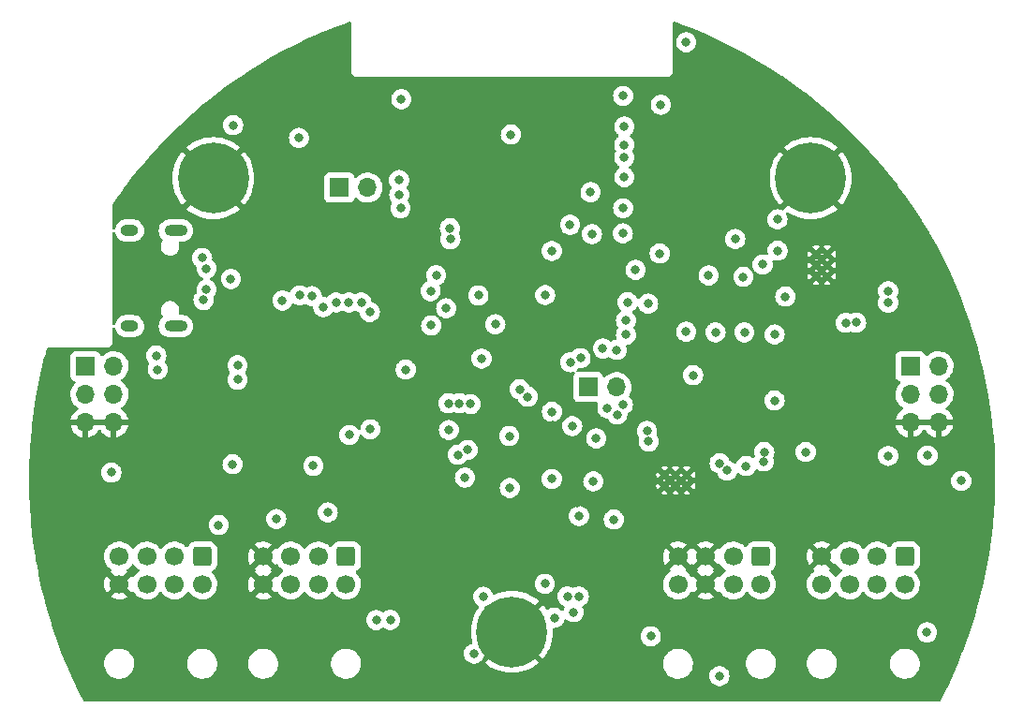
<source format=gbr>
%TF.GenerationSoftware,KiCad,Pcbnew,(6.0.2)*%
%TF.CreationDate,2022-04-01T12:33:14-04:00*%
%TF.ProjectId,ControlBoard,436f6e74-726f-46c4-926f-6172642e6b69,rev?*%
%TF.SameCoordinates,Original*%
%TF.FileFunction,Copper,L2,Inr*%
%TF.FilePolarity,Positive*%
%FSLAX46Y46*%
G04 Gerber Fmt 4.6, Leading zero omitted, Abs format (unit mm)*
G04 Created by KiCad (PCBNEW (6.0.2)) date 2022-04-01 12:33:14*
%MOMM*%
%LPD*%
G01*
G04 APERTURE LIST*
G04 Aperture macros list*
%AMRoundRect*
0 Rectangle with rounded corners*
0 $1 Rounding radius*
0 $2 $3 $4 $5 $6 $7 $8 $9 X,Y pos of 4 corners*
0 Add a 4 corners polygon primitive as box body*
4,1,4,$2,$3,$4,$5,$6,$7,$8,$9,$2,$3,0*
0 Add four circle primitives for the rounded corners*
1,1,$1+$1,$2,$3*
1,1,$1+$1,$4,$5*
1,1,$1+$1,$6,$7*
1,1,$1+$1,$8,$9*
0 Add four rect primitives between the rounded corners*
20,1,$1+$1,$2,$3,$4,$5,0*
20,1,$1+$1,$4,$5,$6,$7,0*
20,1,$1+$1,$6,$7,$8,$9,0*
20,1,$1+$1,$8,$9,$2,$3,0*%
G04 Aperture macros list end*
%TA.AperFunction,ComponentPad*%
%ADD10C,0.800000*%
%TD*%
%TA.AperFunction,ComponentPad*%
%ADD11C,6.400000*%
%TD*%
%TA.AperFunction,ComponentPad*%
%ADD12R,1.700000X1.700000*%
%TD*%
%TA.AperFunction,ComponentPad*%
%ADD13O,1.700000X1.700000*%
%TD*%
%TA.AperFunction,ComponentPad*%
%ADD14RoundRect,0.250000X-0.600000X0.600000X-0.600000X-0.600000X0.600000X-0.600000X0.600000X0.600000X0*%
%TD*%
%TA.AperFunction,ComponentPad*%
%ADD15C,1.700000*%
%TD*%
%TA.AperFunction,ComponentPad*%
%ADD16O,2.100000X1.000000*%
%TD*%
%TA.AperFunction,ComponentPad*%
%ADD17O,1.600000X1.000000*%
%TD*%
%TA.AperFunction,ComponentPad*%
%ADD18C,0.500000*%
%TD*%
%TA.AperFunction,ViaPad*%
%ADD19C,0.800000*%
%TD*%
G04 APERTURE END LIST*
D10*
%TO.N,GND*%
%TO.C,H1*%
X123000000Y-75400000D03*
X121302944Y-71302944D03*
X123000000Y-70600000D03*
X124697056Y-74697056D03*
X124697056Y-71302944D03*
X121302944Y-74697056D03*
X120600000Y-73000000D03*
X125400000Y-73000000D03*
D11*
X123000000Y-73000000D03*
%TD*%
D10*
%TO.N,GND*%
%TO.C,H3*%
X150000000Y-116400000D03*
X148302944Y-115697056D03*
D11*
X150000000Y-114000000D03*
D10*
X151697056Y-115697056D03*
X148302944Y-112302944D03*
X151697056Y-112302944D03*
X147600000Y-114000000D03*
X150000000Y-111600000D03*
X152400000Y-114000000D03*
%TD*%
D12*
%TO.N,/SENSOR_SDA*%
%TO.C,J7*%
X111460000Y-90000000D03*
D13*
%TO.N,/SENSOR_EXTRA1*%
X114000000Y-90000000D03*
%TO.N,/SENSOR_SCL*%
X111460000Y-92540000D03*
%TO.N,/SENSOR_EXTRA2*%
X114000000Y-92540000D03*
%TO.N,GND*%
X111460000Y-95080000D03*
X114000000Y-95080000D03*
%TD*%
D12*
%TO.N,+BATT*%
%TO.C,J2*%
X186000000Y-90000000D03*
D13*
%TO.N,+5_BATT*%
X188540000Y-90000000D03*
%TO.N,+12V*%
X186000000Y-92540000D03*
%TO.N,+3V3*%
X188540000Y-92540000D03*
%TO.N,GND*%
X186000000Y-95080000D03*
X188540000Y-95080000D03*
%TD*%
D14*
%TO.N,+5_BATT*%
%TO.C,J3*%
X135000000Y-107200000D03*
D15*
%TO.N,/CTD_RX*%
X132500000Y-107200000D03*
%TO.N,/CTD_TX*%
X130000000Y-107200000D03*
%TO.N,GND*%
X127500000Y-107200000D03*
%TO.N,/BEACON+*%
X135000000Y-109700000D03*
%TO.N,unconnected-(J3-Pad6)*%
X132500000Y-109700000D03*
%TO.N,unconnected-(J3-Pad7)*%
X130000000Y-109700000D03*
%TO.N,GND*%
X127500000Y-109700000D03*
%TD*%
D14*
%TO.N,unconnected-(J4-Pad1)*%
%TO.C,J4*%
X122000000Y-107200000D03*
D15*
%TO.N,/MODEM_RX*%
X119500000Y-107200000D03*
%TO.N,/MODEM_TX*%
X117000000Y-107200000D03*
%TO.N,/MODEM_READY*%
X114500000Y-107200000D03*
%TO.N,+BATT*%
X122000000Y-109700000D03*
%TO.N,unconnected-(J4-Pad6)*%
X119500000Y-109700000D03*
%TO.N,unconnected-(J4-Pad7)*%
X117000000Y-109700000D03*
%TO.N,GND*%
X114500000Y-109700000D03*
%TD*%
D14*
%TO.N,/RREF+*%
%TO.C,J5*%
X172500000Y-107200000D03*
D15*
%TO.N,/RSENSE+*%
X170000000Y-107200000D03*
%TO.N,GND*%
X167500000Y-107200000D03*
X165000000Y-107200000D03*
%TO.N,+3.3BCKP*%
X172500000Y-109700000D03*
%TO.N,/TURN_ON*%
X170000000Y-109700000D03*
%TO.N,GND*%
X167500000Y-109700000D03*
%TO.N,/LEAK+*%
X165000000Y-109700000D03*
%TD*%
D14*
%TO.N,+BATT*%
%TO.C,J6*%
X185500000Y-107200000D03*
D15*
%TO.N,/BATT_SCL*%
X183000000Y-107200000D03*
%TO.N,/BATT_SDA*%
X180500000Y-107200000D03*
%TO.N,GND*%
X178000000Y-107200000D03*
%TO.N,/MOTOR_SPEED*%
X185500000Y-109700000D03*
%TO.N,/MOTOR_DIR*%
X183000000Y-109700000D03*
%TO.N,/MOTOR_EN*%
X180500000Y-109700000D03*
%TO.N,/SOL_OUT*%
X178000000Y-109700000D03*
%TD*%
D16*
%TO.N,Net-(C42-Pad2)*%
%TO.C,J8*%
X119630000Y-77730000D03*
D17*
X115450000Y-86370000D03*
D16*
X119630000Y-86370000D03*
D17*
X115450000Y-77730000D03*
%TD*%
D10*
%TO.N,GND*%
%TO.C,H2*%
X179400000Y-73000000D03*
X174600000Y-73000000D03*
X175302944Y-71302944D03*
X177000000Y-70600000D03*
X178697056Y-74697056D03*
X178697056Y-71302944D03*
X177000000Y-75400000D03*
X175302944Y-74697056D03*
D11*
X177000000Y-73000000D03*
%TD*%
D18*
%TO.N,GND*%
%TO.C,U6*%
X165790000Y-100810000D03*
X164790000Y-100810000D03*
X165790000Y-99810000D03*
X163790000Y-99810000D03*
X164790000Y-99810000D03*
X163790000Y-100810000D03*
%TD*%
%TO.N,GND*%
%TO.C,U2*%
X177500000Y-81850000D03*
X178500000Y-81850000D03*
X178500000Y-80850000D03*
X178500000Y-79850000D03*
X177500000Y-80850000D03*
X177500000Y-79850000D03*
%TD*%
D12*
%TO.N,/BATT_SDA*%
%TO.C,J11*%
X134405000Y-73840000D03*
D13*
%TO.N,/BATT_SCL*%
X136945000Y-73840000D03*
%TD*%
D12*
%TO.N,/MISO*%
%TO.C,J10*%
X156905000Y-91890000D03*
D13*
%TO.N,/MOSI*%
X159445000Y-91890000D03*
%TD*%
D19*
%TO.N,GND*%
X147700000Y-69050000D03*
X179400000Y-92600000D03*
X179400000Y-91650000D03*
X179400000Y-93550000D03*
X180900000Y-91650000D03*
X180900000Y-93550000D03*
X180900000Y-92600000D03*
X177900000Y-92600000D03*
X136300000Y-81000000D03*
X130250000Y-62450000D03*
X138650000Y-98300000D03*
X140200000Y-116600000D03*
X153700000Y-95350000D03*
X146900000Y-95400000D03*
X129900000Y-73720000D03*
X155280000Y-75250000D03*
X155900000Y-102350000D03*
X188700000Y-83200000D03*
X176700000Y-83300000D03*
X116850000Y-82150000D03*
X155150000Y-101100000D03*
X154300000Y-85250000D03*
X175150000Y-117075000D03*
X149600000Y-102800000D03*
X162450000Y-113050000D03*
X182500000Y-85700000D03*
X131445278Y-87502722D03*
X133950000Y-62450000D03*
X136950000Y-68550000D03*
X130500000Y-90700000D03*
X119050000Y-92300000D03*
X142450000Y-98300000D03*
X146600000Y-85200000D03*
X155550000Y-64500000D03*
X138700000Y-84225000D03*
X144700000Y-66750000D03*
X126600000Y-67800000D03*
X131700000Y-104400000D03*
X128397000Y-87884000D03*
X122150000Y-98950000D03*
X177900000Y-91650000D03*
X177900000Y-93550000D03*
%TO.N,+3V3*%
X113800000Y-99600000D03*
X149750000Y-96300000D03*
X184000000Y-83200000D03*
X155450000Y-95400000D03*
X135300000Y-96200000D03*
X184000000Y-84250000D03*
%TO.N,+5V*%
X180175000Y-86075000D03*
X181100000Y-86050000D03*
X168771432Y-98773028D03*
X169428701Y-99430299D03*
%TO.N,+BATT*%
X156050000Y-110800000D03*
X155000000Y-110800000D03*
X168750000Y-118000000D03*
%TO.N,+12V*%
X155560000Y-112230000D03*
X146570000Y-115970000D03*
X139000000Y-112924500D03*
X147400000Y-110824500D03*
X187500000Y-114050000D03*
X162550000Y-114400000D03*
%TO.N,/SENSOR_SCL*%
X124802558Y-68201380D03*
%TO.N,/EN*%
X160050000Y-65550000D03*
X130750000Y-69350000D03*
%TO.N,+1V8*%
X132050000Y-99000000D03*
X133350000Y-103200000D03*
X128700000Y-103800000D03*
X124750000Y-98850000D03*
X123500000Y-104350000D03*
%TO.N,/USB_D+*%
X151427781Y-92755085D03*
%TO.N,/USB_D-*%
X150700000Y-92070000D03*
%TO.N,VBUS*%
X149800000Y-101000000D03*
X129250000Y-84050000D03*
%TO.N,Net-(C35-Pad2)*%
X184000000Y-98100000D03*
X187550000Y-98075000D03*
%TO.N,Net-(C36-Pad2)*%
X190600000Y-100350000D03*
X176550000Y-97750000D03*
%TO.N,Net-(C39-Pad1)*%
X153600000Y-100175000D03*
X157350000Y-100400000D03*
%TO.N,Net-(C40-Pad1)*%
X159200000Y-103850000D03*
X145750000Y-100050000D03*
%TO.N,/CTD_RX*%
X137160000Y-85090000D03*
X144438698Y-78518315D03*
%TO.N,/CTD_TX*%
X136398000Y-84224500D03*
X144390000Y-77520000D03*
%TO.N,/MODEM_READY*%
X132950000Y-84650000D03*
X139800000Y-73160000D03*
%TO.N,/MODEM_RX*%
X135255000Y-84224500D03*
X139930000Y-75700000D03*
%TO.N,/MODEM_TX*%
X139820000Y-74500000D03*
X134112000Y-84224500D03*
%TO.N,/RSENSE+*%
X155277028Y-89633573D03*
%TO.N,/RREF+*%
X156200000Y-89250000D03*
%TO.N,/MOTOR_SPEED*%
X160300000Y-87150000D03*
%TO.N,/BATT_SDA*%
X117856000Y-89027000D03*
X145250003Y-93350000D03*
X142650000Y-83200000D03*
X130822000Y-83578000D03*
X145100000Y-98000000D03*
X156056693Y-103531307D03*
%TO.N,/MOTOR_DIR*%
X160300000Y-85850000D03*
%TO.N,/BATT_SCL*%
X160020000Y-93472000D03*
X144050000Y-84750000D03*
X146000000Y-97550000D03*
X131905000Y-83645000D03*
X166370000Y-90805000D03*
X117983000Y-90297000D03*
X146248466Y-93405470D03*
%TO.N,/MOTOR_EN*%
X160450000Y-84200000D03*
%TO.N,/D+*%
X122400000Y-83050000D03*
%TO.N,Net-(J8-PadB5)*%
X122117834Y-84009367D03*
%TO.N,/D-*%
X122400000Y-81150000D03*
%TO.N,Net-(J8-PadA5)*%
X122000000Y-80200000D03*
%TO.N,/TURN_ON*%
X153610000Y-94100000D03*
X152970000Y-109660000D03*
X143155500Y-81760000D03*
%TO.N,/LEAK_DET*%
X148500000Y-86200000D03*
%TO.N,Net-(Q2-Pad1)*%
X159512000Y-94361000D03*
X157607000Y-96520000D03*
X158623000Y-93789497D03*
%TO.N,/SCK*%
X155250000Y-77200000D03*
%TO.N,/SOL_EN*%
X144300000Y-95750000D03*
X142700000Y-86300000D03*
X144250000Y-93350000D03*
X153840000Y-112740000D03*
%TO.N,/BEACON_EN*%
X137737347Y-112937347D03*
X137200000Y-95700000D03*
%TO.N,/SD_CS*%
X153600000Y-79570000D03*
%TO.N,/MOSI*%
X160020000Y-77978000D03*
X157230000Y-78040000D03*
X159460000Y-88525500D03*
X160043525Y-75702948D03*
%TO.N,/MISO*%
X157100000Y-74260000D03*
X158210000Y-88390000D03*
%TO.N,/RAD_CS*%
X170904500Y-81915000D03*
X167767000Y-81788000D03*
X170904500Y-81915000D03*
X161163000Y-81280000D03*
X173990000Y-76708000D03*
X170904500Y-81915000D03*
%TO.N,Net-(C44-Pad1)*%
X124600000Y-82100000D03*
%TO.N,/DIP1*%
X171005500Y-86931500D03*
X160147000Y-68326000D03*
%TO.N,/DIP2*%
X160147000Y-69977000D03*
X168402000Y-86931500D03*
%TO.N,/DIP3*%
X160147000Y-71120000D03*
X165735000Y-86868000D03*
%TO.N,/DIP4*%
X160147000Y-72898000D03*
X162306000Y-84328000D03*
%TO.N,+3.3BCKP*%
X172650000Y-80800000D03*
X149900000Y-69050000D03*
X173736000Y-93091000D03*
X125200000Y-91200000D03*
X163450000Y-66350000D03*
X140000000Y-65850000D03*
X153000000Y-83550000D03*
X163350000Y-79800000D03*
X125200000Y-89900000D03*
X146970000Y-83590000D03*
X174000000Y-79550000D03*
X173736000Y-87122000D03*
X147250000Y-89300000D03*
%TO.N,+5_BATT*%
X162200000Y-95850000D03*
X171150989Y-99014175D03*
X172750000Y-98600000D03*
X172800000Y-97750000D03*
X162350000Y-96800000D03*
%TO.N,unconnected-(U7-Pad2)*%
X140400000Y-90300000D03*
%TO.N,Net-(BT1-Pad1)*%
X174700000Y-83700000D03*
X170180000Y-78486000D03*
X165735000Y-60706000D03*
%TD*%
%TA.AperFunction,Conductor*%
%TO.N,GND*%
G36*
X135452605Y-58879214D02*
G01*
X135485028Y-58942375D01*
X135487264Y-58966006D01*
X135487264Y-63341298D01*
X135487262Y-63342068D01*
X135486788Y-63419652D01*
X135489254Y-63428281D01*
X135489255Y-63428286D01*
X135494903Y-63448048D01*
X135498481Y-63464809D01*
X135501394Y-63485152D01*
X135501397Y-63485162D01*
X135502669Y-63494045D01*
X135513285Y-63517395D01*
X135519728Y-63534907D01*
X135526776Y-63559565D01*
X135542538Y-63584548D01*
X135550668Y-63599614D01*
X135562897Y-63626510D01*
X135579638Y-63645939D01*
X135590743Y-63660947D01*
X135604424Y-63682631D01*
X135611152Y-63688573D01*
X135626560Y-63702181D01*
X135638604Y-63714373D01*
X135657883Y-63736747D01*
X135665411Y-63741626D01*
X135665414Y-63741629D01*
X135679403Y-63750696D01*
X135694277Y-63761986D01*
X135713492Y-63778956D01*
X135721618Y-63782771D01*
X135721619Y-63782772D01*
X135727285Y-63785432D01*
X135740230Y-63791510D01*
X135755199Y-63799824D01*
X135779991Y-63815893D01*
X135796914Y-63820954D01*
X135804554Y-63823239D01*
X135822000Y-63829901D01*
X135845212Y-63840799D01*
X135874394Y-63845343D01*
X135891113Y-63849126D01*
X135910800Y-63855014D01*
X135910803Y-63855015D01*
X135919405Y-63857587D01*
X135928380Y-63857642D01*
X135928381Y-63857642D01*
X135935074Y-63857683D01*
X135953820Y-63857797D01*
X135954592Y-63857830D01*
X135955687Y-63858000D01*
X135986562Y-63858000D01*
X135987332Y-63858002D01*
X136060980Y-63858452D01*
X136060981Y-63858452D01*
X136064916Y-63858476D01*
X136066260Y-63858092D01*
X136067605Y-63858000D01*
X163996034Y-63858000D01*
X163996805Y-63858002D01*
X164074388Y-63858476D01*
X164083017Y-63856010D01*
X164083022Y-63856009D01*
X164102784Y-63850361D01*
X164119545Y-63846783D01*
X164139888Y-63843870D01*
X164139898Y-63843867D01*
X164148781Y-63842595D01*
X164172131Y-63831979D01*
X164189643Y-63825536D01*
X164205673Y-63820954D01*
X164214301Y-63818488D01*
X164239284Y-63802726D01*
X164254350Y-63794596D01*
X164281246Y-63782367D01*
X164300675Y-63765626D01*
X164315683Y-63754521D01*
X164329775Y-63745630D01*
X164337367Y-63740840D01*
X164356918Y-63718703D01*
X164369110Y-63706659D01*
X164384685Y-63693239D01*
X164384686Y-63693237D01*
X164391483Y-63687381D01*
X164396362Y-63679853D01*
X164396365Y-63679850D01*
X164405432Y-63665861D01*
X164416722Y-63650987D01*
X164427748Y-63638502D01*
X164433692Y-63631772D01*
X164446246Y-63605034D01*
X164454560Y-63590065D01*
X164470629Y-63565273D01*
X164477975Y-63540709D01*
X164484637Y-63523264D01*
X164491719Y-63508179D01*
X164495535Y-63500052D01*
X164500079Y-63470870D01*
X164503862Y-63454151D01*
X164509750Y-63434464D01*
X164509751Y-63434461D01*
X164512323Y-63425859D01*
X164512533Y-63391444D01*
X164512566Y-63390672D01*
X164512736Y-63389577D01*
X164512736Y-63358702D01*
X164512738Y-63357932D01*
X164513188Y-63284284D01*
X164513188Y-63284283D01*
X164513212Y-63280348D01*
X164512828Y-63279004D01*
X164512736Y-63277659D01*
X164512736Y-60706000D01*
X164821496Y-60706000D01*
X164841458Y-60895928D01*
X164900473Y-61077556D01*
X164995960Y-61242944D01*
X165123747Y-61384866D01*
X165278248Y-61497118D01*
X165284276Y-61499802D01*
X165284278Y-61499803D01*
X165446681Y-61572109D01*
X165452712Y-61574794D01*
X165546113Y-61594647D01*
X165633056Y-61613128D01*
X165633061Y-61613128D01*
X165639513Y-61614500D01*
X165830487Y-61614500D01*
X165836939Y-61613128D01*
X165836944Y-61613128D01*
X165923887Y-61594647D01*
X166017288Y-61574794D01*
X166023319Y-61572109D01*
X166185722Y-61499803D01*
X166185724Y-61499802D01*
X166191752Y-61497118D01*
X166346253Y-61384866D01*
X166474040Y-61242944D01*
X166569527Y-61077556D01*
X166628542Y-60895928D01*
X166648504Y-60706000D01*
X166647814Y-60699435D01*
X166629232Y-60522635D01*
X166629232Y-60522633D01*
X166628542Y-60516072D01*
X166569527Y-60334444D01*
X166474040Y-60169056D01*
X166346253Y-60027134D01*
X166191752Y-59914882D01*
X166185724Y-59912198D01*
X166185722Y-59912197D01*
X166023319Y-59839891D01*
X166023318Y-59839891D01*
X166017288Y-59837206D01*
X165923887Y-59817353D01*
X165836944Y-59798872D01*
X165836939Y-59798872D01*
X165830487Y-59797500D01*
X165639513Y-59797500D01*
X165633061Y-59798872D01*
X165633056Y-59798872D01*
X165546113Y-59817353D01*
X165452712Y-59837206D01*
X165446682Y-59839891D01*
X165446681Y-59839891D01*
X165284278Y-59912197D01*
X165284276Y-59912198D01*
X165278248Y-59914882D01*
X165123747Y-60027134D01*
X164995960Y-60169056D01*
X164900473Y-60334444D01*
X164841458Y-60516072D01*
X164840768Y-60522633D01*
X164840768Y-60522635D01*
X164822186Y-60699435D01*
X164821496Y-60706000D01*
X164512736Y-60706000D01*
X164512736Y-58971594D01*
X164532738Y-58903473D01*
X164586394Y-58856980D01*
X164656668Y-58846876D01*
X164680440Y-58852697D01*
X165077634Y-58992034D01*
X165081163Y-58993332D01*
X165295078Y-59075653D01*
X166299782Y-59462296D01*
X166303240Y-59463687D01*
X166511093Y-59550913D01*
X167507214Y-59968940D01*
X167510674Y-59970453D01*
X168698992Y-60511571D01*
X168702405Y-60513188D01*
X169873904Y-61089639D01*
X169877267Y-61091356D01*
X171031032Y-61702690D01*
X171034342Y-61704508D01*
X172169235Y-62350122D01*
X172172486Y-62352036D01*
X173287560Y-63031393D01*
X173290723Y-63033386D01*
X174384966Y-63745872D01*
X174388030Y-63747934D01*
X175460418Y-64492881D01*
X175463455Y-64495060D01*
X176386877Y-65178444D01*
X176513000Y-65271782D01*
X176515995Y-65274068D01*
X177403163Y-65972721D01*
X177541800Y-66081899D01*
X177544718Y-66084269D01*
X178545846Y-66922470D01*
X178548705Y-66924937D01*
X179524282Y-67792779D01*
X179527065Y-67795331D01*
X180081823Y-68319435D01*
X180454093Y-68671134D01*
X180476161Y-68691983D01*
X180478861Y-68694612D01*
X180775816Y-68992498D01*
X181400680Y-69619322D01*
X181403306Y-69622036D01*
X182297012Y-70573969D01*
X182299555Y-70576761D01*
X182606323Y-70923794D01*
X183164332Y-71555045D01*
X183166744Y-71557857D01*
X183626874Y-72110936D01*
X184001834Y-72561640D01*
X184004205Y-72564579D01*
X184808794Y-73592876D01*
X184811074Y-73595881D01*
X184965925Y-73806500D01*
X185584505Y-74647854D01*
X185586696Y-74650929D01*
X186328279Y-75725640D01*
X186330335Y-75728718D01*
X187022176Y-76798567D01*
X187039394Y-76825193D01*
X187041389Y-76828384D01*
X187698135Y-77913983D01*
X187717221Y-77945532D01*
X187719127Y-77948792D01*
X188361176Y-79085687D01*
X188362984Y-79089002D01*
X188970708Y-80244690D01*
X188972415Y-80248059D01*
X189545193Y-81421358D01*
X189546799Y-81424775D01*
X190084199Y-82614795D01*
X190085700Y-82618257D01*
X190093473Y-82636944D01*
X190587171Y-83823788D01*
X190588569Y-83827296D01*
X191053697Y-85047334D01*
X191054989Y-85050882D01*
X191305687Y-85772749D01*
X191454068Y-86200000D01*
X191483340Y-86284288D01*
X191484524Y-86287867D01*
X191551142Y-86500000D01*
X191875736Y-87533603D01*
X191876813Y-87537222D01*
X192022533Y-88055041D01*
X192226927Y-88781358D01*
X192230512Y-88794099D01*
X192231476Y-88797734D01*
X192504664Y-89893435D01*
X192547346Y-90064626D01*
X192548205Y-90068302D01*
X192817189Y-91303768D01*
X192825975Y-91344124D01*
X192826720Y-91347809D01*
X193063540Y-92617480D01*
X193066130Y-92631366D01*
X193066764Y-92635073D01*
X193161404Y-93243028D01*
X193267610Y-93925280D01*
X193268134Y-93929020D01*
X193295274Y-94145955D01*
X193429491Y-95218774D01*
X193430215Y-95224564D01*
X193430625Y-95228288D01*
X193552245Y-96511622D01*
X193553816Y-96528197D01*
X193554114Y-96531939D01*
X193608803Y-97378444D01*
X193638295Y-97834935D01*
X193638482Y-97838706D01*
X193648543Y-98129834D01*
X193683335Y-99136600D01*
X193683577Y-99143615D01*
X193683650Y-99147365D01*
X193686028Y-99667251D01*
X193689621Y-100453093D01*
X193689581Y-100456869D01*
X193656423Y-101762101D01*
X193656271Y-101765874D01*
X193627137Y-102291500D01*
X193584389Y-103062763D01*
X193584010Y-103069595D01*
X193583746Y-103073331D01*
X193474529Y-104350000D01*
X193472452Y-104374276D01*
X193472077Y-104378001D01*
X193384137Y-105137237D01*
X193321845Y-105675033D01*
X193321355Y-105678778D01*
X193132319Y-106970753D01*
X193131716Y-106974479D01*
X192906889Y-108244171D01*
X192904060Y-108260145D01*
X192903349Y-108263840D01*
X192650743Y-109477361D01*
X192637256Y-109542155D01*
X192636433Y-109545829D01*
X192553599Y-109891500D01*
X192332156Y-110815584D01*
X192331221Y-110819242D01*
X191989037Y-112079284D01*
X191987993Y-112082913D01*
X191839277Y-112572076D01*
X191630473Y-113258882D01*
X191608195Y-113332158D01*
X191607043Y-113335751D01*
X191189976Y-114573063D01*
X191188750Y-114576530D01*
X190734775Y-115800836D01*
X190733410Y-115804352D01*
X190728106Y-115817441D01*
X190242973Y-117014447D01*
X190241502Y-117017925D01*
X190191588Y-117131206D01*
X189721849Y-118197287D01*
X189715038Y-118212744D01*
X189713475Y-118216153D01*
X189383947Y-118907128D01*
X189151413Y-119394720D01*
X189149737Y-119398103D01*
X188725226Y-120223621D01*
X188676285Y-120275054D01*
X188613173Y-120292000D01*
X111386366Y-120292000D01*
X111318245Y-120271998D01*
X111274375Y-120223741D01*
X110878244Y-119455436D01*
X110876632Y-119452197D01*
X110339489Y-118332578D01*
X110337971Y-118329293D01*
X109833213Y-117194736D01*
X109831790Y-117191409D01*
X109677436Y-116815774D01*
X113138102Y-116815774D01*
X113146751Y-117046158D01*
X113194093Y-117271791D01*
X113196051Y-117276750D01*
X113196052Y-117276752D01*
X113269628Y-117463056D01*
X113278776Y-117486221D01*
X113281543Y-117490780D01*
X113281544Y-117490783D01*
X113306684Y-117532212D01*
X113398377Y-117683317D01*
X113401874Y-117687347D01*
X113488438Y-117787103D01*
X113549477Y-117857445D01*
X113553608Y-117860832D01*
X113723627Y-118000240D01*
X113723633Y-118000244D01*
X113727755Y-118003624D01*
X113732391Y-118006263D01*
X113732394Y-118006265D01*
X113841422Y-118068327D01*
X113928114Y-118117675D01*
X114144825Y-118196337D01*
X114150074Y-118197286D01*
X114150077Y-118197287D01*
X114367608Y-118236623D01*
X114367615Y-118236624D01*
X114371692Y-118237361D01*
X114389414Y-118238197D01*
X114394356Y-118238430D01*
X114394363Y-118238430D01*
X114395844Y-118238500D01*
X114557890Y-118238500D01*
X114624809Y-118232822D01*
X114724409Y-118224371D01*
X114724413Y-118224370D01*
X114729720Y-118223920D01*
X114734875Y-118222582D01*
X114734881Y-118222581D01*
X114947703Y-118167343D01*
X114947707Y-118167342D01*
X114952872Y-118166001D01*
X114957738Y-118163809D01*
X114957741Y-118163808D01*
X115158202Y-118073507D01*
X115163075Y-118071312D01*
X115354319Y-117942559D01*
X115521135Y-117783424D01*
X115658754Y-117598458D01*
X115763240Y-117392949D01*
X115784015Y-117326045D01*
X115830024Y-117177871D01*
X115831607Y-117172773D01*
X115842379Y-117091500D01*
X115861198Y-116949511D01*
X115861198Y-116949506D01*
X115861898Y-116944226D01*
X115857076Y-116815774D01*
X120638102Y-116815774D01*
X120646751Y-117046158D01*
X120694093Y-117271791D01*
X120696051Y-117276750D01*
X120696052Y-117276752D01*
X120769628Y-117463056D01*
X120778776Y-117486221D01*
X120781543Y-117490780D01*
X120781544Y-117490783D01*
X120806684Y-117532212D01*
X120898377Y-117683317D01*
X120901874Y-117687347D01*
X120988438Y-117787103D01*
X121049477Y-117857445D01*
X121053608Y-117860832D01*
X121223627Y-118000240D01*
X121223633Y-118000244D01*
X121227755Y-118003624D01*
X121232391Y-118006263D01*
X121232394Y-118006265D01*
X121341422Y-118068327D01*
X121428114Y-118117675D01*
X121644825Y-118196337D01*
X121650074Y-118197286D01*
X121650077Y-118197287D01*
X121867608Y-118236623D01*
X121867615Y-118236624D01*
X121871692Y-118237361D01*
X121889414Y-118238197D01*
X121894356Y-118238430D01*
X121894363Y-118238430D01*
X121895844Y-118238500D01*
X122057890Y-118238500D01*
X122124809Y-118232822D01*
X122224409Y-118224371D01*
X122224413Y-118224370D01*
X122229720Y-118223920D01*
X122234875Y-118222582D01*
X122234881Y-118222581D01*
X122447703Y-118167343D01*
X122447707Y-118167342D01*
X122452872Y-118166001D01*
X122457738Y-118163809D01*
X122457741Y-118163808D01*
X122658202Y-118073507D01*
X122663075Y-118071312D01*
X122854319Y-117942559D01*
X123021135Y-117783424D01*
X123158754Y-117598458D01*
X123263240Y-117392949D01*
X123284015Y-117326045D01*
X123330024Y-117177871D01*
X123331607Y-117172773D01*
X123342379Y-117091500D01*
X123361198Y-116949511D01*
X123361198Y-116949506D01*
X123361898Y-116944226D01*
X123357076Y-116815774D01*
X126138102Y-116815774D01*
X126146751Y-117046158D01*
X126194093Y-117271791D01*
X126196051Y-117276750D01*
X126196052Y-117276752D01*
X126269628Y-117463056D01*
X126278776Y-117486221D01*
X126281543Y-117490780D01*
X126281544Y-117490783D01*
X126306684Y-117532212D01*
X126398377Y-117683317D01*
X126401874Y-117687347D01*
X126488438Y-117787103D01*
X126549477Y-117857445D01*
X126553608Y-117860832D01*
X126723627Y-118000240D01*
X126723633Y-118000244D01*
X126727755Y-118003624D01*
X126732391Y-118006263D01*
X126732394Y-118006265D01*
X126841422Y-118068327D01*
X126928114Y-118117675D01*
X127144825Y-118196337D01*
X127150074Y-118197286D01*
X127150077Y-118197287D01*
X127367608Y-118236623D01*
X127367615Y-118236624D01*
X127371692Y-118237361D01*
X127389414Y-118238197D01*
X127394356Y-118238430D01*
X127394363Y-118238430D01*
X127395844Y-118238500D01*
X127557890Y-118238500D01*
X127624809Y-118232822D01*
X127724409Y-118224371D01*
X127724413Y-118224370D01*
X127729720Y-118223920D01*
X127734875Y-118222582D01*
X127734881Y-118222581D01*
X127947703Y-118167343D01*
X127947707Y-118167342D01*
X127952872Y-118166001D01*
X127957738Y-118163809D01*
X127957741Y-118163808D01*
X128158202Y-118073507D01*
X128163075Y-118071312D01*
X128354319Y-117942559D01*
X128521135Y-117783424D01*
X128658754Y-117598458D01*
X128763240Y-117392949D01*
X128784015Y-117326045D01*
X128830024Y-117177871D01*
X128831607Y-117172773D01*
X128842379Y-117091500D01*
X128861198Y-116949511D01*
X128861198Y-116949506D01*
X128861898Y-116944226D01*
X128857076Y-116815774D01*
X133638102Y-116815774D01*
X133646751Y-117046158D01*
X133694093Y-117271791D01*
X133696051Y-117276750D01*
X133696052Y-117276752D01*
X133769628Y-117463056D01*
X133778776Y-117486221D01*
X133781543Y-117490780D01*
X133781544Y-117490783D01*
X133806684Y-117532212D01*
X133898377Y-117683317D01*
X133901874Y-117687347D01*
X133988438Y-117787103D01*
X134049477Y-117857445D01*
X134053608Y-117860832D01*
X134223627Y-118000240D01*
X134223633Y-118000244D01*
X134227755Y-118003624D01*
X134232391Y-118006263D01*
X134232394Y-118006265D01*
X134341422Y-118068327D01*
X134428114Y-118117675D01*
X134644825Y-118196337D01*
X134650074Y-118197286D01*
X134650077Y-118197287D01*
X134867608Y-118236623D01*
X134867615Y-118236624D01*
X134871692Y-118237361D01*
X134889414Y-118238197D01*
X134894356Y-118238430D01*
X134894363Y-118238430D01*
X134895844Y-118238500D01*
X135057890Y-118238500D01*
X135124809Y-118232822D01*
X135224409Y-118224371D01*
X135224413Y-118224370D01*
X135229720Y-118223920D01*
X135234875Y-118222582D01*
X135234881Y-118222581D01*
X135447703Y-118167343D01*
X135447707Y-118167342D01*
X135452872Y-118166001D01*
X135457738Y-118163809D01*
X135457741Y-118163808D01*
X135658202Y-118073507D01*
X135663075Y-118071312D01*
X135854319Y-117942559D01*
X136021135Y-117783424D01*
X136158754Y-117598458D01*
X136263240Y-117392949D01*
X136284015Y-117326045D01*
X136330024Y-117177871D01*
X136331607Y-117172773D01*
X136342379Y-117091500D01*
X136361198Y-116949511D01*
X136361198Y-116949506D01*
X136361898Y-116944226D01*
X136353249Y-116713842D01*
X136305907Y-116488209D01*
X136221224Y-116273779D01*
X136154726Y-116164193D01*
X136104390Y-116081243D01*
X136101623Y-116076683D01*
X136014755Y-115976576D01*
X136009049Y-115970000D01*
X145656496Y-115970000D01*
X145676458Y-116159928D01*
X145735473Y-116341556D01*
X145738776Y-116347277D01*
X145738777Y-116347279D01*
X145753135Y-116372148D01*
X145830960Y-116506944D01*
X145958747Y-116648866D01*
X146113248Y-116761118D01*
X146119276Y-116763802D01*
X146119278Y-116763803D01*
X146281681Y-116836109D01*
X146287712Y-116838794D01*
X146381112Y-116858647D01*
X146468056Y-116877128D01*
X146468061Y-116877128D01*
X146474513Y-116878500D01*
X146665487Y-116878500D01*
X146671939Y-116877128D01*
X146671944Y-116877128D01*
X146758888Y-116858647D01*
X146852288Y-116838794D01*
X146858319Y-116836109D01*
X146945293Y-116797386D01*
X147567759Y-116797386D01*
X147575216Y-116807753D01*
X147814935Y-117001874D01*
X147820272Y-117005751D01*
X148140685Y-117213830D01*
X148146394Y-117217127D01*
X148486811Y-117390578D01*
X148492836Y-117393260D01*
X148849502Y-117530171D01*
X148855784Y-117532212D01*
X149224816Y-117631094D01*
X149231266Y-117632465D01*
X149608629Y-117692234D01*
X149615167Y-117692920D01*
X149996699Y-117712916D01*
X150003301Y-117712916D01*
X150384833Y-117692920D01*
X150391371Y-117692234D01*
X150768734Y-117632465D01*
X150775184Y-117631094D01*
X151144216Y-117532212D01*
X151150498Y-117530171D01*
X151507164Y-117393260D01*
X151513189Y-117390578D01*
X151853606Y-117217127D01*
X151859315Y-117213830D01*
X152179728Y-117005751D01*
X152185065Y-117001874D01*
X152414880Y-116815774D01*
X163638102Y-116815774D01*
X163646751Y-117046158D01*
X163694093Y-117271791D01*
X163696051Y-117276750D01*
X163696052Y-117276752D01*
X163769628Y-117463056D01*
X163778776Y-117486221D01*
X163781543Y-117490780D01*
X163781544Y-117490783D01*
X163806684Y-117532212D01*
X163898377Y-117683317D01*
X163901874Y-117687347D01*
X163988438Y-117787103D01*
X164049477Y-117857445D01*
X164053608Y-117860832D01*
X164223627Y-118000240D01*
X164223633Y-118000244D01*
X164227755Y-118003624D01*
X164232391Y-118006263D01*
X164232394Y-118006265D01*
X164341422Y-118068327D01*
X164428114Y-118117675D01*
X164644825Y-118196337D01*
X164650074Y-118197286D01*
X164650077Y-118197287D01*
X164867608Y-118236623D01*
X164867615Y-118236624D01*
X164871692Y-118237361D01*
X164889414Y-118238197D01*
X164894356Y-118238430D01*
X164894363Y-118238430D01*
X164895844Y-118238500D01*
X165057890Y-118238500D01*
X165124809Y-118232822D01*
X165224409Y-118224371D01*
X165224413Y-118224370D01*
X165229720Y-118223920D01*
X165234875Y-118222582D01*
X165234881Y-118222581D01*
X165447703Y-118167343D01*
X165447707Y-118167342D01*
X165452872Y-118166001D01*
X165457738Y-118163809D01*
X165457741Y-118163808D01*
X165658202Y-118073507D01*
X165663075Y-118071312D01*
X165768999Y-118000000D01*
X167836496Y-118000000D01*
X167856458Y-118189928D01*
X167915473Y-118371556D01*
X168010960Y-118536944D01*
X168138747Y-118678866D01*
X168293248Y-118791118D01*
X168299276Y-118793802D01*
X168299278Y-118793803D01*
X168461681Y-118866109D01*
X168467712Y-118868794D01*
X168561112Y-118888647D01*
X168648056Y-118907128D01*
X168648061Y-118907128D01*
X168654513Y-118908500D01*
X168845487Y-118908500D01*
X168851939Y-118907128D01*
X168851944Y-118907128D01*
X168938888Y-118888647D01*
X169032288Y-118868794D01*
X169038319Y-118866109D01*
X169200722Y-118793803D01*
X169200724Y-118793802D01*
X169206752Y-118791118D01*
X169361253Y-118678866D01*
X169489040Y-118536944D01*
X169584527Y-118371556D01*
X169643542Y-118189928D01*
X169663504Y-118000000D01*
X169643542Y-117810072D01*
X169584527Y-117628444D01*
X169489040Y-117463056D01*
X169426196Y-117393260D01*
X169365675Y-117326045D01*
X169365674Y-117326044D01*
X169361253Y-117321134D01*
X169218100Y-117217127D01*
X169212094Y-117212763D01*
X169212093Y-117212762D01*
X169206752Y-117208882D01*
X169200724Y-117206198D01*
X169200722Y-117206197D01*
X169038319Y-117133891D01*
X169038318Y-117133891D01*
X169032288Y-117131206D01*
X168938888Y-117111353D01*
X168851944Y-117092872D01*
X168851939Y-117092872D01*
X168845487Y-117091500D01*
X168654513Y-117091500D01*
X168648061Y-117092872D01*
X168648056Y-117092872D01*
X168561112Y-117111353D01*
X168467712Y-117131206D01*
X168461682Y-117133891D01*
X168461681Y-117133891D01*
X168299278Y-117206197D01*
X168299276Y-117206198D01*
X168293248Y-117208882D01*
X168287907Y-117212762D01*
X168287906Y-117212763D01*
X168281900Y-117217127D01*
X168138747Y-117321134D01*
X168134326Y-117326044D01*
X168134325Y-117326045D01*
X168073805Y-117393260D01*
X168010960Y-117463056D01*
X167915473Y-117628444D01*
X167856458Y-117810072D01*
X167836496Y-118000000D01*
X165768999Y-118000000D01*
X165854319Y-117942559D01*
X166021135Y-117783424D01*
X166158754Y-117598458D01*
X166263240Y-117392949D01*
X166284015Y-117326045D01*
X166330024Y-117177871D01*
X166331607Y-117172773D01*
X166342379Y-117091500D01*
X166361198Y-116949511D01*
X166361198Y-116949506D01*
X166361898Y-116944226D01*
X166357076Y-116815774D01*
X171138102Y-116815774D01*
X171146751Y-117046158D01*
X171194093Y-117271791D01*
X171196051Y-117276750D01*
X171196052Y-117276752D01*
X171269628Y-117463056D01*
X171278776Y-117486221D01*
X171281543Y-117490780D01*
X171281544Y-117490783D01*
X171306684Y-117532212D01*
X171398377Y-117683317D01*
X171401874Y-117687347D01*
X171488438Y-117787103D01*
X171549477Y-117857445D01*
X171553608Y-117860832D01*
X171723627Y-118000240D01*
X171723633Y-118000244D01*
X171727755Y-118003624D01*
X171732391Y-118006263D01*
X171732394Y-118006265D01*
X171841422Y-118068327D01*
X171928114Y-118117675D01*
X172144825Y-118196337D01*
X172150074Y-118197286D01*
X172150077Y-118197287D01*
X172367608Y-118236623D01*
X172367615Y-118236624D01*
X172371692Y-118237361D01*
X172389414Y-118238197D01*
X172394356Y-118238430D01*
X172394363Y-118238430D01*
X172395844Y-118238500D01*
X172557890Y-118238500D01*
X172624809Y-118232822D01*
X172724409Y-118224371D01*
X172724413Y-118224370D01*
X172729720Y-118223920D01*
X172734875Y-118222582D01*
X172734881Y-118222581D01*
X172947703Y-118167343D01*
X172947707Y-118167342D01*
X172952872Y-118166001D01*
X172957738Y-118163809D01*
X172957741Y-118163808D01*
X173158202Y-118073507D01*
X173163075Y-118071312D01*
X173354319Y-117942559D01*
X173521135Y-117783424D01*
X173658754Y-117598458D01*
X173763240Y-117392949D01*
X173784015Y-117326045D01*
X173830024Y-117177871D01*
X173831607Y-117172773D01*
X173842379Y-117091500D01*
X173861198Y-116949511D01*
X173861198Y-116949506D01*
X173861898Y-116944226D01*
X173857076Y-116815774D01*
X176638102Y-116815774D01*
X176646751Y-117046158D01*
X176694093Y-117271791D01*
X176696051Y-117276750D01*
X176696052Y-117276752D01*
X176769628Y-117463056D01*
X176778776Y-117486221D01*
X176781543Y-117490780D01*
X176781544Y-117490783D01*
X176806684Y-117532212D01*
X176898377Y-117683317D01*
X176901874Y-117687347D01*
X176988438Y-117787103D01*
X177049477Y-117857445D01*
X177053608Y-117860832D01*
X177223627Y-118000240D01*
X177223633Y-118000244D01*
X177227755Y-118003624D01*
X177232391Y-118006263D01*
X177232394Y-118006265D01*
X177341422Y-118068327D01*
X177428114Y-118117675D01*
X177644825Y-118196337D01*
X177650074Y-118197286D01*
X177650077Y-118197287D01*
X177867608Y-118236623D01*
X177867615Y-118236624D01*
X177871692Y-118237361D01*
X177889414Y-118238197D01*
X177894356Y-118238430D01*
X177894363Y-118238430D01*
X177895844Y-118238500D01*
X178057890Y-118238500D01*
X178124809Y-118232822D01*
X178224409Y-118224371D01*
X178224413Y-118224370D01*
X178229720Y-118223920D01*
X178234875Y-118222582D01*
X178234881Y-118222581D01*
X178447703Y-118167343D01*
X178447707Y-118167342D01*
X178452872Y-118166001D01*
X178457738Y-118163809D01*
X178457741Y-118163808D01*
X178658202Y-118073507D01*
X178663075Y-118071312D01*
X178854319Y-117942559D01*
X179021135Y-117783424D01*
X179158754Y-117598458D01*
X179263240Y-117392949D01*
X179284015Y-117326045D01*
X179330024Y-117177871D01*
X179331607Y-117172773D01*
X179342379Y-117091500D01*
X179361198Y-116949511D01*
X179361198Y-116949506D01*
X179361898Y-116944226D01*
X179357076Y-116815774D01*
X184138102Y-116815774D01*
X184146751Y-117046158D01*
X184194093Y-117271791D01*
X184196051Y-117276750D01*
X184196052Y-117276752D01*
X184269628Y-117463056D01*
X184278776Y-117486221D01*
X184281543Y-117490780D01*
X184281544Y-117490783D01*
X184306684Y-117532212D01*
X184398377Y-117683317D01*
X184401874Y-117687347D01*
X184488438Y-117787103D01*
X184549477Y-117857445D01*
X184553608Y-117860832D01*
X184723627Y-118000240D01*
X184723633Y-118000244D01*
X184727755Y-118003624D01*
X184732391Y-118006263D01*
X184732394Y-118006265D01*
X184841422Y-118068327D01*
X184928114Y-118117675D01*
X185144825Y-118196337D01*
X185150074Y-118197286D01*
X185150077Y-118197287D01*
X185367608Y-118236623D01*
X185367615Y-118236624D01*
X185371692Y-118237361D01*
X185389414Y-118238197D01*
X185394356Y-118238430D01*
X185394363Y-118238430D01*
X185395844Y-118238500D01*
X185557890Y-118238500D01*
X185624809Y-118232822D01*
X185724409Y-118224371D01*
X185724413Y-118224370D01*
X185729720Y-118223920D01*
X185734875Y-118222582D01*
X185734881Y-118222581D01*
X185947703Y-118167343D01*
X185947707Y-118167342D01*
X185952872Y-118166001D01*
X185957738Y-118163809D01*
X185957741Y-118163808D01*
X186158202Y-118073507D01*
X186163075Y-118071312D01*
X186354319Y-117942559D01*
X186521135Y-117783424D01*
X186658754Y-117598458D01*
X186763240Y-117392949D01*
X186784015Y-117326045D01*
X186830024Y-117177871D01*
X186831607Y-117172773D01*
X186842379Y-117091500D01*
X186861198Y-116949511D01*
X186861198Y-116949506D01*
X186861898Y-116944226D01*
X186853249Y-116713842D01*
X186805907Y-116488209D01*
X186721224Y-116273779D01*
X186654726Y-116164193D01*
X186604390Y-116081243D01*
X186601623Y-116076683D01*
X186514755Y-115976576D01*
X186454023Y-115906588D01*
X186454021Y-115906586D01*
X186450523Y-115902555D01*
X186390822Y-115853603D01*
X186276373Y-115759760D01*
X186276367Y-115759756D01*
X186272245Y-115756376D01*
X186267609Y-115753737D01*
X186267606Y-115753735D01*
X186076529Y-115644968D01*
X186071886Y-115642325D01*
X185855175Y-115563663D01*
X185849926Y-115562714D01*
X185849923Y-115562713D01*
X185632392Y-115523377D01*
X185632385Y-115523376D01*
X185628308Y-115522639D01*
X185610586Y-115521803D01*
X185605644Y-115521570D01*
X185605637Y-115521570D01*
X185604156Y-115521500D01*
X185442110Y-115521500D01*
X185375191Y-115527178D01*
X185275591Y-115535629D01*
X185275587Y-115535630D01*
X185270280Y-115536080D01*
X185265125Y-115537418D01*
X185265119Y-115537419D01*
X185052297Y-115592657D01*
X185052293Y-115592658D01*
X185047128Y-115593999D01*
X185042262Y-115596191D01*
X185042259Y-115596192D01*
X184933980Y-115644968D01*
X184836925Y-115688688D01*
X184645681Y-115817441D01*
X184641824Y-115821120D01*
X184641822Y-115821122D01*
X184601788Y-115859313D01*
X184478865Y-115976576D01*
X184341246Y-116161542D01*
X184338830Y-116166293D01*
X184338828Y-116166297D01*
X184292966Y-116256502D01*
X184236760Y-116367051D01*
X184235178Y-116372145D01*
X184235177Y-116372148D01*
X184195097Y-116501226D01*
X184168393Y-116587227D01*
X184167692Y-116592516D01*
X184152304Y-116708623D01*
X184138102Y-116815774D01*
X179357076Y-116815774D01*
X179353249Y-116713842D01*
X179305907Y-116488209D01*
X179221224Y-116273779D01*
X179154726Y-116164193D01*
X179104390Y-116081243D01*
X179101623Y-116076683D01*
X179014755Y-115976576D01*
X178954023Y-115906588D01*
X178954021Y-115906586D01*
X178950523Y-115902555D01*
X178890822Y-115853603D01*
X178776373Y-115759760D01*
X178776367Y-115759756D01*
X178772245Y-115756376D01*
X178767609Y-115753737D01*
X178767606Y-115753735D01*
X178576529Y-115644968D01*
X178571886Y-115642325D01*
X178355175Y-115563663D01*
X178349926Y-115562714D01*
X178349923Y-115562713D01*
X178132392Y-115523377D01*
X178132385Y-115523376D01*
X178128308Y-115522639D01*
X178110586Y-115521803D01*
X178105644Y-115521570D01*
X178105637Y-115521570D01*
X178104156Y-115521500D01*
X177942110Y-115521500D01*
X177875191Y-115527178D01*
X177775591Y-115535629D01*
X177775587Y-115535630D01*
X177770280Y-115536080D01*
X177765125Y-115537418D01*
X177765119Y-115537419D01*
X177552297Y-115592657D01*
X177552293Y-115592658D01*
X177547128Y-115593999D01*
X177542262Y-115596191D01*
X177542259Y-115596192D01*
X177433980Y-115644968D01*
X177336925Y-115688688D01*
X177145681Y-115817441D01*
X177141824Y-115821120D01*
X177141822Y-115821122D01*
X177101788Y-115859313D01*
X176978865Y-115976576D01*
X176841246Y-116161542D01*
X176838830Y-116166293D01*
X176838828Y-116166297D01*
X176792966Y-116256502D01*
X176736760Y-116367051D01*
X176735178Y-116372145D01*
X176735177Y-116372148D01*
X176695097Y-116501226D01*
X176668393Y-116587227D01*
X176667692Y-116592516D01*
X176652304Y-116708623D01*
X176638102Y-116815774D01*
X173857076Y-116815774D01*
X173853249Y-116713842D01*
X173805907Y-116488209D01*
X173721224Y-116273779D01*
X173654726Y-116164193D01*
X173604390Y-116081243D01*
X173601623Y-116076683D01*
X173514755Y-115976576D01*
X173454023Y-115906588D01*
X173454021Y-115906586D01*
X173450523Y-115902555D01*
X173390822Y-115853603D01*
X173276373Y-115759760D01*
X173276367Y-115759756D01*
X173272245Y-115756376D01*
X173267609Y-115753737D01*
X173267606Y-115753735D01*
X173076529Y-115644968D01*
X173071886Y-115642325D01*
X172855175Y-115563663D01*
X172849926Y-115562714D01*
X172849923Y-115562713D01*
X172632392Y-115523377D01*
X172632385Y-115523376D01*
X172628308Y-115522639D01*
X172610586Y-115521803D01*
X172605644Y-115521570D01*
X172605637Y-115521570D01*
X172604156Y-115521500D01*
X172442110Y-115521500D01*
X172375191Y-115527178D01*
X172275591Y-115535629D01*
X172275587Y-115535630D01*
X172270280Y-115536080D01*
X172265125Y-115537418D01*
X172265119Y-115537419D01*
X172052297Y-115592657D01*
X172052293Y-115592658D01*
X172047128Y-115593999D01*
X172042262Y-115596191D01*
X172042259Y-115596192D01*
X171933980Y-115644968D01*
X171836925Y-115688688D01*
X171645681Y-115817441D01*
X171641824Y-115821120D01*
X171641822Y-115821122D01*
X171601788Y-115859313D01*
X171478865Y-115976576D01*
X171341246Y-116161542D01*
X171338830Y-116166293D01*
X171338828Y-116166297D01*
X171292966Y-116256502D01*
X171236760Y-116367051D01*
X171235178Y-116372145D01*
X171235177Y-116372148D01*
X171195097Y-116501226D01*
X171168393Y-116587227D01*
X171167692Y-116592516D01*
X171152304Y-116708623D01*
X171138102Y-116815774D01*
X166357076Y-116815774D01*
X166353249Y-116713842D01*
X166305907Y-116488209D01*
X166221224Y-116273779D01*
X166154726Y-116164193D01*
X166104390Y-116081243D01*
X166101623Y-116076683D01*
X166014755Y-115976576D01*
X165954023Y-115906588D01*
X165954021Y-115906586D01*
X165950523Y-115902555D01*
X165890822Y-115853603D01*
X165776373Y-115759760D01*
X165776367Y-115759756D01*
X165772245Y-115756376D01*
X165767609Y-115753737D01*
X165767606Y-115753735D01*
X165576529Y-115644968D01*
X165571886Y-115642325D01*
X165355175Y-115563663D01*
X165349926Y-115562714D01*
X165349923Y-115562713D01*
X165132392Y-115523377D01*
X165132385Y-115523376D01*
X165128308Y-115522639D01*
X165110586Y-115521803D01*
X165105644Y-115521570D01*
X165105637Y-115521570D01*
X165104156Y-115521500D01*
X164942110Y-115521500D01*
X164875191Y-115527178D01*
X164775591Y-115535629D01*
X164775587Y-115535630D01*
X164770280Y-115536080D01*
X164765125Y-115537418D01*
X164765119Y-115537419D01*
X164552297Y-115592657D01*
X164552293Y-115592658D01*
X164547128Y-115593999D01*
X164542262Y-115596191D01*
X164542259Y-115596192D01*
X164433980Y-115644968D01*
X164336925Y-115688688D01*
X164145681Y-115817441D01*
X164141824Y-115821120D01*
X164141822Y-115821122D01*
X164101788Y-115859313D01*
X163978865Y-115976576D01*
X163841246Y-116161542D01*
X163838830Y-116166293D01*
X163838828Y-116166297D01*
X163792966Y-116256502D01*
X163736760Y-116367051D01*
X163735178Y-116372145D01*
X163735177Y-116372148D01*
X163695097Y-116501226D01*
X163668393Y-116587227D01*
X163667692Y-116592516D01*
X163652304Y-116708623D01*
X163638102Y-116815774D01*
X152414880Y-116815774D01*
X152423835Y-116808522D01*
X152432300Y-116796267D01*
X152425966Y-116785176D01*
X150012812Y-114372022D01*
X149998868Y-114364408D01*
X149997035Y-114364539D01*
X149990420Y-114368790D01*
X147574900Y-116784310D01*
X147567759Y-116797386D01*
X146945293Y-116797386D01*
X147020722Y-116763803D01*
X147020724Y-116763802D01*
X147026752Y-116761118D01*
X147181253Y-116648866D01*
X147309040Y-116506944D01*
X147404527Y-116341556D01*
X147445859Y-116214351D01*
X147476597Y-116164193D01*
X149639658Y-114001132D01*
X150364408Y-114001132D01*
X150364539Y-114002965D01*
X150368790Y-114009580D01*
X152784310Y-116425100D01*
X152797386Y-116432241D01*
X152807753Y-116424784D01*
X153001877Y-116185061D01*
X153005747Y-116179735D01*
X153213831Y-115859313D01*
X153217128Y-115853603D01*
X153390578Y-115513189D01*
X153393260Y-115507164D01*
X153530171Y-115150498D01*
X153532212Y-115144216D01*
X153631094Y-114775184D01*
X153632465Y-114768734D01*
X153690867Y-114400000D01*
X161636496Y-114400000D01*
X161637186Y-114406565D01*
X161654682Y-114573027D01*
X161656458Y-114589928D01*
X161715473Y-114771556D01*
X161810960Y-114936944D01*
X161815378Y-114941851D01*
X161815379Y-114941852D01*
X161934325Y-115073955D01*
X161938747Y-115078866D01*
X161973191Y-115103891D01*
X162076407Y-115178882D01*
X162093248Y-115191118D01*
X162099276Y-115193802D01*
X162099278Y-115193803D01*
X162261681Y-115266109D01*
X162267712Y-115268794D01*
X162354545Y-115287251D01*
X162448056Y-115307128D01*
X162448061Y-115307128D01*
X162454513Y-115308500D01*
X162645487Y-115308500D01*
X162651939Y-115307128D01*
X162651944Y-115307128D01*
X162745455Y-115287251D01*
X162832288Y-115268794D01*
X162838319Y-115266109D01*
X163000722Y-115193803D01*
X163000724Y-115193802D01*
X163006752Y-115191118D01*
X163023594Y-115178882D01*
X163126809Y-115103891D01*
X163161253Y-115078866D01*
X163165675Y-115073955D01*
X163284621Y-114941852D01*
X163284622Y-114941851D01*
X163289040Y-114936944D01*
X163384527Y-114771556D01*
X163443542Y-114589928D01*
X163445319Y-114573027D01*
X163462814Y-114406565D01*
X163463504Y-114400000D01*
X163443542Y-114210072D01*
X163391531Y-114050000D01*
X186586496Y-114050000D01*
X186606458Y-114239928D01*
X186665473Y-114421556D01*
X186760960Y-114586944D01*
X186765378Y-114591851D01*
X186765379Y-114591852D01*
X186884325Y-114723955D01*
X186888747Y-114728866D01*
X187043248Y-114841118D01*
X187049276Y-114843802D01*
X187049278Y-114843803D01*
X187211681Y-114916109D01*
X187217712Y-114918794D01*
X187303101Y-114936944D01*
X187398056Y-114957128D01*
X187398061Y-114957128D01*
X187404513Y-114958500D01*
X187595487Y-114958500D01*
X187601939Y-114957128D01*
X187601944Y-114957128D01*
X187696899Y-114936944D01*
X187782288Y-114918794D01*
X187788319Y-114916109D01*
X187950722Y-114843803D01*
X187950724Y-114843802D01*
X187956752Y-114841118D01*
X188111253Y-114728866D01*
X188115675Y-114723955D01*
X188234621Y-114591852D01*
X188234622Y-114591851D01*
X188239040Y-114586944D01*
X188334527Y-114421556D01*
X188393542Y-114239928D01*
X188413504Y-114050000D01*
X188408596Y-114003301D01*
X188394232Y-113866635D01*
X188394232Y-113866633D01*
X188393542Y-113860072D01*
X188334527Y-113678444D01*
X188239040Y-113513056D01*
X188198988Y-113468573D01*
X188115675Y-113376045D01*
X188115674Y-113376044D01*
X188111253Y-113371134D01*
X187956752Y-113258882D01*
X187950724Y-113256198D01*
X187950722Y-113256197D01*
X187788319Y-113183891D01*
X187788318Y-113183891D01*
X187782288Y-113181206D01*
X187688887Y-113161353D01*
X187601944Y-113142872D01*
X187601939Y-113142872D01*
X187595487Y-113141500D01*
X187404513Y-113141500D01*
X187398061Y-113142872D01*
X187398056Y-113142872D01*
X187311113Y-113161353D01*
X187217712Y-113181206D01*
X187211682Y-113183891D01*
X187211681Y-113183891D01*
X187049278Y-113256197D01*
X187049276Y-113256198D01*
X187043248Y-113258882D01*
X186888747Y-113371134D01*
X186884326Y-113376044D01*
X186884325Y-113376045D01*
X186801013Y-113468573D01*
X186760960Y-113513056D01*
X186665473Y-113678444D01*
X186606458Y-113860072D01*
X186605768Y-113866633D01*
X186605768Y-113866635D01*
X186591404Y-114003301D01*
X186586496Y-114050000D01*
X163391531Y-114050000D01*
X163384527Y-114028444D01*
X163289040Y-113863056D01*
X163280701Y-113853794D01*
X163165675Y-113726045D01*
X163165674Y-113726044D01*
X163161253Y-113721134D01*
X163006752Y-113608882D01*
X163000724Y-113606198D01*
X163000722Y-113606197D01*
X162838319Y-113533891D01*
X162838318Y-113533891D01*
X162832288Y-113531206D01*
X162738888Y-113511353D01*
X162651944Y-113492872D01*
X162651939Y-113492872D01*
X162645487Y-113491500D01*
X162454513Y-113491500D01*
X162448061Y-113492872D01*
X162448056Y-113492872D01*
X162361112Y-113511353D01*
X162267712Y-113531206D01*
X162261682Y-113533891D01*
X162261681Y-113533891D01*
X162099278Y-113606197D01*
X162099276Y-113606198D01*
X162093248Y-113608882D01*
X161938747Y-113721134D01*
X161934326Y-113726044D01*
X161934325Y-113726045D01*
X161819300Y-113853794D01*
X161810960Y-113863056D01*
X161715473Y-114028444D01*
X161656458Y-114210072D01*
X161636496Y-114400000D01*
X153690867Y-114400000D01*
X153692234Y-114391371D01*
X153692920Y-114384833D01*
X153712916Y-114003301D01*
X153712916Y-113996699D01*
X153701617Y-113781094D01*
X153718026Y-113712020D01*
X153769175Y-113662783D01*
X153827444Y-113648500D01*
X153935487Y-113648500D01*
X153941939Y-113647128D01*
X153941944Y-113647128D01*
X154045316Y-113625155D01*
X154122288Y-113608794D01*
X154145510Y-113598455D01*
X154290722Y-113533803D01*
X154290724Y-113533802D01*
X154296752Y-113531118D01*
X154451253Y-113418866D01*
X154497727Y-113367251D01*
X154574621Y-113281852D01*
X154574622Y-113281851D01*
X154579040Y-113276944D01*
X154674527Y-113111556D01*
X154728198Y-112946375D01*
X154768272Y-112887770D01*
X154833669Y-112860133D01*
X154903625Y-112872240D01*
X154941668Y-112901004D01*
X154948747Y-112908866D01*
X155103248Y-113021118D01*
X155109276Y-113023802D01*
X155109278Y-113023803D01*
X155264141Y-113092752D01*
X155277712Y-113098794D01*
X155351264Y-113114428D01*
X155458056Y-113137128D01*
X155458061Y-113137128D01*
X155464513Y-113138500D01*
X155655487Y-113138500D01*
X155661939Y-113137128D01*
X155661944Y-113137128D01*
X155768736Y-113114428D01*
X155842288Y-113098794D01*
X155855859Y-113092752D01*
X156010722Y-113023803D01*
X156010724Y-113023802D01*
X156016752Y-113021118D01*
X156171253Y-112908866D01*
X156299040Y-112766944D01*
X156394527Y-112601556D01*
X156453542Y-112419928D01*
X156456344Y-112393274D01*
X156472814Y-112236565D01*
X156473504Y-112230000D01*
X156464717Y-112146397D01*
X156454232Y-112046635D01*
X156454232Y-112046633D01*
X156453542Y-112040072D01*
X156394527Y-111858444D01*
X156378971Y-111831500D01*
X156364665Y-111806721D01*
X156347927Y-111737725D01*
X156371148Y-111670633D01*
X156422535Y-111628614D01*
X156500722Y-111593803D01*
X156500724Y-111593802D01*
X156506752Y-111591118D01*
X156661253Y-111478866D01*
X156789040Y-111336944D01*
X156884527Y-111171556D01*
X156943542Y-110989928D01*
X156945617Y-110970191D01*
X156962814Y-110806565D01*
X156963504Y-110800000D01*
X156943542Y-110610072D01*
X156884527Y-110428444D01*
X156875208Y-110412302D01*
X156803185Y-110287556D01*
X156789040Y-110263056D01*
X156763868Y-110235099D01*
X156665675Y-110126045D01*
X156665674Y-110126044D01*
X156661253Y-110121134D01*
X156535057Y-110029447D01*
X156512094Y-110012763D01*
X156512093Y-110012762D01*
X156506752Y-110008882D01*
X156500724Y-110006198D01*
X156500722Y-110006197D01*
X156338319Y-109933891D01*
X156338318Y-109933891D01*
X156332288Y-109931206D01*
X156238888Y-109911353D01*
X156151944Y-109892872D01*
X156151939Y-109892872D01*
X156145487Y-109891500D01*
X155954513Y-109891500D01*
X155948061Y-109892872D01*
X155948056Y-109892872D01*
X155861113Y-109911353D01*
X155767712Y-109931206D01*
X155761682Y-109933891D01*
X155761681Y-109933891D01*
X155599279Y-110006197D01*
X155593248Y-110008882D01*
X155587973Y-110012714D01*
X155519008Y-110029447D01*
X155462030Y-110012717D01*
X155456752Y-110008882D01*
X155450722Y-110006197D01*
X155288319Y-109933891D01*
X155288318Y-109933891D01*
X155282288Y-109931206D01*
X155188888Y-109911353D01*
X155101944Y-109892872D01*
X155101939Y-109892872D01*
X155095487Y-109891500D01*
X154904513Y-109891500D01*
X154898061Y-109892872D01*
X154898056Y-109892872D01*
X154811113Y-109911353D01*
X154717712Y-109931206D01*
X154711682Y-109933891D01*
X154711681Y-109933891D01*
X154549278Y-110006197D01*
X154549276Y-110006198D01*
X154543248Y-110008882D01*
X154537907Y-110012762D01*
X154537906Y-110012763D01*
X154514943Y-110029447D01*
X154388747Y-110121134D01*
X154384326Y-110126044D01*
X154384325Y-110126045D01*
X154286133Y-110235099D01*
X154260960Y-110263056D01*
X154246815Y-110287556D01*
X154174793Y-110412302D01*
X154165473Y-110428444D01*
X154106458Y-110610072D01*
X154086496Y-110800000D01*
X154087186Y-110806565D01*
X154104384Y-110970191D01*
X154106458Y-110989928D01*
X154165473Y-111171556D01*
X154260960Y-111336944D01*
X154388747Y-111478866D01*
X154543248Y-111591118D01*
X154549276Y-111593802D01*
X154549278Y-111593803D01*
X154683151Y-111653407D01*
X154737247Y-111699387D01*
X154757896Y-111767315D01*
X154741021Y-111831514D01*
X154725473Y-111858444D01*
X154723432Y-111864726D01*
X154671802Y-112023625D01*
X154631728Y-112082230D01*
X154566331Y-112109867D01*
X154496375Y-112097760D01*
X154458332Y-112068996D01*
X154451253Y-112061134D01*
X154296752Y-111948882D01*
X154290724Y-111946198D01*
X154290722Y-111946197D01*
X154128319Y-111873891D01*
X154128318Y-111873891D01*
X154122288Y-111871206D01*
X154028888Y-111851353D01*
X153941944Y-111832872D01*
X153941939Y-111832872D01*
X153935487Y-111831500D01*
X153744513Y-111831500D01*
X153738061Y-111832872D01*
X153738056Y-111832872D01*
X153651113Y-111851353D01*
X153557712Y-111871206D01*
X153551682Y-111873891D01*
X153551681Y-111873891D01*
X153389278Y-111946197D01*
X153389276Y-111946198D01*
X153383248Y-111948882D01*
X153377907Y-111952762D01*
X153377906Y-111952763D01*
X153290930Y-112015955D01*
X153224062Y-112039814D01*
X153154911Y-112023733D01*
X153111196Y-111982643D01*
X153005748Y-111820267D01*
X153001874Y-111814935D01*
X152808522Y-111576165D01*
X152796267Y-111567700D01*
X152785176Y-111574034D01*
X150372022Y-113987188D01*
X150364408Y-114001132D01*
X149639658Y-114001132D01*
X152425100Y-111215690D01*
X152432241Y-111202614D01*
X152424784Y-111192247D01*
X152185065Y-110998126D01*
X152179728Y-110994249D01*
X151859315Y-110786170D01*
X151853606Y-110782873D01*
X151513189Y-110609422D01*
X151507164Y-110606740D01*
X151150498Y-110469829D01*
X151144216Y-110467788D01*
X150775184Y-110368906D01*
X150768734Y-110367535D01*
X150391371Y-110307766D01*
X150384833Y-110307080D01*
X150003301Y-110287084D01*
X149996699Y-110287084D01*
X149615167Y-110307080D01*
X149608629Y-110307766D01*
X149231266Y-110367535D01*
X149224816Y-110368906D01*
X148855784Y-110467788D01*
X148849502Y-110469829D01*
X148492836Y-110606740D01*
X148486796Y-110609429D01*
X148445430Y-110630506D01*
X148375654Y-110643611D01*
X148309869Y-110616911D01*
X148268394Y-110557176D01*
X148252738Y-110508990D01*
X148234527Y-110452944D01*
X148225219Y-110436821D01*
X148191856Y-110379036D01*
X148139040Y-110287556D01*
X148011253Y-110145634D01*
X147899636Y-110064539D01*
X147862094Y-110037263D01*
X147862093Y-110037262D01*
X147856752Y-110033382D01*
X147850724Y-110030698D01*
X147850722Y-110030697D01*
X147688319Y-109958391D01*
X147688318Y-109958391D01*
X147682288Y-109955706D01*
X147579657Y-109933891D01*
X147501944Y-109917372D01*
X147501939Y-109917372D01*
X147495487Y-109916000D01*
X147304513Y-109916000D01*
X147298061Y-109917372D01*
X147298056Y-109917372D01*
X147220343Y-109933891D01*
X147117712Y-109955706D01*
X147111682Y-109958391D01*
X147111681Y-109958391D01*
X146949278Y-110030697D01*
X146949276Y-110030698D01*
X146943248Y-110033382D01*
X146937907Y-110037262D01*
X146937906Y-110037263D01*
X146900364Y-110064539D01*
X146788747Y-110145634D01*
X146660960Y-110287556D01*
X146608144Y-110379036D01*
X146574782Y-110436821D01*
X146565473Y-110452944D01*
X146506458Y-110634572D01*
X146505768Y-110641133D01*
X146505768Y-110641135D01*
X146501973Y-110677240D01*
X146486496Y-110824500D01*
X146487186Y-110831065D01*
X146504745Y-110998126D01*
X146506458Y-111014428D01*
X146565473Y-111196056D01*
X146660960Y-111361444D01*
X146788747Y-111503366D01*
X146877295Y-111567700D01*
X146926568Y-111603499D01*
X146943248Y-111615618D01*
X146949283Y-111618305D01*
X146952206Y-111619607D01*
X146953623Y-111620811D01*
X146955001Y-111621607D01*
X146954855Y-111621859D01*
X147006301Y-111665587D01*
X147026950Y-111733515D01*
X147007597Y-111801822D01*
X146998884Y-111813998D01*
X146998127Y-111814933D01*
X146994253Y-111820265D01*
X146786169Y-112140687D01*
X146782872Y-112146397D01*
X146609422Y-112486811D01*
X146606740Y-112492836D01*
X146469829Y-112849502D01*
X146467788Y-112855784D01*
X146368906Y-113224816D01*
X146367535Y-113231266D01*
X146307766Y-113608629D01*
X146307080Y-113615167D01*
X146287084Y-113996699D01*
X146287084Y-114003301D01*
X146307080Y-114384833D01*
X146307766Y-114391371D01*
X146367535Y-114768734D01*
X146368904Y-114775179D01*
X146412816Y-114939057D01*
X146411126Y-115010034D01*
X146371332Y-115068830D01*
X146317304Y-115094916D01*
X146287712Y-115101206D01*
X146281682Y-115103891D01*
X146281681Y-115103891D01*
X146119278Y-115176197D01*
X146119276Y-115176198D01*
X146113248Y-115178882D01*
X146107907Y-115182762D01*
X146107906Y-115182763D01*
X146092711Y-115193803D01*
X145958747Y-115291134D01*
X145954326Y-115296044D01*
X145954325Y-115296045D01*
X145943111Y-115308500D01*
X145830960Y-115433056D01*
X145827659Y-115438774D01*
X145754503Y-115565484D01*
X145735473Y-115598444D01*
X145676458Y-115780072D01*
X145675768Y-115786633D01*
X145675768Y-115786635D01*
X145663941Y-115899168D01*
X145656496Y-115970000D01*
X136009049Y-115970000D01*
X135954023Y-115906588D01*
X135954021Y-115906586D01*
X135950523Y-115902555D01*
X135890822Y-115853603D01*
X135776373Y-115759760D01*
X135776367Y-115759756D01*
X135772245Y-115756376D01*
X135767609Y-115753737D01*
X135767606Y-115753735D01*
X135576529Y-115644968D01*
X135571886Y-115642325D01*
X135355175Y-115563663D01*
X135349926Y-115562714D01*
X135349923Y-115562713D01*
X135132392Y-115523377D01*
X135132385Y-115523376D01*
X135128308Y-115522639D01*
X135110586Y-115521803D01*
X135105644Y-115521570D01*
X135105637Y-115521570D01*
X135104156Y-115521500D01*
X134942110Y-115521500D01*
X134875191Y-115527178D01*
X134775591Y-115535629D01*
X134775587Y-115535630D01*
X134770280Y-115536080D01*
X134765125Y-115537418D01*
X134765119Y-115537419D01*
X134552297Y-115592657D01*
X134552293Y-115592658D01*
X134547128Y-115593999D01*
X134542262Y-115596191D01*
X134542259Y-115596192D01*
X134433980Y-115644968D01*
X134336925Y-115688688D01*
X134145681Y-115817441D01*
X134141824Y-115821120D01*
X134141822Y-115821122D01*
X134101788Y-115859313D01*
X133978865Y-115976576D01*
X133841246Y-116161542D01*
X133838830Y-116166293D01*
X133838828Y-116166297D01*
X133792966Y-116256502D01*
X133736760Y-116367051D01*
X133735178Y-116372145D01*
X133735177Y-116372148D01*
X133695097Y-116501226D01*
X133668393Y-116587227D01*
X133667692Y-116592516D01*
X133652304Y-116708623D01*
X133638102Y-116815774D01*
X128857076Y-116815774D01*
X128853249Y-116713842D01*
X128805907Y-116488209D01*
X128721224Y-116273779D01*
X128654726Y-116164193D01*
X128604390Y-116081243D01*
X128601623Y-116076683D01*
X128514755Y-115976576D01*
X128454023Y-115906588D01*
X128454021Y-115906586D01*
X128450523Y-115902555D01*
X128390822Y-115853603D01*
X128276373Y-115759760D01*
X128276367Y-115759756D01*
X128272245Y-115756376D01*
X128267609Y-115753737D01*
X128267606Y-115753735D01*
X128076529Y-115644968D01*
X128071886Y-115642325D01*
X127855175Y-115563663D01*
X127849926Y-115562714D01*
X127849923Y-115562713D01*
X127632392Y-115523377D01*
X127632385Y-115523376D01*
X127628308Y-115522639D01*
X127610586Y-115521803D01*
X127605644Y-115521570D01*
X127605637Y-115521570D01*
X127604156Y-115521500D01*
X127442110Y-115521500D01*
X127375191Y-115527178D01*
X127275591Y-115535629D01*
X127275587Y-115535630D01*
X127270280Y-115536080D01*
X127265125Y-115537418D01*
X127265119Y-115537419D01*
X127052297Y-115592657D01*
X127052293Y-115592658D01*
X127047128Y-115593999D01*
X127042262Y-115596191D01*
X127042259Y-115596192D01*
X126933980Y-115644968D01*
X126836925Y-115688688D01*
X126645681Y-115817441D01*
X126641824Y-115821120D01*
X126641822Y-115821122D01*
X126601788Y-115859313D01*
X126478865Y-115976576D01*
X126341246Y-116161542D01*
X126338830Y-116166293D01*
X126338828Y-116166297D01*
X126292966Y-116256502D01*
X126236760Y-116367051D01*
X126235178Y-116372145D01*
X126235177Y-116372148D01*
X126195097Y-116501226D01*
X126168393Y-116587227D01*
X126167692Y-116592516D01*
X126152304Y-116708623D01*
X126138102Y-116815774D01*
X123357076Y-116815774D01*
X123353249Y-116713842D01*
X123305907Y-116488209D01*
X123221224Y-116273779D01*
X123154726Y-116164193D01*
X123104390Y-116081243D01*
X123101623Y-116076683D01*
X123014755Y-115976576D01*
X122954023Y-115906588D01*
X122954021Y-115906586D01*
X122950523Y-115902555D01*
X122890822Y-115853603D01*
X122776373Y-115759760D01*
X122776367Y-115759756D01*
X122772245Y-115756376D01*
X122767609Y-115753737D01*
X122767606Y-115753735D01*
X122576529Y-115644968D01*
X122571886Y-115642325D01*
X122355175Y-115563663D01*
X122349926Y-115562714D01*
X122349923Y-115562713D01*
X122132392Y-115523377D01*
X122132385Y-115523376D01*
X122128308Y-115522639D01*
X122110586Y-115521803D01*
X122105644Y-115521570D01*
X122105637Y-115521570D01*
X122104156Y-115521500D01*
X121942110Y-115521500D01*
X121875191Y-115527178D01*
X121775591Y-115535629D01*
X121775587Y-115535630D01*
X121770280Y-115536080D01*
X121765125Y-115537418D01*
X121765119Y-115537419D01*
X121552297Y-115592657D01*
X121552293Y-115592658D01*
X121547128Y-115593999D01*
X121542262Y-115596191D01*
X121542259Y-115596192D01*
X121433980Y-115644968D01*
X121336925Y-115688688D01*
X121145681Y-115817441D01*
X121141824Y-115821120D01*
X121141822Y-115821122D01*
X121101788Y-115859313D01*
X120978865Y-115976576D01*
X120841246Y-116161542D01*
X120838830Y-116166293D01*
X120838828Y-116166297D01*
X120792966Y-116256502D01*
X120736760Y-116367051D01*
X120735178Y-116372145D01*
X120735177Y-116372148D01*
X120695097Y-116501226D01*
X120668393Y-116587227D01*
X120667692Y-116592516D01*
X120652304Y-116708623D01*
X120638102Y-116815774D01*
X115857076Y-116815774D01*
X115853249Y-116713842D01*
X115805907Y-116488209D01*
X115721224Y-116273779D01*
X115654726Y-116164193D01*
X115604390Y-116081243D01*
X115601623Y-116076683D01*
X115514755Y-115976576D01*
X115454023Y-115906588D01*
X115454021Y-115906586D01*
X115450523Y-115902555D01*
X115390822Y-115853603D01*
X115276373Y-115759760D01*
X115276367Y-115759756D01*
X115272245Y-115756376D01*
X115267609Y-115753737D01*
X115267606Y-115753735D01*
X115076529Y-115644968D01*
X115071886Y-115642325D01*
X114855175Y-115563663D01*
X114849926Y-115562714D01*
X114849923Y-115562713D01*
X114632392Y-115523377D01*
X114632385Y-115523376D01*
X114628308Y-115522639D01*
X114610586Y-115521803D01*
X114605644Y-115521570D01*
X114605637Y-115521570D01*
X114604156Y-115521500D01*
X114442110Y-115521500D01*
X114375191Y-115527178D01*
X114275591Y-115535629D01*
X114275587Y-115535630D01*
X114270280Y-115536080D01*
X114265125Y-115537418D01*
X114265119Y-115537419D01*
X114052297Y-115592657D01*
X114052293Y-115592658D01*
X114047128Y-115593999D01*
X114042262Y-115596191D01*
X114042259Y-115596192D01*
X113933980Y-115644968D01*
X113836925Y-115688688D01*
X113645681Y-115817441D01*
X113641824Y-115821120D01*
X113641822Y-115821122D01*
X113601788Y-115859313D01*
X113478865Y-115976576D01*
X113341246Y-116161542D01*
X113338830Y-116166293D01*
X113338828Y-116166297D01*
X113292966Y-116256502D01*
X113236760Y-116367051D01*
X113235178Y-116372145D01*
X113235177Y-116372148D01*
X113195097Y-116501226D01*
X113168393Y-116587227D01*
X113167692Y-116592516D01*
X113152304Y-116708623D01*
X113138102Y-116815774D01*
X109677436Y-116815774D01*
X109359831Y-116042850D01*
X109358503Y-116039483D01*
X109066380Y-115266109D01*
X108919689Y-114877755D01*
X108918466Y-114874369D01*
X108884223Y-114775184D01*
X108513224Y-113700607D01*
X108512096Y-113697180D01*
X108273956Y-112937347D01*
X136823843Y-112937347D01*
X136824533Y-112943912D01*
X136843115Y-113120706D01*
X136843805Y-113127275D01*
X136902820Y-113308903D01*
X136998307Y-113474291D01*
X137002725Y-113479198D01*
X137002726Y-113479199D01*
X137118023Y-113607249D01*
X137126094Y-113616213D01*
X137138402Y-113625155D01*
X137262913Y-113715618D01*
X137280595Y-113728465D01*
X137286623Y-113731149D01*
X137286625Y-113731150D01*
X137449028Y-113803456D01*
X137455059Y-113806141D01*
X137548460Y-113825994D01*
X137635403Y-113844475D01*
X137635408Y-113844475D01*
X137641860Y-113845847D01*
X137832834Y-113845847D01*
X137839286Y-113844475D01*
X137839291Y-113844475D01*
X137926234Y-113825994D01*
X138019635Y-113806141D01*
X138025666Y-113803456D01*
X138188069Y-113731150D01*
X138188071Y-113731149D01*
X138194099Y-113728465D01*
X138199441Y-113724584D01*
X138303454Y-113649014D01*
X138370322Y-113625155D01*
X138439473Y-113641236D01*
X138451576Y-113649014D01*
X138520234Y-113698897D01*
X138543248Y-113715618D01*
X138549276Y-113718302D01*
X138549278Y-113718303D01*
X138677121Y-113775222D01*
X138717712Y-113793294D01*
X138784607Y-113807513D01*
X138898056Y-113831628D01*
X138898061Y-113831628D01*
X138904513Y-113833000D01*
X139095487Y-113833000D01*
X139101939Y-113831628D01*
X139101944Y-113831628D01*
X139215393Y-113807513D01*
X139282288Y-113793294D01*
X139322879Y-113775222D01*
X139450722Y-113718303D01*
X139450724Y-113718302D01*
X139456752Y-113715618D01*
X139479767Y-113698897D01*
X139548424Y-113649014D01*
X139611253Y-113603366D01*
X139615675Y-113598455D01*
X139734621Y-113466352D01*
X139734622Y-113466351D01*
X139739040Y-113461444D01*
X139812645Y-113333957D01*
X139831223Y-113301779D01*
X139831224Y-113301778D01*
X139834527Y-113296056D01*
X139893542Y-113114428D01*
X139895468Y-113096109D01*
X139912814Y-112931065D01*
X139913504Y-112924500D01*
X139906282Y-112855784D01*
X139894232Y-112741135D01*
X139894232Y-112741133D01*
X139893542Y-112734572D01*
X139834527Y-112552944D01*
X139739040Y-112387556D01*
X139721832Y-112368444D01*
X139615675Y-112250545D01*
X139615674Y-112250544D01*
X139611253Y-112245634D01*
X139474666Y-112146397D01*
X139462094Y-112137263D01*
X139462093Y-112137262D01*
X139456752Y-112133382D01*
X139450724Y-112130698D01*
X139450722Y-112130697D01*
X139288319Y-112058391D01*
X139288318Y-112058391D01*
X139282288Y-112055706D01*
X139162382Y-112030219D01*
X139101944Y-112017372D01*
X139101939Y-112017372D01*
X139095487Y-112016000D01*
X138904513Y-112016000D01*
X138898061Y-112017372D01*
X138898056Y-112017372D01*
X138837618Y-112030219D01*
X138717712Y-112055706D01*
X138711682Y-112058391D01*
X138711681Y-112058391D01*
X138549278Y-112130697D01*
X138549276Y-112130698D01*
X138543248Y-112133382D01*
X138537907Y-112137262D01*
X138537906Y-112137263D01*
X138433893Y-112212833D01*
X138367025Y-112236692D01*
X138297874Y-112220611D01*
X138285771Y-112212833D01*
X138199441Y-112150110D01*
X138199440Y-112150109D01*
X138194099Y-112146229D01*
X138188071Y-112143545D01*
X138188069Y-112143544D01*
X138025666Y-112071238D01*
X138025665Y-112071238D01*
X138019635Y-112068553D01*
X137926235Y-112048700D01*
X137839291Y-112030219D01*
X137839286Y-112030219D01*
X137832834Y-112028847D01*
X137641860Y-112028847D01*
X137635408Y-112030219D01*
X137635403Y-112030219D01*
X137548459Y-112048700D01*
X137455059Y-112068553D01*
X137449029Y-112071238D01*
X137449028Y-112071238D01*
X137286625Y-112143544D01*
X137286623Y-112143545D01*
X137280595Y-112146229D01*
X137126094Y-112258481D01*
X137121673Y-112263391D01*
X137121672Y-112263392D01*
X137014294Y-112382648D01*
X136998307Y-112400403D01*
X136987034Y-112419928D01*
X136906609Y-112559229D01*
X136902820Y-112565791D01*
X136843805Y-112747419D01*
X136843115Y-112753980D01*
X136843115Y-112753982D01*
X136831958Y-112860133D01*
X136823843Y-112937347D01*
X108273956Y-112937347D01*
X108140721Y-112512236D01*
X108139688Y-112508768D01*
X107802488Y-111313630D01*
X107801556Y-111310134D01*
X107679568Y-110824853D01*
X113739977Y-110824853D01*
X113745258Y-110831907D01*
X113906756Y-110926279D01*
X113916042Y-110930729D01*
X114115001Y-111006703D01*
X114124899Y-111009579D01*
X114333595Y-111052038D01*
X114343823Y-111053257D01*
X114556650Y-111061062D01*
X114566936Y-111060595D01*
X114778185Y-111033534D01*
X114788262Y-111031392D01*
X114992255Y-110970191D01*
X115001842Y-110966433D01*
X115193098Y-110872738D01*
X115201944Y-110867465D01*
X115249247Y-110833723D01*
X115257648Y-110823023D01*
X115250660Y-110809870D01*
X114512812Y-110072022D01*
X114498868Y-110064408D01*
X114497035Y-110064539D01*
X114490420Y-110068790D01*
X113746737Y-110812473D01*
X113739977Y-110824853D01*
X107679568Y-110824853D01*
X107614782Y-110567128D01*
X107498824Y-110105834D01*
X107497995Y-110102324D01*
X107488301Y-110058467D01*
X107402841Y-109671863D01*
X113138050Y-109671863D01*
X113150309Y-109884477D01*
X113151745Y-109894697D01*
X113198565Y-110102446D01*
X113201645Y-110112275D01*
X113281770Y-110309603D01*
X113286413Y-110318794D01*
X113366460Y-110449420D01*
X113376916Y-110458880D01*
X113385694Y-110455096D01*
X114127978Y-109712812D01*
X114135592Y-109698868D01*
X114135461Y-109697035D01*
X114131210Y-109690420D01*
X113389849Y-108949059D01*
X113378313Y-108942759D01*
X113366031Y-108952382D01*
X113318089Y-109022662D01*
X113313004Y-109031613D01*
X113223338Y-109224783D01*
X113219775Y-109234470D01*
X113162864Y-109439681D01*
X113160933Y-109449800D01*
X113138302Y-109661574D01*
X113138050Y-109671863D01*
X107402841Y-109671863D01*
X107229965Y-108889802D01*
X107229236Y-108886261D01*
X107181407Y-108635989D01*
X106996136Y-107666529D01*
X106995513Y-107662995D01*
X106987347Y-107612425D01*
X106915364Y-107166695D01*
X113137251Y-107166695D01*
X113137548Y-107171848D01*
X113137548Y-107171851D01*
X113139910Y-107212812D01*
X113150110Y-107389715D01*
X113151247Y-107394761D01*
X113151248Y-107394767D01*
X113175304Y-107501508D01*
X113199222Y-107607639D01*
X113283266Y-107814616D01*
X113323026Y-107879499D01*
X113397291Y-108000688D01*
X113399987Y-108005088D01*
X113546250Y-108173938D01*
X113718126Y-108316632D01*
X113757755Y-108339789D01*
X113758224Y-108340063D01*
X113806947Y-108391702D01*
X113820018Y-108461485D01*
X113793286Y-108527257D01*
X113770306Y-108549611D01*
X113749676Y-108565100D01*
X113741223Y-108576427D01*
X113747968Y-108588758D01*
X114487188Y-109327978D01*
X114501132Y-109335592D01*
X114502965Y-109335461D01*
X114509580Y-109331210D01*
X115253389Y-108587401D01*
X115260410Y-108574544D01*
X115253611Y-108565213D01*
X115249559Y-108562521D01*
X115244213Y-108559570D01*
X115194243Y-108509137D01*
X115179472Y-108439694D01*
X115204589Y-108373289D01*
X115231940Y-108346683D01*
X115375656Y-108244172D01*
X115375659Y-108244170D01*
X115379860Y-108241173D01*
X115538096Y-108083489D01*
X115597594Y-108000689D01*
X115648681Y-107929593D01*
X115704676Y-107885945D01*
X115775379Y-107879499D01*
X115838344Y-107912302D01*
X115858437Y-107937285D01*
X115897287Y-108000683D01*
X115897291Y-108000688D01*
X115899987Y-108005088D01*
X116046250Y-108173938D01*
X116218126Y-108316632D01*
X116257755Y-108339789D01*
X116306479Y-108391427D01*
X116319550Y-108461210D01*
X116292819Y-108526982D01*
X116269839Y-108549336D01*
X116094965Y-108680635D01*
X115940629Y-108842138D01*
X115866233Y-108951199D01*
X115853428Y-108969970D01*
X115798517Y-109014972D01*
X115727992Y-109023143D01*
X115664245Y-108991889D01*
X115643548Y-108967404D01*
X115633064Y-108951199D01*
X115622377Y-108941995D01*
X115612812Y-108946398D01*
X114872022Y-109687188D01*
X114864408Y-109701132D01*
X114864539Y-109702965D01*
X114868790Y-109709580D01*
X115610474Y-110451264D01*
X115622484Y-110457823D01*
X115634223Y-110448855D01*
X115648397Y-110429130D01*
X115704392Y-110385482D01*
X115775095Y-110379036D01*
X115838059Y-110411838D01*
X115858153Y-110436821D01*
X115858437Y-110437285D01*
X115899987Y-110505088D01*
X116046250Y-110673938D01*
X116218126Y-110816632D01*
X116411000Y-110929338D01*
X116619692Y-111009030D01*
X116624760Y-111010061D01*
X116624763Y-111010062D01*
X116729604Y-111031392D01*
X116838597Y-111053567D01*
X116843772Y-111053757D01*
X116843774Y-111053757D01*
X117056673Y-111061564D01*
X117056677Y-111061564D01*
X117061837Y-111061753D01*
X117066957Y-111061097D01*
X117066959Y-111061097D01*
X117278288Y-111034025D01*
X117278289Y-111034025D01*
X117283416Y-111033368D01*
X117288366Y-111031883D01*
X117492429Y-110970661D01*
X117492434Y-110970659D01*
X117497384Y-110969174D01*
X117697994Y-110870896D01*
X117879860Y-110741173D01*
X118038096Y-110583489D01*
X118079328Y-110526109D01*
X118148681Y-110429593D01*
X118204676Y-110385945D01*
X118275379Y-110379499D01*
X118338344Y-110412302D01*
X118358437Y-110437285D01*
X118397287Y-110500683D01*
X118397291Y-110500688D01*
X118399987Y-110505088D01*
X118546250Y-110673938D01*
X118718126Y-110816632D01*
X118911000Y-110929338D01*
X119119692Y-111009030D01*
X119124760Y-111010061D01*
X119124763Y-111010062D01*
X119229604Y-111031392D01*
X119338597Y-111053567D01*
X119343772Y-111053757D01*
X119343774Y-111053757D01*
X119556673Y-111061564D01*
X119556677Y-111061564D01*
X119561837Y-111061753D01*
X119566957Y-111061097D01*
X119566959Y-111061097D01*
X119778288Y-111034025D01*
X119778289Y-111034025D01*
X119783416Y-111033368D01*
X119788366Y-111031883D01*
X119992429Y-110970661D01*
X119992434Y-110970659D01*
X119997384Y-110969174D01*
X120197994Y-110870896D01*
X120379860Y-110741173D01*
X120538096Y-110583489D01*
X120579328Y-110526109D01*
X120648681Y-110429593D01*
X120704676Y-110385945D01*
X120775379Y-110379499D01*
X120838344Y-110412302D01*
X120858437Y-110437285D01*
X120897287Y-110500683D01*
X120897291Y-110500688D01*
X120899987Y-110505088D01*
X121046250Y-110673938D01*
X121218126Y-110816632D01*
X121411000Y-110929338D01*
X121619692Y-111009030D01*
X121624760Y-111010061D01*
X121624763Y-111010062D01*
X121729604Y-111031392D01*
X121838597Y-111053567D01*
X121843772Y-111053757D01*
X121843774Y-111053757D01*
X122056673Y-111061564D01*
X122056677Y-111061564D01*
X122061837Y-111061753D01*
X122066957Y-111061097D01*
X122066959Y-111061097D01*
X122278288Y-111034025D01*
X122278289Y-111034025D01*
X122283416Y-111033368D01*
X122288366Y-111031883D01*
X122492429Y-110970661D01*
X122492434Y-110970659D01*
X122497384Y-110969174D01*
X122697994Y-110870896D01*
X122762544Y-110824853D01*
X126739977Y-110824853D01*
X126745258Y-110831907D01*
X126906756Y-110926279D01*
X126916042Y-110930729D01*
X127115001Y-111006703D01*
X127124899Y-111009579D01*
X127333595Y-111052038D01*
X127343823Y-111053257D01*
X127556650Y-111061062D01*
X127566936Y-111060595D01*
X127778185Y-111033534D01*
X127788262Y-111031392D01*
X127992255Y-110970191D01*
X128001842Y-110966433D01*
X128193098Y-110872738D01*
X128201944Y-110867465D01*
X128249247Y-110833723D01*
X128257648Y-110823023D01*
X128250660Y-110809870D01*
X127512812Y-110072022D01*
X127498868Y-110064408D01*
X127497035Y-110064539D01*
X127490420Y-110068790D01*
X126746737Y-110812473D01*
X126739977Y-110824853D01*
X122762544Y-110824853D01*
X122879860Y-110741173D01*
X123038096Y-110583489D01*
X123079328Y-110526109D01*
X123165435Y-110406277D01*
X123168453Y-110402077D01*
X123179841Y-110379036D01*
X123265136Y-110206453D01*
X123265137Y-110206451D01*
X123267430Y-110201811D01*
X123332370Y-109988069D01*
X123361529Y-109766590D01*
X123363156Y-109700000D01*
X123360843Y-109671863D01*
X126138050Y-109671863D01*
X126150309Y-109884477D01*
X126151745Y-109894697D01*
X126198565Y-110102446D01*
X126201645Y-110112275D01*
X126281770Y-110309603D01*
X126286413Y-110318794D01*
X126366460Y-110449420D01*
X126376916Y-110458880D01*
X126385694Y-110455096D01*
X127127978Y-109712812D01*
X127134356Y-109701132D01*
X127864408Y-109701132D01*
X127864539Y-109702965D01*
X127868790Y-109709580D01*
X128610474Y-110451264D01*
X128622484Y-110457823D01*
X128634223Y-110448855D01*
X128648397Y-110429130D01*
X128704392Y-110385482D01*
X128775095Y-110379036D01*
X128838059Y-110411838D01*
X128858153Y-110436821D01*
X128858437Y-110437285D01*
X128899987Y-110505088D01*
X129046250Y-110673938D01*
X129218126Y-110816632D01*
X129411000Y-110929338D01*
X129619692Y-111009030D01*
X129624760Y-111010061D01*
X129624763Y-111010062D01*
X129729604Y-111031392D01*
X129838597Y-111053567D01*
X129843772Y-111053757D01*
X129843774Y-111053757D01*
X130056673Y-111061564D01*
X130056677Y-111061564D01*
X130061837Y-111061753D01*
X130066957Y-111061097D01*
X130066959Y-111061097D01*
X130278288Y-111034025D01*
X130278289Y-111034025D01*
X130283416Y-111033368D01*
X130288366Y-111031883D01*
X130492429Y-110970661D01*
X130492434Y-110970659D01*
X130497384Y-110969174D01*
X130697994Y-110870896D01*
X130879860Y-110741173D01*
X131038096Y-110583489D01*
X131079328Y-110526109D01*
X131148681Y-110429593D01*
X131204676Y-110385945D01*
X131275379Y-110379499D01*
X131338344Y-110412302D01*
X131358437Y-110437285D01*
X131397287Y-110500683D01*
X131397291Y-110500688D01*
X131399987Y-110505088D01*
X131546250Y-110673938D01*
X131718126Y-110816632D01*
X131911000Y-110929338D01*
X132119692Y-111009030D01*
X132124760Y-111010061D01*
X132124763Y-111010062D01*
X132229604Y-111031392D01*
X132338597Y-111053567D01*
X132343772Y-111053757D01*
X132343774Y-111053757D01*
X132556673Y-111061564D01*
X132556677Y-111061564D01*
X132561837Y-111061753D01*
X132566957Y-111061097D01*
X132566959Y-111061097D01*
X132778288Y-111034025D01*
X132778289Y-111034025D01*
X132783416Y-111033368D01*
X132788366Y-111031883D01*
X132992429Y-110970661D01*
X132992434Y-110970659D01*
X132997384Y-110969174D01*
X133197994Y-110870896D01*
X133379860Y-110741173D01*
X133538096Y-110583489D01*
X133579328Y-110526109D01*
X133648681Y-110429593D01*
X133704676Y-110385945D01*
X133775379Y-110379499D01*
X133838344Y-110412302D01*
X133858437Y-110437285D01*
X133897287Y-110500683D01*
X133897291Y-110500688D01*
X133899987Y-110505088D01*
X134046250Y-110673938D01*
X134218126Y-110816632D01*
X134411000Y-110929338D01*
X134619692Y-111009030D01*
X134624760Y-111010061D01*
X134624763Y-111010062D01*
X134729604Y-111031392D01*
X134838597Y-111053567D01*
X134843772Y-111053757D01*
X134843774Y-111053757D01*
X135056673Y-111061564D01*
X135056677Y-111061564D01*
X135061837Y-111061753D01*
X135066957Y-111061097D01*
X135066959Y-111061097D01*
X135278288Y-111034025D01*
X135278289Y-111034025D01*
X135283416Y-111033368D01*
X135288366Y-111031883D01*
X135492429Y-110970661D01*
X135492434Y-110970659D01*
X135497384Y-110969174D01*
X135697994Y-110870896D01*
X135879860Y-110741173D01*
X136038096Y-110583489D01*
X136079328Y-110526109D01*
X136165435Y-110406277D01*
X136168453Y-110402077D01*
X136179841Y-110379036D01*
X136265136Y-110206453D01*
X136265137Y-110206451D01*
X136267430Y-110201811D01*
X136332370Y-109988069D01*
X136361529Y-109766590D01*
X136363156Y-109700000D01*
X136359867Y-109660000D01*
X152056496Y-109660000D01*
X152076458Y-109849928D01*
X152135473Y-110031556D01*
X152230960Y-110196944D01*
X152235378Y-110201851D01*
X152235379Y-110201852D01*
X152354325Y-110333955D01*
X152358747Y-110338866D01*
X152439364Y-110397438D01*
X152494209Y-110437285D01*
X152513248Y-110451118D01*
X152519276Y-110453802D01*
X152519278Y-110453803D01*
X152634467Y-110505088D01*
X152687712Y-110528794D01*
X152781112Y-110548647D01*
X152868056Y-110567128D01*
X152868061Y-110567128D01*
X152874513Y-110568500D01*
X153065487Y-110568500D01*
X153071939Y-110567128D01*
X153071944Y-110567128D01*
X153158888Y-110548647D01*
X153252288Y-110528794D01*
X153305533Y-110505088D01*
X153420722Y-110453803D01*
X153420724Y-110453802D01*
X153426752Y-110451118D01*
X153445792Y-110437285D01*
X153500636Y-110397438D01*
X153581253Y-110338866D01*
X153585675Y-110333955D01*
X153704621Y-110201852D01*
X153704622Y-110201851D01*
X153709040Y-110196944D01*
X153804527Y-110031556D01*
X153863542Y-109849928D01*
X153882800Y-109666695D01*
X163637251Y-109666695D01*
X163637548Y-109671848D01*
X163637548Y-109671851D01*
X163647816Y-109849928D01*
X163650110Y-109889715D01*
X163651247Y-109894761D01*
X163651248Y-109894767D01*
X163664982Y-109955706D01*
X163699222Y-110107639D01*
X163735485Y-110196944D01*
X163780485Y-110307766D01*
X163783266Y-110314616D01*
X163822756Y-110379058D01*
X163897291Y-110500688D01*
X163899987Y-110505088D01*
X164046250Y-110673938D01*
X164218126Y-110816632D01*
X164411000Y-110929338D01*
X164619692Y-111009030D01*
X164624760Y-111010061D01*
X164624763Y-111010062D01*
X164729604Y-111031392D01*
X164838597Y-111053567D01*
X164843772Y-111053757D01*
X164843774Y-111053757D01*
X165056673Y-111061564D01*
X165056677Y-111061564D01*
X165061837Y-111061753D01*
X165066957Y-111061097D01*
X165066959Y-111061097D01*
X165278288Y-111034025D01*
X165278289Y-111034025D01*
X165283416Y-111033368D01*
X165288366Y-111031883D01*
X165492429Y-110970661D01*
X165492434Y-110970659D01*
X165497384Y-110969174D01*
X165697994Y-110870896D01*
X165762544Y-110824853D01*
X166739977Y-110824853D01*
X166745258Y-110831907D01*
X166906756Y-110926279D01*
X166916042Y-110930729D01*
X167115001Y-111006703D01*
X167124899Y-111009579D01*
X167333595Y-111052038D01*
X167343823Y-111053257D01*
X167556650Y-111061062D01*
X167566936Y-111060595D01*
X167778185Y-111033534D01*
X167788262Y-111031392D01*
X167992255Y-110970191D01*
X168001842Y-110966433D01*
X168193098Y-110872738D01*
X168201944Y-110867465D01*
X168249247Y-110833723D01*
X168257648Y-110823023D01*
X168250660Y-110809870D01*
X167512812Y-110072022D01*
X167498868Y-110064408D01*
X167497035Y-110064539D01*
X167490420Y-110068790D01*
X166746737Y-110812473D01*
X166739977Y-110824853D01*
X165762544Y-110824853D01*
X165879860Y-110741173D01*
X166038096Y-110583489D01*
X166148999Y-110429151D01*
X166204991Y-110385504D01*
X166275695Y-110379058D01*
X166338659Y-110411860D01*
X166358752Y-110436843D01*
X166366458Y-110449418D01*
X166376916Y-110458880D01*
X166385694Y-110455096D01*
X167127978Y-109712812D01*
X167134356Y-109701132D01*
X167864408Y-109701132D01*
X167864539Y-109702965D01*
X167868790Y-109709580D01*
X168610474Y-110451264D01*
X168622484Y-110457823D01*
X168634223Y-110448855D01*
X168648397Y-110429130D01*
X168704392Y-110385482D01*
X168775095Y-110379036D01*
X168838059Y-110411838D01*
X168858153Y-110436821D01*
X168858437Y-110437285D01*
X168899987Y-110505088D01*
X169046250Y-110673938D01*
X169218126Y-110816632D01*
X169411000Y-110929338D01*
X169619692Y-111009030D01*
X169624760Y-111010061D01*
X169624763Y-111010062D01*
X169729604Y-111031392D01*
X169838597Y-111053567D01*
X169843772Y-111053757D01*
X169843774Y-111053757D01*
X170056673Y-111061564D01*
X170056677Y-111061564D01*
X170061837Y-111061753D01*
X170066957Y-111061097D01*
X170066959Y-111061097D01*
X170278288Y-111034025D01*
X170278289Y-111034025D01*
X170283416Y-111033368D01*
X170288366Y-111031883D01*
X170492429Y-110970661D01*
X170492434Y-110970659D01*
X170497384Y-110969174D01*
X170697994Y-110870896D01*
X170879860Y-110741173D01*
X171038096Y-110583489D01*
X171079328Y-110526109D01*
X171148681Y-110429593D01*
X171204676Y-110385945D01*
X171275379Y-110379499D01*
X171338344Y-110412302D01*
X171358437Y-110437285D01*
X171397287Y-110500683D01*
X171397291Y-110500688D01*
X171399987Y-110505088D01*
X171546250Y-110673938D01*
X171718126Y-110816632D01*
X171911000Y-110929338D01*
X172119692Y-111009030D01*
X172124760Y-111010061D01*
X172124763Y-111010062D01*
X172229604Y-111031392D01*
X172338597Y-111053567D01*
X172343772Y-111053757D01*
X172343774Y-111053757D01*
X172556673Y-111061564D01*
X172556677Y-111061564D01*
X172561837Y-111061753D01*
X172566957Y-111061097D01*
X172566959Y-111061097D01*
X172778288Y-111034025D01*
X172778289Y-111034025D01*
X172783416Y-111033368D01*
X172788366Y-111031883D01*
X172992429Y-110970661D01*
X172992434Y-110970659D01*
X172997384Y-110969174D01*
X173197994Y-110870896D01*
X173379860Y-110741173D01*
X173538096Y-110583489D01*
X173579328Y-110526109D01*
X173665435Y-110406277D01*
X173668453Y-110402077D01*
X173679841Y-110379036D01*
X173765136Y-110206453D01*
X173765137Y-110206451D01*
X173767430Y-110201811D01*
X173832370Y-109988069D01*
X173861529Y-109766590D01*
X173863156Y-109700000D01*
X173860418Y-109666695D01*
X176637251Y-109666695D01*
X176637548Y-109671848D01*
X176637548Y-109671851D01*
X176647816Y-109849928D01*
X176650110Y-109889715D01*
X176651247Y-109894761D01*
X176651248Y-109894767D01*
X176664982Y-109955706D01*
X176699222Y-110107639D01*
X176735485Y-110196944D01*
X176780485Y-110307766D01*
X176783266Y-110314616D01*
X176822756Y-110379058D01*
X176897291Y-110500688D01*
X176899987Y-110505088D01*
X177046250Y-110673938D01*
X177218126Y-110816632D01*
X177411000Y-110929338D01*
X177619692Y-111009030D01*
X177624760Y-111010061D01*
X177624763Y-111010062D01*
X177729604Y-111031392D01*
X177838597Y-111053567D01*
X177843772Y-111053757D01*
X177843774Y-111053757D01*
X178056673Y-111061564D01*
X178056677Y-111061564D01*
X178061837Y-111061753D01*
X178066957Y-111061097D01*
X178066959Y-111061097D01*
X178278288Y-111034025D01*
X178278289Y-111034025D01*
X178283416Y-111033368D01*
X178288366Y-111031883D01*
X178492429Y-110970661D01*
X178492434Y-110970659D01*
X178497384Y-110969174D01*
X178697994Y-110870896D01*
X178879860Y-110741173D01*
X179038096Y-110583489D01*
X179079328Y-110526109D01*
X179148681Y-110429593D01*
X179204676Y-110385945D01*
X179275379Y-110379499D01*
X179338344Y-110412302D01*
X179358437Y-110437285D01*
X179397287Y-110500683D01*
X179397291Y-110500688D01*
X179399987Y-110505088D01*
X179546250Y-110673938D01*
X179718126Y-110816632D01*
X179911000Y-110929338D01*
X180119692Y-111009030D01*
X180124760Y-111010061D01*
X180124763Y-111010062D01*
X180229604Y-111031392D01*
X180338597Y-111053567D01*
X180343772Y-111053757D01*
X180343774Y-111053757D01*
X180556673Y-111061564D01*
X180556677Y-111061564D01*
X180561837Y-111061753D01*
X180566957Y-111061097D01*
X180566959Y-111061097D01*
X180778288Y-111034025D01*
X180778289Y-111034025D01*
X180783416Y-111033368D01*
X180788366Y-111031883D01*
X180992429Y-110970661D01*
X180992434Y-110970659D01*
X180997384Y-110969174D01*
X181197994Y-110870896D01*
X181379860Y-110741173D01*
X181538096Y-110583489D01*
X181579328Y-110526109D01*
X181648681Y-110429593D01*
X181704676Y-110385945D01*
X181775379Y-110379499D01*
X181838344Y-110412302D01*
X181858437Y-110437285D01*
X181897287Y-110500683D01*
X181897291Y-110500688D01*
X181899987Y-110505088D01*
X182046250Y-110673938D01*
X182218126Y-110816632D01*
X182411000Y-110929338D01*
X182619692Y-111009030D01*
X182624760Y-111010061D01*
X182624763Y-111010062D01*
X182729604Y-111031392D01*
X182838597Y-111053567D01*
X182843772Y-111053757D01*
X182843774Y-111053757D01*
X183056673Y-111061564D01*
X183056677Y-111061564D01*
X183061837Y-111061753D01*
X183066957Y-111061097D01*
X183066959Y-111061097D01*
X183278288Y-111034025D01*
X183278289Y-111034025D01*
X183283416Y-111033368D01*
X183288366Y-111031883D01*
X183492429Y-110970661D01*
X183492434Y-110970659D01*
X183497384Y-110969174D01*
X183697994Y-110870896D01*
X183879860Y-110741173D01*
X184038096Y-110583489D01*
X184079328Y-110526109D01*
X184148681Y-110429593D01*
X184204676Y-110385945D01*
X184275379Y-110379499D01*
X184338344Y-110412302D01*
X184358437Y-110437285D01*
X184397287Y-110500683D01*
X184397291Y-110500688D01*
X184399987Y-110505088D01*
X184546250Y-110673938D01*
X184718126Y-110816632D01*
X184911000Y-110929338D01*
X185119692Y-111009030D01*
X185124760Y-111010061D01*
X185124763Y-111010062D01*
X185229604Y-111031392D01*
X185338597Y-111053567D01*
X185343772Y-111053757D01*
X185343774Y-111053757D01*
X185556673Y-111061564D01*
X185556677Y-111061564D01*
X185561837Y-111061753D01*
X185566957Y-111061097D01*
X185566959Y-111061097D01*
X185778288Y-111034025D01*
X185778289Y-111034025D01*
X185783416Y-111033368D01*
X185788366Y-111031883D01*
X185992429Y-110970661D01*
X185992434Y-110970659D01*
X185997384Y-110969174D01*
X186197994Y-110870896D01*
X186379860Y-110741173D01*
X186538096Y-110583489D01*
X186579328Y-110526109D01*
X186665435Y-110406277D01*
X186668453Y-110402077D01*
X186679841Y-110379036D01*
X186765136Y-110206453D01*
X186765137Y-110206451D01*
X186767430Y-110201811D01*
X186832370Y-109988069D01*
X186861529Y-109766590D01*
X186863156Y-109700000D01*
X186844852Y-109477361D01*
X186790431Y-109260702D01*
X186701354Y-109055840D01*
X186656202Y-108986045D01*
X186582822Y-108872617D01*
X186582818Y-108872612D01*
X186580014Y-108868277D01*
X186429670Y-108703051D01*
X186418089Y-108693905D01*
X186377026Y-108635989D01*
X186373794Y-108565066D01*
X186409419Y-108503654D01*
X186429878Y-108487879D01*
X186472975Y-108461210D01*
X186574348Y-108398478D01*
X186699305Y-108273303D01*
X186703146Y-108267072D01*
X186788275Y-108128968D01*
X186788276Y-108128966D01*
X186792115Y-108122738D01*
X186847797Y-107954861D01*
X186849646Y-107936821D01*
X186854858Y-107885945D01*
X186858500Y-107850400D01*
X186858500Y-106549600D01*
X186855678Y-106522401D01*
X186848238Y-106450692D01*
X186848237Y-106450688D01*
X186847526Y-106443834D01*
X186845287Y-106437121D01*
X186793868Y-106283002D01*
X186791550Y-106276054D01*
X186698478Y-106125652D01*
X186573303Y-106000695D01*
X186567072Y-105996854D01*
X186428968Y-105911725D01*
X186428966Y-105911724D01*
X186422738Y-105907885D01*
X186262254Y-105854655D01*
X186261389Y-105854368D01*
X186261387Y-105854368D01*
X186254861Y-105852203D01*
X186248025Y-105851503D01*
X186248022Y-105851502D01*
X186204969Y-105847091D01*
X186150400Y-105841500D01*
X184849600Y-105841500D01*
X184846354Y-105841837D01*
X184846350Y-105841837D01*
X184750692Y-105851762D01*
X184750688Y-105851763D01*
X184743834Y-105852474D01*
X184737298Y-105854655D01*
X184737296Y-105854655D01*
X184674631Y-105875562D01*
X184576054Y-105908450D01*
X184425652Y-106001522D01*
X184420479Y-106006704D01*
X184364762Y-106062518D01*
X184300695Y-106126697D01*
X184251276Y-106206870D01*
X184210618Y-106272829D01*
X184157846Y-106320322D01*
X184087774Y-106331746D01*
X184022650Y-106303472D01*
X184010164Y-106291512D01*
X183933151Y-106206876D01*
X183933145Y-106206870D01*
X183929670Y-106203051D01*
X183925619Y-106199852D01*
X183925615Y-106199848D01*
X183758414Y-106067800D01*
X183758410Y-106067798D01*
X183754359Y-106064598D01*
X183558789Y-105956638D01*
X183553920Y-105954914D01*
X183553916Y-105954912D01*
X183353087Y-105883795D01*
X183353083Y-105883794D01*
X183348212Y-105882069D01*
X183343119Y-105881162D01*
X183343116Y-105881161D01*
X183133373Y-105843800D01*
X183133367Y-105843799D01*
X183128284Y-105842894D01*
X183054452Y-105841992D01*
X182910081Y-105840228D01*
X182910079Y-105840228D01*
X182904911Y-105840165D01*
X182684091Y-105873955D01*
X182471756Y-105943357D01*
X182393455Y-105984118D01*
X182351678Y-106005866D01*
X182273607Y-106046507D01*
X182269474Y-106049610D01*
X182269471Y-106049612D01*
X182099100Y-106177530D01*
X182094965Y-106180635D01*
X181940629Y-106342138D01*
X181853732Y-106469525D01*
X181798823Y-106514525D01*
X181728298Y-106522696D01*
X181664551Y-106491442D01*
X181643854Y-106466958D01*
X181582822Y-106372617D01*
X181582820Y-106372614D01*
X181580014Y-106368277D01*
X181429670Y-106203051D01*
X181425619Y-106199852D01*
X181425615Y-106199848D01*
X181258414Y-106067800D01*
X181258410Y-106067798D01*
X181254359Y-106064598D01*
X181058789Y-105956638D01*
X181053920Y-105954914D01*
X181053916Y-105954912D01*
X180853087Y-105883795D01*
X180853083Y-105883794D01*
X180848212Y-105882069D01*
X180843119Y-105881162D01*
X180843116Y-105881161D01*
X180633373Y-105843800D01*
X180633367Y-105843799D01*
X180628284Y-105842894D01*
X180554452Y-105841992D01*
X180410081Y-105840228D01*
X180410079Y-105840228D01*
X180404911Y-105840165D01*
X180184091Y-105873955D01*
X179971756Y-105943357D01*
X179893455Y-105984118D01*
X179851678Y-106005866D01*
X179773607Y-106046507D01*
X179769474Y-106049610D01*
X179769471Y-106049612D01*
X179599100Y-106177530D01*
X179594965Y-106180635D01*
X179440629Y-106342138D01*
X179366235Y-106451196D01*
X179353428Y-106469970D01*
X179298517Y-106514972D01*
X179227992Y-106523143D01*
X179164245Y-106491889D01*
X179143548Y-106467404D01*
X179133064Y-106451199D01*
X179122377Y-106441995D01*
X179112812Y-106446398D01*
X178372022Y-107187188D01*
X178364408Y-107201132D01*
X178364539Y-107202965D01*
X178368790Y-107209580D01*
X179110474Y-107951264D01*
X179122484Y-107957823D01*
X179134223Y-107948855D01*
X179148397Y-107929130D01*
X179204392Y-107885482D01*
X179275095Y-107879036D01*
X179338059Y-107911838D01*
X179358153Y-107936821D01*
X179399987Y-108005088D01*
X179546250Y-108173938D01*
X179718126Y-108316632D01*
X179757755Y-108339789D01*
X179806479Y-108391427D01*
X179819550Y-108461210D01*
X179792819Y-108526982D01*
X179769839Y-108549336D01*
X179594965Y-108680635D01*
X179440629Y-108842138D01*
X179353732Y-108969525D01*
X179298823Y-109014525D01*
X179228298Y-109022696D01*
X179164551Y-108991442D01*
X179143854Y-108966958D01*
X179082822Y-108872617D01*
X179082818Y-108872612D01*
X179080014Y-108868277D01*
X178929670Y-108703051D01*
X178925616Y-108699849D01*
X178925615Y-108699848D01*
X178758414Y-108567800D01*
X178758410Y-108567798D01*
X178754359Y-108564598D01*
X178744184Y-108558981D01*
X178694212Y-108508552D01*
X178679437Y-108439109D01*
X178704551Y-108372703D01*
X178731905Y-108346093D01*
X178749247Y-108333723D01*
X178757648Y-108323023D01*
X178750660Y-108309870D01*
X178012812Y-107572022D01*
X177998868Y-107564408D01*
X177997035Y-107564539D01*
X177990420Y-107568790D01*
X177246737Y-108312473D01*
X177239977Y-108324853D01*
X177245258Y-108331907D01*
X177258188Y-108339463D01*
X177306912Y-108391101D01*
X177319983Y-108460884D01*
X177293252Y-108526656D01*
X177270271Y-108549011D01*
X177102318Y-108675114D01*
X177094965Y-108680635D01*
X176940629Y-108842138D01*
X176814743Y-109026680D01*
X176720688Y-109229305D01*
X176660989Y-109444570D01*
X176637251Y-109666695D01*
X173860418Y-109666695D01*
X173844852Y-109477361D01*
X173790431Y-109260702D01*
X173701354Y-109055840D01*
X173656202Y-108986045D01*
X173582822Y-108872617D01*
X173582818Y-108872612D01*
X173580014Y-108868277D01*
X173429670Y-108703051D01*
X173418089Y-108693905D01*
X173377026Y-108635989D01*
X173373794Y-108565066D01*
X173409419Y-108503654D01*
X173429878Y-108487879D01*
X173472975Y-108461210D01*
X173574348Y-108398478D01*
X173699305Y-108273303D01*
X173703146Y-108267072D01*
X173788275Y-108128968D01*
X173788276Y-108128966D01*
X173792115Y-108122738D01*
X173847797Y-107954861D01*
X173849646Y-107936821D01*
X173854858Y-107885945D01*
X173858500Y-107850400D01*
X173858500Y-107171863D01*
X176638050Y-107171863D01*
X176650309Y-107384477D01*
X176651745Y-107394697D01*
X176698565Y-107602446D01*
X176701645Y-107612275D01*
X176781770Y-107809603D01*
X176786413Y-107818794D01*
X176866460Y-107949420D01*
X176876916Y-107958880D01*
X176885694Y-107955096D01*
X177627978Y-107212812D01*
X177635592Y-107198868D01*
X177635461Y-107197035D01*
X177631210Y-107190420D01*
X176889849Y-106449059D01*
X176878313Y-106442759D01*
X176866031Y-106452382D01*
X176818089Y-106522662D01*
X176813004Y-106531613D01*
X176723338Y-106724783D01*
X176719775Y-106734470D01*
X176662864Y-106939681D01*
X176660933Y-106949800D01*
X176638302Y-107161574D01*
X176638050Y-107171863D01*
X173858500Y-107171863D01*
X173858500Y-106549600D01*
X173855678Y-106522401D01*
X173848238Y-106450692D01*
X173848237Y-106450688D01*
X173847526Y-106443834D01*
X173845287Y-106437121D01*
X173793868Y-106283002D01*
X173791550Y-106276054D01*
X173698478Y-106125652D01*
X173649167Y-106076427D01*
X177241223Y-106076427D01*
X177247968Y-106088758D01*
X177987188Y-106827978D01*
X178001132Y-106835592D01*
X178002965Y-106835461D01*
X178009580Y-106831210D01*
X178753389Y-106087401D01*
X178760410Y-106074544D01*
X178753611Y-106065213D01*
X178749554Y-106062518D01*
X178563117Y-105959599D01*
X178553705Y-105955369D01*
X178352959Y-105884280D01*
X178342989Y-105881646D01*
X178133327Y-105844301D01*
X178123073Y-105843331D01*
X177910116Y-105840728D01*
X177899832Y-105841448D01*
X177689321Y-105873661D01*
X177679293Y-105876050D01*
X177476868Y-105942212D01*
X177467359Y-105946209D01*
X177278466Y-106044540D01*
X177269734Y-106050039D01*
X177249677Y-106065099D01*
X177241223Y-106076427D01*
X173649167Y-106076427D01*
X173573303Y-106000695D01*
X173567072Y-105996854D01*
X173428968Y-105911725D01*
X173428966Y-105911724D01*
X173422738Y-105907885D01*
X173262254Y-105854655D01*
X173261389Y-105854368D01*
X173261387Y-105854368D01*
X173254861Y-105852203D01*
X173248025Y-105851503D01*
X173248022Y-105851502D01*
X173204969Y-105847091D01*
X173150400Y-105841500D01*
X171849600Y-105841500D01*
X171846354Y-105841837D01*
X171846350Y-105841837D01*
X171750692Y-105851762D01*
X171750688Y-105851763D01*
X171743834Y-105852474D01*
X171737298Y-105854655D01*
X171737296Y-105854655D01*
X171674631Y-105875562D01*
X171576054Y-105908450D01*
X171425652Y-106001522D01*
X171420479Y-106006704D01*
X171364762Y-106062518D01*
X171300695Y-106126697D01*
X171251276Y-106206870D01*
X171210618Y-106272829D01*
X171157846Y-106320322D01*
X171087774Y-106331746D01*
X171022650Y-106303472D01*
X171010164Y-106291512D01*
X170933151Y-106206876D01*
X170933145Y-106206870D01*
X170929670Y-106203051D01*
X170925619Y-106199852D01*
X170925615Y-106199848D01*
X170758414Y-106067800D01*
X170758410Y-106067798D01*
X170754359Y-106064598D01*
X170558789Y-105956638D01*
X170553920Y-105954914D01*
X170553916Y-105954912D01*
X170353087Y-105883795D01*
X170353083Y-105883794D01*
X170348212Y-105882069D01*
X170343119Y-105881162D01*
X170343116Y-105881161D01*
X170133373Y-105843800D01*
X170133367Y-105843799D01*
X170128284Y-105842894D01*
X170054452Y-105841992D01*
X169910081Y-105840228D01*
X169910079Y-105840228D01*
X169904911Y-105840165D01*
X169684091Y-105873955D01*
X169471756Y-105943357D01*
X169393455Y-105984118D01*
X169351678Y-106005866D01*
X169273607Y-106046507D01*
X169269474Y-106049610D01*
X169269471Y-106049612D01*
X169099100Y-106177530D01*
X169094965Y-106180635D01*
X168940629Y-106342138D01*
X168866235Y-106451196D01*
X168853428Y-106469970D01*
X168798517Y-106514972D01*
X168727992Y-106523143D01*
X168664245Y-106491889D01*
X168643548Y-106467404D01*
X168633064Y-106451199D01*
X168622377Y-106441995D01*
X168612812Y-106446398D01*
X167872022Y-107187188D01*
X167864408Y-107201132D01*
X167864539Y-107202965D01*
X167868790Y-107209580D01*
X168610474Y-107951264D01*
X168622484Y-107957823D01*
X168634223Y-107948855D01*
X168648397Y-107929130D01*
X168704392Y-107885482D01*
X168775095Y-107879036D01*
X168838059Y-107911838D01*
X168858153Y-107936821D01*
X168899987Y-108005088D01*
X169046250Y-108173938D01*
X169218126Y-108316632D01*
X169257755Y-108339789D01*
X169306479Y-108391427D01*
X169319550Y-108461210D01*
X169292819Y-108526982D01*
X169269839Y-108549336D01*
X169094965Y-108680635D01*
X168940629Y-108842138D01*
X168866233Y-108951199D01*
X168853428Y-108969970D01*
X168798517Y-109014972D01*
X168727992Y-109023143D01*
X168664245Y-108991889D01*
X168643548Y-108967404D01*
X168633064Y-108951199D01*
X168622377Y-108941995D01*
X168612812Y-108946398D01*
X167872022Y-109687188D01*
X167864408Y-109701132D01*
X167134356Y-109701132D01*
X167135592Y-109698868D01*
X167135461Y-109697035D01*
X167131210Y-109690420D01*
X166389849Y-108949059D01*
X166378313Y-108942759D01*
X166366031Y-108952382D01*
X166354029Y-108969976D01*
X166299118Y-109014979D01*
X166228593Y-109023151D01*
X166164846Y-108991897D01*
X166144148Y-108967413D01*
X166130553Y-108946398D01*
X166080014Y-108868277D01*
X165929670Y-108703051D01*
X165925616Y-108699849D01*
X165925615Y-108699848D01*
X165758414Y-108567800D01*
X165758410Y-108567798D01*
X165754359Y-108564598D01*
X165744184Y-108558981D01*
X165694212Y-108508552D01*
X165679437Y-108439109D01*
X165704551Y-108372703D01*
X165731905Y-108346093D01*
X165749247Y-108333723D01*
X165756211Y-108324853D01*
X166739977Y-108324853D01*
X166745258Y-108331907D01*
X166758658Y-108339738D01*
X166807381Y-108391377D01*
X166820451Y-108461160D01*
X166793719Y-108526932D01*
X166770740Y-108549284D01*
X166749677Y-108565099D01*
X166741223Y-108576427D01*
X166747968Y-108588758D01*
X167487188Y-109327978D01*
X167501132Y-109335592D01*
X167502965Y-109335461D01*
X167509580Y-109331210D01*
X168253389Y-108587401D01*
X168260410Y-108574544D01*
X168253611Y-108565213D01*
X168249554Y-108562518D01*
X168243730Y-108559303D01*
X168193758Y-108508871D01*
X168178986Y-108439429D01*
X168204101Y-108373023D01*
X168231452Y-108346417D01*
X168249246Y-108333724D01*
X168257648Y-108323023D01*
X168250660Y-108309870D01*
X167512812Y-107572022D01*
X167498868Y-107564408D01*
X167497035Y-107564539D01*
X167490420Y-107568790D01*
X166746737Y-108312473D01*
X166739977Y-108324853D01*
X165756211Y-108324853D01*
X165757648Y-108323023D01*
X165750660Y-108309870D01*
X165012812Y-107572022D01*
X164998868Y-107564408D01*
X164997035Y-107564539D01*
X164990420Y-107568790D01*
X164246737Y-108312473D01*
X164239977Y-108324853D01*
X164245258Y-108331907D01*
X164258188Y-108339463D01*
X164306912Y-108391101D01*
X164319983Y-108460884D01*
X164293252Y-108526656D01*
X164270271Y-108549011D01*
X164102318Y-108675114D01*
X164094965Y-108680635D01*
X163940629Y-108842138D01*
X163814743Y-109026680D01*
X163720688Y-109229305D01*
X163660989Y-109444570D01*
X163637251Y-109666695D01*
X153882800Y-109666695D01*
X153883504Y-109660000D01*
X153882814Y-109653435D01*
X153864232Y-109476635D01*
X153864232Y-109476633D01*
X153863542Y-109470072D01*
X153804527Y-109288444D01*
X153709040Y-109123056D01*
X153652796Y-109060590D01*
X153585675Y-108986045D01*
X153585674Y-108986044D01*
X153581253Y-108981134D01*
X153426752Y-108868882D01*
X153420724Y-108866198D01*
X153420722Y-108866197D01*
X153258319Y-108793891D01*
X153258318Y-108793891D01*
X153252288Y-108791206D01*
X153158887Y-108771353D01*
X153071944Y-108752872D01*
X153071939Y-108752872D01*
X153065487Y-108751500D01*
X152874513Y-108751500D01*
X152868061Y-108752872D01*
X152868056Y-108752872D01*
X152781112Y-108771353D01*
X152687712Y-108791206D01*
X152681682Y-108793891D01*
X152681681Y-108793891D01*
X152519278Y-108866197D01*
X152519276Y-108866198D01*
X152513248Y-108868882D01*
X152358747Y-108981134D01*
X152354326Y-108986044D01*
X152354325Y-108986045D01*
X152287205Y-109060590D01*
X152230960Y-109123056D01*
X152135473Y-109288444D01*
X152076458Y-109470072D01*
X152075768Y-109476633D01*
X152075768Y-109476635D01*
X152057186Y-109653435D01*
X152056496Y-109660000D01*
X136359867Y-109660000D01*
X136344852Y-109477361D01*
X136290431Y-109260702D01*
X136201354Y-109055840D01*
X136156202Y-108986045D01*
X136082822Y-108872617D01*
X136082818Y-108872612D01*
X136080014Y-108868277D01*
X135929670Y-108703051D01*
X135918089Y-108693905D01*
X135877026Y-108635989D01*
X135873794Y-108565066D01*
X135909419Y-108503654D01*
X135929878Y-108487879D01*
X135972975Y-108461210D01*
X136074348Y-108398478D01*
X136199305Y-108273303D01*
X136203146Y-108267072D01*
X136288275Y-108128968D01*
X136288276Y-108128966D01*
X136292115Y-108122738D01*
X136347797Y-107954861D01*
X136349646Y-107936821D01*
X136354858Y-107885945D01*
X136358500Y-107850400D01*
X136358500Y-107171863D01*
X163638050Y-107171863D01*
X163650309Y-107384477D01*
X163651745Y-107394697D01*
X163698565Y-107602446D01*
X163701645Y-107612275D01*
X163781770Y-107809603D01*
X163786413Y-107818794D01*
X163866460Y-107949420D01*
X163876916Y-107958880D01*
X163885694Y-107955096D01*
X164627978Y-107212812D01*
X164634356Y-107201132D01*
X165364408Y-107201132D01*
X165364539Y-107202965D01*
X165368790Y-107209580D01*
X166110474Y-107951264D01*
X166122484Y-107957823D01*
X166134223Y-107948855D01*
X166148714Y-107928689D01*
X166204709Y-107885041D01*
X166275412Y-107878595D01*
X166338377Y-107911398D01*
X166358471Y-107936382D01*
X166366460Y-107949420D01*
X166376916Y-107958880D01*
X166385694Y-107955096D01*
X167127978Y-107212812D01*
X167135592Y-107198868D01*
X167135461Y-107197035D01*
X167131210Y-107190420D01*
X166389849Y-106449059D01*
X166378313Y-106442759D01*
X166366028Y-106452384D01*
X166353722Y-106470424D01*
X166298811Y-106515427D01*
X166228286Y-106523598D01*
X166164539Y-106492344D01*
X166143841Y-106467859D01*
X166133062Y-106451196D01*
X166122377Y-106441995D01*
X166112812Y-106446398D01*
X165372022Y-107187188D01*
X165364408Y-107201132D01*
X164634356Y-107201132D01*
X164635592Y-107198868D01*
X164635461Y-107197035D01*
X164631210Y-107190420D01*
X163889849Y-106449059D01*
X163878313Y-106442759D01*
X163866031Y-106452382D01*
X163818089Y-106522662D01*
X163813004Y-106531613D01*
X163723338Y-106724783D01*
X163719775Y-106734470D01*
X163662864Y-106939681D01*
X163660933Y-106949800D01*
X163638302Y-107161574D01*
X163638050Y-107171863D01*
X136358500Y-107171863D01*
X136358500Y-106549600D01*
X136355678Y-106522401D01*
X136348238Y-106450692D01*
X136348237Y-106450688D01*
X136347526Y-106443834D01*
X136345287Y-106437121D01*
X136293868Y-106283002D01*
X136291550Y-106276054D01*
X136198478Y-106125652D01*
X136149167Y-106076427D01*
X164241223Y-106076427D01*
X164247968Y-106088758D01*
X164987188Y-106827978D01*
X165001132Y-106835592D01*
X165002965Y-106835461D01*
X165009580Y-106831210D01*
X165753389Y-106087401D01*
X165759382Y-106076427D01*
X166741223Y-106076427D01*
X166747968Y-106088758D01*
X167487188Y-106827978D01*
X167501132Y-106835592D01*
X167502965Y-106835461D01*
X167509580Y-106831210D01*
X168253389Y-106087401D01*
X168260410Y-106074544D01*
X168253611Y-106065213D01*
X168249554Y-106062518D01*
X168063117Y-105959599D01*
X168053705Y-105955369D01*
X167852959Y-105884280D01*
X167842989Y-105881646D01*
X167633327Y-105844301D01*
X167623073Y-105843331D01*
X167410116Y-105840728D01*
X167399832Y-105841448D01*
X167189321Y-105873661D01*
X167179293Y-105876050D01*
X166976868Y-105942212D01*
X166967359Y-105946209D01*
X166778466Y-106044540D01*
X166769734Y-106050039D01*
X166749677Y-106065099D01*
X166741223Y-106076427D01*
X165759382Y-106076427D01*
X165760410Y-106074544D01*
X165753611Y-106065213D01*
X165749554Y-106062518D01*
X165563117Y-105959599D01*
X165553705Y-105955369D01*
X165352959Y-105884280D01*
X165342989Y-105881646D01*
X165133327Y-105844301D01*
X165123073Y-105843331D01*
X164910116Y-105840728D01*
X164899832Y-105841448D01*
X164689321Y-105873661D01*
X164679293Y-105876050D01*
X164476868Y-105942212D01*
X164467359Y-105946209D01*
X164278466Y-106044540D01*
X164269734Y-106050039D01*
X164249677Y-106065099D01*
X164241223Y-106076427D01*
X136149167Y-106076427D01*
X136073303Y-106000695D01*
X136067072Y-105996854D01*
X135928968Y-105911725D01*
X135928966Y-105911724D01*
X135922738Y-105907885D01*
X135762254Y-105854655D01*
X135761389Y-105854368D01*
X135761387Y-105854368D01*
X135754861Y-105852203D01*
X135748025Y-105851503D01*
X135748022Y-105851502D01*
X135704969Y-105847091D01*
X135650400Y-105841500D01*
X134349600Y-105841500D01*
X134346354Y-105841837D01*
X134346350Y-105841837D01*
X134250692Y-105851762D01*
X134250688Y-105851763D01*
X134243834Y-105852474D01*
X134237298Y-105854655D01*
X134237296Y-105854655D01*
X134174631Y-105875562D01*
X134076054Y-105908450D01*
X133925652Y-106001522D01*
X133920479Y-106006704D01*
X133864762Y-106062518D01*
X133800695Y-106126697D01*
X133751276Y-106206870D01*
X133710618Y-106272829D01*
X133657846Y-106320322D01*
X133587774Y-106331746D01*
X133522650Y-106303472D01*
X133510164Y-106291512D01*
X133433151Y-106206876D01*
X133433145Y-106206870D01*
X133429670Y-106203051D01*
X133425619Y-106199852D01*
X133425615Y-106199848D01*
X133258414Y-106067800D01*
X133258410Y-106067798D01*
X133254359Y-106064598D01*
X133058789Y-105956638D01*
X133053920Y-105954914D01*
X133053916Y-105954912D01*
X132853087Y-105883795D01*
X132853083Y-105883794D01*
X132848212Y-105882069D01*
X132843119Y-105881162D01*
X132843116Y-105881161D01*
X132633373Y-105843800D01*
X132633367Y-105843799D01*
X132628284Y-105842894D01*
X132554452Y-105841992D01*
X132410081Y-105840228D01*
X132410079Y-105840228D01*
X132404911Y-105840165D01*
X132184091Y-105873955D01*
X131971756Y-105943357D01*
X131893455Y-105984118D01*
X131851678Y-106005866D01*
X131773607Y-106046507D01*
X131769474Y-106049610D01*
X131769471Y-106049612D01*
X131599100Y-106177530D01*
X131594965Y-106180635D01*
X131440629Y-106342138D01*
X131353732Y-106469525D01*
X131298823Y-106514525D01*
X131228298Y-106522696D01*
X131164551Y-106491442D01*
X131143854Y-106466958D01*
X131082822Y-106372617D01*
X131082820Y-106372614D01*
X131080014Y-106368277D01*
X130929670Y-106203051D01*
X130925619Y-106199852D01*
X130925615Y-106199848D01*
X130758414Y-106067800D01*
X130758410Y-106067798D01*
X130754359Y-106064598D01*
X130558789Y-105956638D01*
X130553920Y-105954914D01*
X130553916Y-105954912D01*
X130353087Y-105883795D01*
X130353083Y-105883794D01*
X130348212Y-105882069D01*
X130343119Y-105881162D01*
X130343116Y-105881161D01*
X130133373Y-105843800D01*
X130133367Y-105843799D01*
X130128284Y-105842894D01*
X130054452Y-105841992D01*
X129910081Y-105840228D01*
X129910079Y-105840228D01*
X129904911Y-105840165D01*
X129684091Y-105873955D01*
X129471756Y-105943357D01*
X129393455Y-105984118D01*
X129351678Y-106005866D01*
X129273607Y-106046507D01*
X129269474Y-106049610D01*
X129269471Y-106049612D01*
X129099100Y-106177530D01*
X129094965Y-106180635D01*
X128940629Y-106342138D01*
X128866235Y-106451196D01*
X128853428Y-106469970D01*
X128798517Y-106514972D01*
X128727992Y-106523143D01*
X128664245Y-106491889D01*
X128643548Y-106467404D01*
X128633064Y-106451199D01*
X128622377Y-106441995D01*
X128612812Y-106446398D01*
X127872022Y-107187188D01*
X127864408Y-107201132D01*
X127864539Y-107202965D01*
X127868790Y-107209580D01*
X128610474Y-107951264D01*
X128622484Y-107957823D01*
X128634223Y-107948855D01*
X128648397Y-107929130D01*
X128704392Y-107885482D01*
X128775095Y-107879036D01*
X128838059Y-107911838D01*
X128858153Y-107936821D01*
X128899987Y-108005088D01*
X129046250Y-108173938D01*
X129218126Y-108316632D01*
X129257755Y-108339789D01*
X129306479Y-108391427D01*
X129319550Y-108461210D01*
X129292819Y-108526982D01*
X129269839Y-108549336D01*
X129094965Y-108680635D01*
X128940629Y-108842138D01*
X128866233Y-108951199D01*
X128853428Y-108969970D01*
X128798517Y-109014972D01*
X128727992Y-109023143D01*
X128664245Y-108991889D01*
X128643548Y-108967404D01*
X128633064Y-108951199D01*
X128622377Y-108941995D01*
X128612812Y-108946398D01*
X127872022Y-109687188D01*
X127864408Y-109701132D01*
X127134356Y-109701132D01*
X127135592Y-109698868D01*
X127135461Y-109697035D01*
X127131210Y-109690420D01*
X126389849Y-108949059D01*
X126378313Y-108942759D01*
X126366031Y-108952382D01*
X126318089Y-109022662D01*
X126313004Y-109031613D01*
X126223338Y-109224783D01*
X126219775Y-109234470D01*
X126162864Y-109439681D01*
X126160933Y-109449800D01*
X126138302Y-109661574D01*
X126138050Y-109671863D01*
X123360843Y-109671863D01*
X123344852Y-109477361D01*
X123290431Y-109260702D01*
X123201354Y-109055840D01*
X123156202Y-108986045D01*
X123082822Y-108872617D01*
X123082818Y-108872612D01*
X123080014Y-108868277D01*
X122929670Y-108703051D01*
X122918089Y-108693905D01*
X122877026Y-108635989D01*
X122873794Y-108565066D01*
X122909419Y-108503654D01*
X122929878Y-108487879D01*
X122972975Y-108461210D01*
X123074348Y-108398478D01*
X123147845Y-108324853D01*
X126739977Y-108324853D01*
X126745258Y-108331907D01*
X126758658Y-108339738D01*
X126807381Y-108391377D01*
X126820451Y-108461160D01*
X126793719Y-108526932D01*
X126770740Y-108549284D01*
X126749677Y-108565099D01*
X126741223Y-108576427D01*
X126747968Y-108588758D01*
X127487188Y-109327978D01*
X127501132Y-109335592D01*
X127502965Y-109335461D01*
X127509580Y-109331210D01*
X128253389Y-108587401D01*
X128260410Y-108574544D01*
X128253611Y-108565213D01*
X128249554Y-108562518D01*
X128243730Y-108559303D01*
X128193758Y-108508871D01*
X128178986Y-108439429D01*
X128204101Y-108373023D01*
X128231452Y-108346417D01*
X128249246Y-108333724D01*
X128257648Y-108323023D01*
X128250660Y-108309870D01*
X127512812Y-107572022D01*
X127498868Y-107564408D01*
X127497035Y-107564539D01*
X127490420Y-107568790D01*
X126746737Y-108312473D01*
X126739977Y-108324853D01*
X123147845Y-108324853D01*
X123199305Y-108273303D01*
X123203146Y-108267072D01*
X123288275Y-108128968D01*
X123288276Y-108128966D01*
X123292115Y-108122738D01*
X123347797Y-107954861D01*
X123349646Y-107936821D01*
X123354858Y-107885945D01*
X123358500Y-107850400D01*
X123358500Y-107171863D01*
X126138050Y-107171863D01*
X126150309Y-107384477D01*
X126151745Y-107394697D01*
X126198565Y-107602446D01*
X126201645Y-107612275D01*
X126281770Y-107809603D01*
X126286413Y-107818794D01*
X126366460Y-107949420D01*
X126376916Y-107958880D01*
X126385694Y-107955096D01*
X127127978Y-107212812D01*
X127135592Y-107198868D01*
X127135461Y-107197035D01*
X127131210Y-107190420D01*
X126389849Y-106449059D01*
X126378313Y-106442759D01*
X126366031Y-106452382D01*
X126318089Y-106522662D01*
X126313004Y-106531613D01*
X126223338Y-106724783D01*
X126219775Y-106734470D01*
X126162864Y-106939681D01*
X126160933Y-106949800D01*
X126138302Y-107161574D01*
X126138050Y-107171863D01*
X123358500Y-107171863D01*
X123358500Y-106549600D01*
X123355678Y-106522401D01*
X123348238Y-106450692D01*
X123348237Y-106450688D01*
X123347526Y-106443834D01*
X123345287Y-106437121D01*
X123293868Y-106283002D01*
X123291550Y-106276054D01*
X123198478Y-106125652D01*
X123149167Y-106076427D01*
X126741223Y-106076427D01*
X126747968Y-106088758D01*
X127487188Y-106827978D01*
X127501132Y-106835592D01*
X127502965Y-106835461D01*
X127509580Y-106831210D01*
X128253389Y-106087401D01*
X128260410Y-106074544D01*
X128253611Y-106065213D01*
X128249554Y-106062518D01*
X128063117Y-105959599D01*
X128053705Y-105955369D01*
X127852959Y-105884280D01*
X127842989Y-105881646D01*
X127633327Y-105844301D01*
X127623073Y-105843331D01*
X127410116Y-105840728D01*
X127399832Y-105841448D01*
X127189321Y-105873661D01*
X127179293Y-105876050D01*
X126976868Y-105942212D01*
X126967359Y-105946209D01*
X126778466Y-106044540D01*
X126769734Y-106050039D01*
X126749677Y-106065099D01*
X126741223Y-106076427D01*
X123149167Y-106076427D01*
X123073303Y-106000695D01*
X123067072Y-105996854D01*
X122928968Y-105911725D01*
X122928966Y-105911724D01*
X122922738Y-105907885D01*
X122762254Y-105854655D01*
X122761389Y-105854368D01*
X122761387Y-105854368D01*
X122754861Y-105852203D01*
X122748025Y-105851503D01*
X122748022Y-105851502D01*
X122704969Y-105847091D01*
X122650400Y-105841500D01*
X121349600Y-105841500D01*
X121346354Y-105841837D01*
X121346350Y-105841837D01*
X121250692Y-105851762D01*
X121250688Y-105851763D01*
X121243834Y-105852474D01*
X121237298Y-105854655D01*
X121237296Y-105854655D01*
X121174631Y-105875562D01*
X121076054Y-105908450D01*
X120925652Y-106001522D01*
X120920479Y-106006704D01*
X120864762Y-106062518D01*
X120800695Y-106126697D01*
X120751276Y-106206870D01*
X120710618Y-106272829D01*
X120657846Y-106320322D01*
X120587774Y-106331746D01*
X120522650Y-106303472D01*
X120510164Y-106291512D01*
X120433151Y-106206876D01*
X120433145Y-106206870D01*
X120429670Y-106203051D01*
X120425619Y-106199852D01*
X120425615Y-106199848D01*
X120258414Y-106067800D01*
X120258410Y-106067798D01*
X120254359Y-106064598D01*
X120058789Y-105956638D01*
X120053920Y-105954914D01*
X120053916Y-105954912D01*
X119853087Y-105883795D01*
X119853083Y-105883794D01*
X119848212Y-105882069D01*
X119843119Y-105881162D01*
X119843116Y-105881161D01*
X119633373Y-105843800D01*
X119633367Y-105843799D01*
X119628284Y-105842894D01*
X119554452Y-105841992D01*
X119410081Y-105840228D01*
X119410079Y-105840228D01*
X119404911Y-105840165D01*
X119184091Y-105873955D01*
X118971756Y-105943357D01*
X118893455Y-105984118D01*
X118851678Y-106005866D01*
X118773607Y-106046507D01*
X118769474Y-106049610D01*
X118769471Y-106049612D01*
X118599100Y-106177530D01*
X118594965Y-106180635D01*
X118440629Y-106342138D01*
X118353732Y-106469525D01*
X118298823Y-106514525D01*
X118228298Y-106522696D01*
X118164551Y-106491442D01*
X118143854Y-106466958D01*
X118082822Y-106372617D01*
X118082820Y-106372614D01*
X118080014Y-106368277D01*
X117929670Y-106203051D01*
X117925619Y-106199852D01*
X117925615Y-106199848D01*
X117758414Y-106067800D01*
X117758410Y-106067798D01*
X117754359Y-106064598D01*
X117558789Y-105956638D01*
X117553920Y-105954914D01*
X117553916Y-105954912D01*
X117353087Y-105883795D01*
X117353083Y-105883794D01*
X117348212Y-105882069D01*
X117343119Y-105881162D01*
X117343116Y-105881161D01*
X117133373Y-105843800D01*
X117133367Y-105843799D01*
X117128284Y-105842894D01*
X117054452Y-105841992D01*
X116910081Y-105840228D01*
X116910079Y-105840228D01*
X116904911Y-105840165D01*
X116684091Y-105873955D01*
X116471756Y-105943357D01*
X116393455Y-105984118D01*
X116351678Y-106005866D01*
X116273607Y-106046507D01*
X116269474Y-106049610D01*
X116269471Y-106049612D01*
X116099100Y-106177530D01*
X116094965Y-106180635D01*
X115940629Y-106342138D01*
X115853732Y-106469525D01*
X115798823Y-106514525D01*
X115728298Y-106522696D01*
X115664551Y-106491442D01*
X115643854Y-106466958D01*
X115582822Y-106372617D01*
X115582820Y-106372614D01*
X115580014Y-106368277D01*
X115429670Y-106203051D01*
X115425619Y-106199852D01*
X115425615Y-106199848D01*
X115258414Y-106067800D01*
X115258410Y-106067798D01*
X115254359Y-106064598D01*
X115058789Y-105956638D01*
X115053920Y-105954914D01*
X115053916Y-105954912D01*
X114853087Y-105883795D01*
X114853083Y-105883794D01*
X114848212Y-105882069D01*
X114843119Y-105881162D01*
X114843116Y-105881161D01*
X114633373Y-105843800D01*
X114633367Y-105843799D01*
X114628284Y-105842894D01*
X114554452Y-105841992D01*
X114410081Y-105840228D01*
X114410079Y-105840228D01*
X114404911Y-105840165D01*
X114184091Y-105873955D01*
X113971756Y-105943357D01*
X113893455Y-105984118D01*
X113851678Y-106005866D01*
X113773607Y-106046507D01*
X113769474Y-106049610D01*
X113769471Y-106049612D01*
X113599100Y-106177530D01*
X113594965Y-106180635D01*
X113440629Y-106342138D01*
X113437720Y-106346403D01*
X113437714Y-106346411D01*
X113375836Y-106437121D01*
X113314743Y-106526680D01*
X113220688Y-106729305D01*
X113160989Y-106944570D01*
X113137251Y-107166695D01*
X106915364Y-107166695D01*
X106797539Y-106437096D01*
X106797017Y-106433540D01*
X106788393Y-106368277D01*
X106634329Y-105202460D01*
X106633908Y-105198879D01*
X106601770Y-104886944D01*
X106546449Y-104350000D01*
X122586496Y-104350000D01*
X122606458Y-104539928D01*
X122665473Y-104721556D01*
X122668776Y-104727278D01*
X122668777Y-104727279D01*
X122686803Y-104758500D01*
X122760960Y-104886944D01*
X122888747Y-105028866D01*
X123043248Y-105141118D01*
X123049276Y-105143802D01*
X123049278Y-105143803D01*
X123181054Y-105202473D01*
X123217712Y-105218794D01*
X123311112Y-105238647D01*
X123398056Y-105257128D01*
X123398061Y-105257128D01*
X123404513Y-105258500D01*
X123595487Y-105258500D01*
X123601939Y-105257128D01*
X123601944Y-105257128D01*
X123688888Y-105238647D01*
X123782288Y-105218794D01*
X123818946Y-105202473D01*
X123950722Y-105143803D01*
X123950724Y-105143802D01*
X123956752Y-105141118D01*
X124111253Y-105028866D01*
X124239040Y-104886944D01*
X124313197Y-104758500D01*
X124331223Y-104727279D01*
X124331224Y-104727278D01*
X124334527Y-104721556D01*
X124393542Y-104539928D01*
X124413504Y-104350000D01*
X124393542Y-104160072D01*
X124334527Y-103978444D01*
X124239040Y-103813056D01*
X124233196Y-103806565D01*
X124227285Y-103800000D01*
X127786496Y-103800000D01*
X127806458Y-103989928D01*
X127865473Y-104171556D01*
X127960960Y-104336944D01*
X127965378Y-104341851D01*
X127965379Y-104341852D01*
X128005980Y-104386944D01*
X128088747Y-104478866D01*
X128243248Y-104591118D01*
X128249276Y-104593802D01*
X128249278Y-104593803D01*
X128346833Y-104637237D01*
X128417712Y-104668794D01*
X128511112Y-104688647D01*
X128598056Y-104707128D01*
X128598061Y-104707128D01*
X128604513Y-104708500D01*
X128795487Y-104708500D01*
X128801939Y-104707128D01*
X128801944Y-104707128D01*
X128888888Y-104688647D01*
X128982288Y-104668794D01*
X129053167Y-104637237D01*
X129150722Y-104593803D01*
X129150724Y-104593802D01*
X129156752Y-104591118D01*
X129311253Y-104478866D01*
X129394020Y-104386944D01*
X129434621Y-104341852D01*
X129434622Y-104341851D01*
X129439040Y-104336944D01*
X129534527Y-104171556D01*
X129593542Y-103989928D01*
X129613504Y-103800000D01*
X129612814Y-103793435D01*
X129594232Y-103616635D01*
X129594232Y-103616633D01*
X129593542Y-103610072D01*
X129534527Y-103428444D01*
X129439040Y-103263056D01*
X129382264Y-103200000D01*
X132436496Y-103200000D01*
X132437186Y-103206565D01*
X132450696Y-103335101D01*
X132456458Y-103389928D01*
X132515473Y-103571556D01*
X132610960Y-103736944D01*
X132738747Y-103878866D01*
X132771776Y-103902863D01*
X132855405Y-103963623D01*
X132893248Y-103991118D01*
X132899276Y-103993802D01*
X132899278Y-103993803D01*
X133053649Y-104062533D01*
X133067712Y-104068794D01*
X133161113Y-104088647D01*
X133248056Y-104107128D01*
X133248061Y-104107128D01*
X133254513Y-104108500D01*
X133445487Y-104108500D01*
X133451939Y-104107128D01*
X133451944Y-104107128D01*
X133538887Y-104088647D01*
X133632288Y-104068794D01*
X133646351Y-104062533D01*
X133800722Y-103993803D01*
X133800724Y-103993802D01*
X133806752Y-103991118D01*
X133844596Y-103963623D01*
X133928224Y-103902863D01*
X133961253Y-103878866D01*
X134089040Y-103736944D01*
X134184527Y-103571556D01*
X134197605Y-103531307D01*
X155143189Y-103531307D01*
X155143879Y-103537872D01*
X155156723Y-103660072D01*
X155163151Y-103721235D01*
X155222166Y-103902863D01*
X155317653Y-104068251D01*
X155445440Y-104210173D01*
X155599941Y-104322425D01*
X155605969Y-104325109D01*
X155605971Y-104325110D01*
X155755877Y-104391852D01*
X155774405Y-104400101D01*
X155867806Y-104419954D01*
X155954749Y-104438435D01*
X155954754Y-104438435D01*
X155961206Y-104439807D01*
X156152180Y-104439807D01*
X156158632Y-104438435D01*
X156158637Y-104438435D01*
X156245580Y-104419954D01*
X156338981Y-104400101D01*
X156357509Y-104391852D01*
X156507415Y-104325110D01*
X156507417Y-104325109D01*
X156513445Y-104322425D01*
X156667946Y-104210173D01*
X156795733Y-104068251D01*
X156891220Y-103902863D01*
X156908396Y-103850000D01*
X158286496Y-103850000D01*
X158306458Y-104039928D01*
X158365473Y-104221556D01*
X158460960Y-104386944D01*
X158465378Y-104391851D01*
X158465379Y-104391852D01*
X158508558Y-104439807D01*
X158588747Y-104528866D01*
X158743248Y-104641118D01*
X158749276Y-104643802D01*
X158749278Y-104643803D01*
X158894591Y-104708500D01*
X158917712Y-104718794D01*
X159011113Y-104738647D01*
X159098056Y-104757128D01*
X159098061Y-104757128D01*
X159104513Y-104758500D01*
X159295487Y-104758500D01*
X159301939Y-104757128D01*
X159301944Y-104757128D01*
X159388887Y-104738647D01*
X159482288Y-104718794D01*
X159505409Y-104708500D01*
X159650722Y-104643803D01*
X159650724Y-104643802D01*
X159656752Y-104641118D01*
X159811253Y-104528866D01*
X159891442Y-104439807D01*
X159934621Y-104391852D01*
X159934622Y-104391851D01*
X159939040Y-104386944D01*
X160034527Y-104221556D01*
X160093542Y-104039928D01*
X160113504Y-103850000D01*
X160102137Y-103741852D01*
X160094232Y-103666635D01*
X160094232Y-103666633D01*
X160093542Y-103660072D01*
X160034527Y-103478444D01*
X160013990Y-103442872D01*
X159955392Y-103341379D01*
X159939040Y-103313056D01*
X159899169Y-103268774D01*
X159815675Y-103176045D01*
X159815674Y-103176044D01*
X159811253Y-103171134D01*
X159656752Y-103058882D01*
X159650724Y-103056198D01*
X159650722Y-103056197D01*
X159488319Y-102983891D01*
X159488318Y-102983891D01*
X159482288Y-102981206D01*
X159388887Y-102961353D01*
X159301944Y-102942872D01*
X159301939Y-102942872D01*
X159295487Y-102941500D01*
X159104513Y-102941500D01*
X159098061Y-102942872D01*
X159098056Y-102942872D01*
X159011112Y-102961353D01*
X158917712Y-102981206D01*
X158911682Y-102983891D01*
X158911681Y-102983891D01*
X158749278Y-103056197D01*
X158749276Y-103056198D01*
X158743248Y-103058882D01*
X158588747Y-103171134D01*
X158584326Y-103176044D01*
X158584325Y-103176045D01*
X158500832Y-103268774D01*
X158460960Y-103313056D01*
X158444608Y-103341379D01*
X158386011Y-103442872D01*
X158365473Y-103478444D01*
X158306458Y-103660072D01*
X158305768Y-103666633D01*
X158305768Y-103666635D01*
X158297863Y-103741852D01*
X158286496Y-103850000D01*
X156908396Y-103850000D01*
X156950235Y-103721235D01*
X156956664Y-103660072D01*
X156969507Y-103537872D01*
X156970197Y-103531307D01*
X156958784Y-103422721D01*
X156950925Y-103347942D01*
X156950925Y-103347940D01*
X156950235Y-103341379D01*
X156891220Y-103159751D01*
X156795733Y-102994363D01*
X156783887Y-102981206D01*
X156672368Y-102857352D01*
X156672367Y-102857351D01*
X156667946Y-102852441D01*
X156513445Y-102740189D01*
X156507417Y-102737505D01*
X156507415Y-102737504D01*
X156345012Y-102665198D01*
X156345011Y-102665198D01*
X156338981Y-102662513D01*
X156245580Y-102642660D01*
X156158637Y-102624179D01*
X156158632Y-102624179D01*
X156152180Y-102622807D01*
X155961206Y-102622807D01*
X155954754Y-102624179D01*
X155954749Y-102624179D01*
X155867806Y-102642660D01*
X155774405Y-102662513D01*
X155768375Y-102665198D01*
X155768374Y-102665198D01*
X155605971Y-102737504D01*
X155605969Y-102737505D01*
X155599941Y-102740189D01*
X155445440Y-102852441D01*
X155441019Y-102857351D01*
X155441018Y-102857352D01*
X155329500Y-102981206D01*
X155317653Y-102994363D01*
X155222166Y-103159751D01*
X155163151Y-103341379D01*
X155162461Y-103347940D01*
X155162461Y-103347942D01*
X155154602Y-103422721D01*
X155143189Y-103531307D01*
X134197605Y-103531307D01*
X134243542Y-103389928D01*
X134249305Y-103335101D01*
X134262814Y-103206565D01*
X134263504Y-103200000D01*
X134250194Y-103073362D01*
X134244232Y-103016635D01*
X134244232Y-103016633D01*
X134243542Y-103010072D01*
X134184527Y-102828444D01*
X134089040Y-102663056D01*
X133961253Y-102521134D01*
X133806752Y-102408882D01*
X133800724Y-102406198D01*
X133800722Y-102406197D01*
X133638319Y-102333891D01*
X133638318Y-102333891D01*
X133632288Y-102331206D01*
X133538888Y-102311353D01*
X133451944Y-102292872D01*
X133451939Y-102292872D01*
X133445487Y-102291500D01*
X133254513Y-102291500D01*
X133248061Y-102292872D01*
X133248056Y-102292872D01*
X133161112Y-102311353D01*
X133067712Y-102331206D01*
X133061682Y-102333891D01*
X133061681Y-102333891D01*
X132899278Y-102406197D01*
X132899276Y-102406198D01*
X132893248Y-102408882D01*
X132738747Y-102521134D01*
X132610960Y-102663056D01*
X132515473Y-102828444D01*
X132456458Y-103010072D01*
X132455768Y-103016633D01*
X132455768Y-103016635D01*
X132449806Y-103073362D01*
X132436496Y-103200000D01*
X129382264Y-103200000D01*
X129311253Y-103121134D01*
X129156752Y-103008882D01*
X129150724Y-103006198D01*
X129150722Y-103006197D01*
X128988319Y-102933891D01*
X128988318Y-102933891D01*
X128982288Y-102931206D01*
X128888887Y-102911353D01*
X128801944Y-102892872D01*
X128801939Y-102892872D01*
X128795487Y-102891500D01*
X128604513Y-102891500D01*
X128598061Y-102892872D01*
X128598056Y-102892872D01*
X128511113Y-102911353D01*
X128417712Y-102931206D01*
X128411682Y-102933891D01*
X128411681Y-102933891D01*
X128249278Y-103006197D01*
X128249276Y-103006198D01*
X128243248Y-103008882D01*
X128088747Y-103121134D01*
X127960960Y-103263056D01*
X127865473Y-103428444D01*
X127806458Y-103610072D01*
X127805768Y-103616633D01*
X127805768Y-103616635D01*
X127787186Y-103793435D01*
X127786496Y-103800000D01*
X124227285Y-103800000D01*
X124115675Y-103676045D01*
X124115674Y-103676044D01*
X124111253Y-103671134D01*
X123956752Y-103558882D01*
X123950724Y-103556198D01*
X123950722Y-103556197D01*
X123788319Y-103483891D01*
X123788318Y-103483891D01*
X123782288Y-103481206D01*
X123684178Y-103460352D01*
X123601944Y-103442872D01*
X123601939Y-103442872D01*
X123595487Y-103441500D01*
X123404513Y-103441500D01*
X123398061Y-103442872D01*
X123398056Y-103442872D01*
X123315822Y-103460352D01*
X123217712Y-103481206D01*
X123211682Y-103483891D01*
X123211681Y-103483891D01*
X123049278Y-103556197D01*
X123049276Y-103556198D01*
X123043248Y-103558882D01*
X122888747Y-103671134D01*
X122884326Y-103676044D01*
X122884325Y-103676045D01*
X122766805Y-103806565D01*
X122760960Y-103813056D01*
X122665473Y-103978444D01*
X122606458Y-104160072D01*
X122586496Y-104350000D01*
X106546449Y-104350000D01*
X106506639Y-103963613D01*
X106506321Y-103960019D01*
X106498657Y-103856565D01*
X106414576Y-102721601D01*
X106414362Y-102718009D01*
X106411875Y-102663056D01*
X106358222Y-101477509D01*
X106358111Y-101473918D01*
X106356422Y-101371556D01*
X106350289Y-101000000D01*
X148886496Y-101000000D01*
X148906458Y-101189928D01*
X148965473Y-101371556D01*
X149060960Y-101536944D01*
X149065378Y-101541851D01*
X149065379Y-101541852D01*
X149073679Y-101551070D01*
X149188747Y-101678866D01*
X149343248Y-101791118D01*
X149349276Y-101793802D01*
X149349278Y-101793803D01*
X149511681Y-101866109D01*
X149517712Y-101868794D01*
X149611112Y-101888647D01*
X149698056Y-101907128D01*
X149698061Y-101907128D01*
X149704513Y-101908500D01*
X149895487Y-101908500D01*
X149901939Y-101907128D01*
X149901944Y-101907128D01*
X149988888Y-101888647D01*
X150082288Y-101868794D01*
X150088319Y-101866109D01*
X150250722Y-101793803D01*
X150250724Y-101793802D01*
X150256752Y-101791118D01*
X150411253Y-101678866D01*
X150526321Y-101551070D01*
X150534621Y-101541852D01*
X150534622Y-101541851D01*
X150539040Y-101536944D01*
X150563295Y-101494934D01*
X163464239Y-101494934D01*
X163467022Y-101498652D01*
X163598857Y-101547681D01*
X163612448Y-101551070D01*
X163767044Y-101571697D01*
X163781040Y-101571991D01*
X163936360Y-101557855D01*
X163950085Y-101555038D01*
X164098415Y-101506843D01*
X164107055Y-101502924D01*
X164114463Y-101494934D01*
X164464239Y-101494934D01*
X164467022Y-101498652D01*
X164598857Y-101547681D01*
X164612448Y-101551070D01*
X164767044Y-101571697D01*
X164781040Y-101571991D01*
X164936360Y-101557855D01*
X164950085Y-101555038D01*
X165098415Y-101506843D01*
X165107055Y-101502924D01*
X165114463Y-101494934D01*
X165464239Y-101494934D01*
X165467022Y-101498652D01*
X165598857Y-101547681D01*
X165612448Y-101551070D01*
X165767044Y-101571697D01*
X165781040Y-101571991D01*
X165936360Y-101557855D01*
X165950085Y-101555038D01*
X166098415Y-101506843D01*
X166107055Y-101502924D01*
X166115430Y-101493891D01*
X166111925Y-101485478D01*
X165802812Y-101176365D01*
X165788868Y-101168751D01*
X165787035Y-101168882D01*
X165780420Y-101173133D01*
X165470999Y-101482554D01*
X165464239Y-101494934D01*
X165114463Y-101494934D01*
X165115430Y-101493891D01*
X165111925Y-101485478D01*
X164802812Y-101176365D01*
X164788868Y-101168751D01*
X164787035Y-101168882D01*
X164780420Y-101173133D01*
X164470999Y-101482554D01*
X164464239Y-101494934D01*
X164114463Y-101494934D01*
X164115430Y-101493891D01*
X164111925Y-101485478D01*
X163802812Y-101176365D01*
X163788868Y-101168751D01*
X163787035Y-101168882D01*
X163780420Y-101173133D01*
X163470999Y-101482554D01*
X163464239Y-101494934D01*
X150563295Y-101494934D01*
X150634527Y-101371556D01*
X150693542Y-101189928D01*
X150713504Y-101000000D01*
X150709535Y-100962237D01*
X150694232Y-100816635D01*
X150694232Y-100816633D01*
X150693542Y-100810072D01*
X150634527Y-100628444D01*
X150539040Y-100463056D01*
X150531750Y-100454959D01*
X150415675Y-100326045D01*
X150415674Y-100326044D01*
X150411253Y-100321134D01*
X150284014Y-100228689D01*
X150262094Y-100212763D01*
X150262093Y-100212762D01*
X150256752Y-100208882D01*
X150250724Y-100206198D01*
X150250722Y-100206197D01*
X150180652Y-100175000D01*
X152686496Y-100175000D01*
X152687186Y-100181565D01*
X152703568Y-100337427D01*
X152706458Y-100364928D01*
X152765473Y-100546556D01*
X152860960Y-100711944D01*
X152865378Y-100716851D01*
X152865379Y-100716852D01*
X152952817Y-100813962D01*
X152988747Y-100853866D01*
X153026405Y-100881226D01*
X153122783Y-100951249D01*
X153143248Y-100966118D01*
X153149276Y-100968802D01*
X153149278Y-100968803D01*
X153284183Y-101028866D01*
X153317712Y-101043794D01*
X153411113Y-101063647D01*
X153498056Y-101082128D01*
X153498061Y-101082128D01*
X153504513Y-101083500D01*
X153695487Y-101083500D01*
X153701939Y-101082128D01*
X153701944Y-101082128D01*
X153788887Y-101063647D01*
X153882288Y-101043794D01*
X153915817Y-101028866D01*
X154050722Y-100968803D01*
X154050724Y-100968802D01*
X154056752Y-100966118D01*
X154077218Y-100951249D01*
X154173595Y-100881226D01*
X154211253Y-100853866D01*
X154247183Y-100813962D01*
X154334621Y-100716852D01*
X154334622Y-100716851D01*
X154339040Y-100711944D01*
X154434527Y-100546556D01*
X154482146Y-100400000D01*
X156436496Y-100400000D01*
X156437186Y-100406565D01*
X156442608Y-100458148D01*
X156456458Y-100589928D01*
X156515473Y-100771556D01*
X156518776Y-100777278D01*
X156518777Y-100777279D01*
X156539956Y-100813962D01*
X156610960Y-100936944D01*
X156615378Y-100941851D01*
X156615379Y-100941852D01*
X156619895Y-100946867D01*
X156738747Y-101078866D01*
X156824429Y-101141118D01*
X156862463Y-101168751D01*
X156893248Y-101191118D01*
X156899276Y-101193802D01*
X156899278Y-101193803D01*
X157044591Y-101258500D01*
X157067712Y-101268794D01*
X157161113Y-101288647D01*
X157248056Y-101307128D01*
X157248061Y-101307128D01*
X157254513Y-101308500D01*
X157445487Y-101308500D01*
X157451939Y-101307128D01*
X157451944Y-101307128D01*
X157538887Y-101288647D01*
X157632288Y-101268794D01*
X157655409Y-101258500D01*
X157800722Y-101193803D01*
X157800724Y-101193802D01*
X157806752Y-101191118D01*
X157837538Y-101168751D01*
X157875571Y-101141118D01*
X157961253Y-101078866D01*
X158080105Y-100946867D01*
X158084621Y-100941852D01*
X158084622Y-100941851D01*
X158089040Y-100936944D01*
X158160044Y-100813962D01*
X158164432Y-100806362D01*
X163027966Y-100806362D01*
X163043186Y-100961585D01*
X163046097Y-100975280D01*
X163095327Y-101123270D01*
X163097729Y-101128468D01*
X163105717Y-101135772D01*
X163114338Y-101132109D01*
X163423635Y-100822812D01*
X163430013Y-100811132D01*
X164148751Y-100811132D01*
X164148882Y-100812965D01*
X164153133Y-100819580D01*
X164277188Y-100943635D01*
X164291132Y-100951249D01*
X164292965Y-100951118D01*
X164299580Y-100946867D01*
X164423635Y-100822812D01*
X164430013Y-100811132D01*
X165148751Y-100811132D01*
X165148882Y-100812965D01*
X165153133Y-100819580D01*
X165277188Y-100943635D01*
X165291132Y-100951249D01*
X165292965Y-100951118D01*
X165299580Y-100946867D01*
X165423635Y-100822812D01*
X165430013Y-100811132D01*
X166148751Y-100811132D01*
X166148882Y-100812965D01*
X166153133Y-100819580D01*
X166462178Y-101128625D01*
X166474558Y-101135385D01*
X166478374Y-101132528D01*
X166526331Y-101006283D01*
X166529811Y-100992727D01*
X166551948Y-100835221D01*
X166552554Y-100827338D01*
X166552741Y-100813962D01*
X166552354Y-100806062D01*
X166534625Y-100648003D01*
X166531523Y-100634350D01*
X166480700Y-100488407D01*
X166475141Y-100483467D01*
X166466088Y-100487465D01*
X166156365Y-100797188D01*
X166148751Y-100811132D01*
X165430013Y-100811132D01*
X165431249Y-100808868D01*
X165431118Y-100807035D01*
X165426867Y-100800420D01*
X165302812Y-100676365D01*
X165288868Y-100668751D01*
X165287035Y-100668882D01*
X165280420Y-100673133D01*
X165156365Y-100797188D01*
X165148751Y-100811132D01*
X164430013Y-100811132D01*
X164431249Y-100808868D01*
X164431118Y-100807035D01*
X164426867Y-100800420D01*
X164302812Y-100676365D01*
X164288868Y-100668751D01*
X164287035Y-100668882D01*
X164280420Y-100673133D01*
X164156365Y-100797188D01*
X164148751Y-100811132D01*
X163430013Y-100811132D01*
X163431249Y-100808868D01*
X163431118Y-100807035D01*
X163426867Y-100800420D01*
X163117039Y-100490592D01*
X163104659Y-100483832D01*
X163101037Y-100486543D01*
X163051001Y-100624016D01*
X163047709Y-100637625D01*
X163028162Y-100792356D01*
X163027966Y-100806362D01*
X158164432Y-100806362D01*
X158181223Y-100777279D01*
X158181224Y-100777278D01*
X158184527Y-100771556D01*
X158243542Y-100589928D01*
X158257393Y-100458148D01*
X158262814Y-100406565D01*
X158263504Y-100400000D01*
X158254164Y-100311132D01*
X163648751Y-100311132D01*
X163648882Y-100312965D01*
X163653133Y-100319580D01*
X163777188Y-100443635D01*
X163791132Y-100451249D01*
X163792965Y-100451118D01*
X163799580Y-100446867D01*
X163923635Y-100322812D01*
X163930013Y-100311132D01*
X164648751Y-100311132D01*
X164648882Y-100312965D01*
X164653133Y-100319580D01*
X164777188Y-100443635D01*
X164791132Y-100451249D01*
X164792965Y-100451118D01*
X164799580Y-100446867D01*
X164923635Y-100322812D01*
X164930013Y-100311132D01*
X165648751Y-100311132D01*
X165648882Y-100312965D01*
X165653133Y-100319580D01*
X165777188Y-100443635D01*
X165791132Y-100451249D01*
X165792965Y-100451118D01*
X165799580Y-100446867D01*
X165896447Y-100350000D01*
X189686496Y-100350000D01*
X189687186Y-100356565D01*
X189703011Y-100507128D01*
X189706458Y-100539928D01*
X189765473Y-100721556D01*
X189860960Y-100886944D01*
X189865378Y-100891851D01*
X189865379Y-100891852D01*
X189934666Y-100968803D01*
X189988747Y-101028866D01*
X190143248Y-101141118D01*
X190149276Y-101143802D01*
X190149278Y-101143803D01*
X190255550Y-101191118D01*
X190317712Y-101218794D01*
X190411112Y-101238647D01*
X190498056Y-101257128D01*
X190498061Y-101257128D01*
X190504513Y-101258500D01*
X190695487Y-101258500D01*
X190701939Y-101257128D01*
X190701944Y-101257128D01*
X190788888Y-101238647D01*
X190882288Y-101218794D01*
X190944450Y-101191118D01*
X191050722Y-101143803D01*
X191050724Y-101143802D01*
X191056752Y-101141118D01*
X191211253Y-101028866D01*
X191265334Y-100968803D01*
X191334621Y-100891852D01*
X191334622Y-100891851D01*
X191339040Y-100886944D01*
X191434527Y-100721556D01*
X191493542Y-100539928D01*
X191496990Y-100507128D01*
X191512814Y-100356565D01*
X191513504Y-100350000D01*
X191506028Y-100278866D01*
X191494232Y-100166635D01*
X191494232Y-100166633D01*
X191493542Y-100160072D01*
X191434527Y-99978444D01*
X191424794Y-99961585D01*
X191377854Y-99880284D01*
X191339040Y-99813056D01*
X191330386Y-99803444D01*
X191215675Y-99676045D01*
X191215674Y-99676044D01*
X191211253Y-99671134D01*
X191067693Y-99566831D01*
X191062094Y-99562763D01*
X191062093Y-99562762D01*
X191056752Y-99558882D01*
X191050724Y-99556198D01*
X191050722Y-99556197D01*
X190888319Y-99483891D01*
X190888318Y-99483891D01*
X190882288Y-99481206D01*
X190762655Y-99455777D01*
X190701944Y-99442872D01*
X190701939Y-99442872D01*
X190695487Y-99441500D01*
X190504513Y-99441500D01*
X190498061Y-99442872D01*
X190498056Y-99442872D01*
X190437345Y-99455777D01*
X190317712Y-99481206D01*
X190311682Y-99483891D01*
X190311681Y-99483891D01*
X190149278Y-99556197D01*
X190149276Y-99556198D01*
X190143248Y-99558882D01*
X190137907Y-99562762D01*
X190137906Y-99562763D01*
X190132307Y-99566831D01*
X189988747Y-99671134D01*
X189984326Y-99676044D01*
X189984325Y-99676045D01*
X189869615Y-99803444D01*
X189860960Y-99813056D01*
X189822146Y-99880284D01*
X189775207Y-99961585D01*
X189765473Y-99978444D01*
X189706458Y-100160072D01*
X189705768Y-100166633D01*
X189705768Y-100166635D01*
X189693972Y-100278866D01*
X189686496Y-100350000D01*
X165896447Y-100350000D01*
X165923635Y-100322812D01*
X165931249Y-100308868D01*
X165931118Y-100307035D01*
X165926867Y-100300420D01*
X165802812Y-100176365D01*
X165788868Y-100168751D01*
X165787035Y-100168882D01*
X165780420Y-100173133D01*
X165656365Y-100297188D01*
X165648751Y-100311132D01*
X164930013Y-100311132D01*
X164931249Y-100308868D01*
X164931118Y-100307035D01*
X164926867Y-100300420D01*
X164802812Y-100176365D01*
X164788868Y-100168751D01*
X164787035Y-100168882D01*
X164780420Y-100173133D01*
X164656365Y-100297188D01*
X164648751Y-100311132D01*
X163930013Y-100311132D01*
X163931249Y-100308868D01*
X163931118Y-100307035D01*
X163926867Y-100300420D01*
X163802812Y-100176365D01*
X163788868Y-100168751D01*
X163787035Y-100168882D01*
X163780420Y-100173133D01*
X163656365Y-100297188D01*
X163648751Y-100311132D01*
X158254164Y-100311132D01*
X158251181Y-100282749D01*
X158244232Y-100216635D01*
X158244232Y-100216633D01*
X158243542Y-100210072D01*
X158184527Y-100028444D01*
X158089040Y-99863056D01*
X158080701Y-99853794D01*
X158037993Y-99806362D01*
X163027966Y-99806362D01*
X163043186Y-99961585D01*
X163046097Y-99975280D01*
X163095327Y-100123270D01*
X163097729Y-100128468D01*
X163105717Y-100135772D01*
X163114338Y-100132109D01*
X163423635Y-99822812D01*
X163430013Y-99811132D01*
X164148751Y-99811132D01*
X164148882Y-99812965D01*
X164153133Y-99819580D01*
X164277188Y-99943635D01*
X164291132Y-99951249D01*
X164292965Y-99951118D01*
X164299580Y-99946867D01*
X164423635Y-99822812D01*
X164430013Y-99811132D01*
X165148751Y-99811132D01*
X165148882Y-99812965D01*
X165153133Y-99819580D01*
X165277188Y-99943635D01*
X165291132Y-99951249D01*
X165292965Y-99951118D01*
X165299580Y-99946867D01*
X165423635Y-99822812D01*
X165430013Y-99811132D01*
X166148751Y-99811132D01*
X166148882Y-99812965D01*
X166153133Y-99819580D01*
X166462178Y-100128625D01*
X166474558Y-100135385D01*
X166478374Y-100132528D01*
X166526331Y-100006283D01*
X166529811Y-99992727D01*
X166551948Y-99835221D01*
X166552554Y-99827338D01*
X166552741Y-99813962D01*
X166552354Y-99806062D01*
X166534625Y-99648003D01*
X166531523Y-99634350D01*
X166480700Y-99488407D01*
X166475141Y-99483467D01*
X166466088Y-99487465D01*
X166156365Y-99797188D01*
X166148751Y-99811132D01*
X165430013Y-99811132D01*
X165431249Y-99808868D01*
X165431118Y-99807035D01*
X165426867Y-99800420D01*
X165302812Y-99676365D01*
X165288868Y-99668751D01*
X165287035Y-99668882D01*
X165280420Y-99673133D01*
X165156365Y-99797188D01*
X165148751Y-99811132D01*
X164430013Y-99811132D01*
X164431249Y-99808868D01*
X164431118Y-99807035D01*
X164426867Y-99800420D01*
X164302812Y-99676365D01*
X164288868Y-99668751D01*
X164287035Y-99668882D01*
X164280420Y-99673133D01*
X164156365Y-99797188D01*
X164148751Y-99811132D01*
X163430013Y-99811132D01*
X163431249Y-99808868D01*
X163431118Y-99807035D01*
X163426867Y-99800420D01*
X163117039Y-99490592D01*
X163104659Y-99483832D01*
X163101037Y-99486543D01*
X163051001Y-99624016D01*
X163047709Y-99637625D01*
X163028162Y-99792356D01*
X163027966Y-99806362D01*
X158037993Y-99806362D01*
X157965675Y-99726045D01*
X157965674Y-99726044D01*
X157961253Y-99721134D01*
X157840151Y-99633148D01*
X157812094Y-99612763D01*
X157812093Y-99612762D01*
X157806752Y-99608882D01*
X157800724Y-99606198D01*
X157800722Y-99606197D01*
X157638319Y-99533891D01*
X157638318Y-99533891D01*
X157632288Y-99531206D01*
X157538887Y-99511353D01*
X157451944Y-99492872D01*
X157451939Y-99492872D01*
X157445487Y-99491500D01*
X157254513Y-99491500D01*
X157248061Y-99492872D01*
X157248056Y-99492872D01*
X157161112Y-99511353D01*
X157067712Y-99531206D01*
X157061682Y-99533891D01*
X157061681Y-99533891D01*
X156899278Y-99606197D01*
X156899276Y-99606198D01*
X156893248Y-99608882D01*
X156887907Y-99612762D01*
X156887906Y-99612763D01*
X156859849Y-99633148D01*
X156738747Y-99721134D01*
X156734326Y-99726044D01*
X156734325Y-99726045D01*
X156619300Y-99853794D01*
X156610960Y-99863056D01*
X156515473Y-100028444D01*
X156456458Y-100210072D01*
X156455768Y-100216633D01*
X156455768Y-100216635D01*
X156448819Y-100282749D01*
X156436496Y-100400000D01*
X154482146Y-100400000D01*
X154493542Y-100364928D01*
X154496433Y-100337427D01*
X154512814Y-100181565D01*
X154513504Y-100175000D01*
X154497499Y-100022721D01*
X154494232Y-99991635D01*
X154494232Y-99991633D01*
X154493542Y-99985072D01*
X154434527Y-99803444D01*
X154339040Y-99638056D01*
X154326399Y-99624016D01*
X154215675Y-99501045D01*
X154215674Y-99501044D01*
X154211253Y-99496134D01*
X154112157Y-99424136D01*
X154062094Y-99387763D01*
X154062093Y-99387762D01*
X154056752Y-99383882D01*
X154050724Y-99381198D01*
X154050722Y-99381197D01*
X153888319Y-99308891D01*
X153888318Y-99308891D01*
X153882288Y-99306206D01*
X153788887Y-99286353D01*
X153701944Y-99267872D01*
X153701939Y-99267872D01*
X153695487Y-99266500D01*
X153504513Y-99266500D01*
X153498061Y-99267872D01*
X153498056Y-99267872D01*
X153411112Y-99286353D01*
X153317712Y-99306206D01*
X153311682Y-99308891D01*
X153311681Y-99308891D01*
X153149278Y-99381197D01*
X153149276Y-99381198D01*
X153143248Y-99383882D01*
X153137907Y-99387762D01*
X153137906Y-99387763D01*
X153087843Y-99424136D01*
X152988747Y-99496134D01*
X152984326Y-99501044D01*
X152984325Y-99501045D01*
X152873602Y-99624016D01*
X152860960Y-99638056D01*
X152765473Y-99803444D01*
X152706458Y-99985072D01*
X152705768Y-99991633D01*
X152705768Y-99991635D01*
X152702501Y-100022721D01*
X152686496Y-100175000D01*
X150180652Y-100175000D01*
X150088319Y-100133891D01*
X150088318Y-100133891D01*
X150082288Y-100131206D01*
X149955490Y-100104254D01*
X149901944Y-100092872D01*
X149901939Y-100092872D01*
X149895487Y-100091500D01*
X149704513Y-100091500D01*
X149698061Y-100092872D01*
X149698056Y-100092872D01*
X149644510Y-100104254D01*
X149517712Y-100131206D01*
X149511682Y-100133891D01*
X149511681Y-100133891D01*
X149349278Y-100206197D01*
X149349276Y-100206198D01*
X149343248Y-100208882D01*
X149337907Y-100212762D01*
X149337906Y-100212763D01*
X149315986Y-100228689D01*
X149188747Y-100321134D01*
X149184326Y-100326044D01*
X149184325Y-100326045D01*
X149068251Y-100454959D01*
X149060960Y-100463056D01*
X148965473Y-100628444D01*
X148906458Y-100810072D01*
X148905768Y-100816633D01*
X148905768Y-100816635D01*
X148890465Y-100962237D01*
X148886496Y-101000000D01*
X106350289Y-101000000D01*
X106337617Y-100232307D01*
X106337609Y-100228689D01*
X106340666Y-99978444D01*
X106345289Y-99600000D01*
X112886496Y-99600000D01*
X112887186Y-99606565D01*
X112903011Y-99757128D01*
X112906458Y-99789928D01*
X112965473Y-99971556D01*
X113060960Y-100136944D01*
X113065378Y-100141851D01*
X113065379Y-100141852D01*
X113125733Y-100208882D01*
X113188747Y-100278866D01*
X113227518Y-100307035D01*
X113315842Y-100371206D01*
X113343248Y-100391118D01*
X113349276Y-100393802D01*
X113349278Y-100393803D01*
X113504824Y-100463056D01*
X113517712Y-100468794D01*
X113586743Y-100483467D01*
X113698056Y-100507128D01*
X113698061Y-100507128D01*
X113704513Y-100508500D01*
X113895487Y-100508500D01*
X113901939Y-100507128D01*
X113901944Y-100507128D01*
X114013257Y-100483467D01*
X114082288Y-100468794D01*
X114095176Y-100463056D01*
X114250722Y-100393803D01*
X114250724Y-100393802D01*
X114256752Y-100391118D01*
X114284159Y-100371206D01*
X114372482Y-100307035D01*
X114411253Y-100278866D01*
X114474267Y-100208882D01*
X114534621Y-100141852D01*
X114534622Y-100141851D01*
X114539040Y-100136944D01*
X114589237Y-100050000D01*
X144836496Y-100050000D01*
X144837186Y-100056565D01*
X144854795Y-100224102D01*
X144856458Y-100239928D01*
X144915473Y-100421556D01*
X145010960Y-100586944D01*
X145015378Y-100591851D01*
X145015379Y-100591852D01*
X145132165Y-100721556D01*
X145138747Y-100728866D01*
X145188854Y-100765271D01*
X145285132Y-100835221D01*
X145293248Y-100841118D01*
X145299276Y-100843802D01*
X145299278Y-100843803D01*
X145383332Y-100881226D01*
X145467712Y-100918794D01*
X145553101Y-100936944D01*
X145648056Y-100957128D01*
X145648061Y-100957128D01*
X145654513Y-100958500D01*
X145845487Y-100958500D01*
X145851939Y-100957128D01*
X145851944Y-100957128D01*
X145946899Y-100936944D01*
X146032288Y-100918794D01*
X146116668Y-100881226D01*
X146200722Y-100843803D01*
X146200724Y-100843802D01*
X146206752Y-100841118D01*
X146214869Y-100835221D01*
X146311146Y-100765271D01*
X146361253Y-100728866D01*
X146367835Y-100721556D01*
X146484621Y-100591852D01*
X146484622Y-100591851D01*
X146489040Y-100586944D01*
X146584527Y-100421556D01*
X146643542Y-100239928D01*
X146645206Y-100224102D01*
X146662814Y-100056565D01*
X146663504Y-100050000D01*
X146653111Y-99951118D01*
X146644232Y-99866635D01*
X146644232Y-99866633D01*
X146643542Y-99860072D01*
X146584527Y-99678444D01*
X146579007Y-99668882D01*
X146515498Y-99558882D01*
X146489040Y-99513056D01*
X146483703Y-99507128D01*
X146365675Y-99376045D01*
X146365674Y-99376044D01*
X146361253Y-99371134D01*
X146262157Y-99299136D01*
X146212094Y-99262763D01*
X146212093Y-99262762D01*
X146206752Y-99258882D01*
X146200724Y-99256198D01*
X146200722Y-99256197D01*
X146038319Y-99183891D01*
X146038318Y-99183891D01*
X146032288Y-99181206D01*
X145938888Y-99161353D01*
X145851944Y-99142872D01*
X145851939Y-99142872D01*
X145845487Y-99141500D01*
X145654513Y-99141500D01*
X145648061Y-99142872D01*
X145648056Y-99142872D01*
X145561112Y-99161353D01*
X145467712Y-99181206D01*
X145461682Y-99183891D01*
X145461681Y-99183891D01*
X145299278Y-99256197D01*
X145299276Y-99256198D01*
X145293248Y-99258882D01*
X145287907Y-99262762D01*
X145287906Y-99262763D01*
X145237843Y-99299136D01*
X145138747Y-99371134D01*
X145134326Y-99376044D01*
X145134325Y-99376045D01*
X145016298Y-99507128D01*
X145010960Y-99513056D01*
X144984502Y-99558882D01*
X144920994Y-99668882D01*
X144915473Y-99678444D01*
X144856458Y-99860072D01*
X144855768Y-99866633D01*
X144855768Y-99866635D01*
X144846889Y-99951118D01*
X144836496Y-100050000D01*
X114589237Y-100050000D01*
X114634527Y-99971556D01*
X114693542Y-99789928D01*
X114696990Y-99757128D01*
X114712814Y-99606565D01*
X114713504Y-99600000D01*
X114708882Y-99556027D01*
X114694232Y-99416635D01*
X114694232Y-99416633D01*
X114693542Y-99410072D01*
X114634527Y-99228444D01*
X114539040Y-99063056D01*
X114518216Y-99039928D01*
X114415675Y-98926045D01*
X114415674Y-98926044D01*
X114411253Y-98921134D01*
X114313346Y-98850000D01*
X123836496Y-98850000D01*
X123837186Y-98856565D01*
X123853011Y-99007128D01*
X123856458Y-99039928D01*
X123915473Y-99221556D01*
X123918776Y-99227278D01*
X123918777Y-99227279D01*
X124006633Y-99379449D01*
X124010960Y-99386944D01*
X124015378Y-99391851D01*
X124015379Y-99391852D01*
X124105779Y-99492251D01*
X124138747Y-99528866D01*
X124181964Y-99560265D01*
X124283933Y-99634350D01*
X124293248Y-99641118D01*
X124299276Y-99643802D01*
X124299278Y-99643803D01*
X124461681Y-99716109D01*
X124467712Y-99718794D01*
X124561113Y-99738647D01*
X124648056Y-99757128D01*
X124648061Y-99757128D01*
X124654513Y-99758500D01*
X124845487Y-99758500D01*
X124851939Y-99757128D01*
X124851944Y-99757128D01*
X124938887Y-99738647D01*
X125032288Y-99718794D01*
X125038319Y-99716109D01*
X125200722Y-99643803D01*
X125200724Y-99643802D01*
X125206752Y-99641118D01*
X125216068Y-99634350D01*
X125318036Y-99560265D01*
X125361253Y-99528866D01*
X125394221Y-99492251D01*
X125484621Y-99391852D01*
X125484622Y-99391851D01*
X125489040Y-99386944D01*
X125493368Y-99379449D01*
X125581223Y-99227279D01*
X125581224Y-99227278D01*
X125584527Y-99221556D01*
X125643542Y-99039928D01*
X125646990Y-99007128D01*
X125647739Y-99000000D01*
X131136496Y-99000000D01*
X131137186Y-99006565D01*
X131151032Y-99138299D01*
X131156458Y-99189928D01*
X131215473Y-99371556D01*
X131310960Y-99536944D01*
X131315378Y-99541851D01*
X131315379Y-99541852D01*
X131410958Y-99648003D01*
X131438747Y-99678866D01*
X131593248Y-99791118D01*
X131599276Y-99793802D01*
X131599278Y-99793803D01*
X131748122Y-99860072D01*
X131767712Y-99868794D01*
X131861112Y-99888647D01*
X131948056Y-99907128D01*
X131948061Y-99907128D01*
X131954513Y-99908500D01*
X132145487Y-99908500D01*
X132151939Y-99907128D01*
X132151944Y-99907128D01*
X132238888Y-99888647D01*
X132332288Y-99868794D01*
X132351878Y-99860072D01*
X132500722Y-99793803D01*
X132500724Y-99793802D01*
X132506752Y-99791118D01*
X132661253Y-99678866D01*
X132689042Y-99648003D01*
X132784621Y-99541852D01*
X132784622Y-99541851D01*
X132789040Y-99536944D01*
X132884527Y-99371556D01*
X132943542Y-99189928D01*
X132948969Y-99138299D01*
X132950335Y-99125302D01*
X163463860Y-99125302D01*
X163467684Y-99134131D01*
X163777188Y-99443635D01*
X163791132Y-99451249D01*
X163792965Y-99451118D01*
X163799580Y-99446867D01*
X164109847Y-99136600D01*
X164116016Y-99125302D01*
X164463860Y-99125302D01*
X164467684Y-99134131D01*
X164777188Y-99443635D01*
X164791132Y-99451249D01*
X164792965Y-99451118D01*
X164799580Y-99446867D01*
X165109847Y-99136600D01*
X165116016Y-99125302D01*
X165463860Y-99125302D01*
X165467684Y-99134131D01*
X165777188Y-99443635D01*
X165791132Y-99451249D01*
X165792965Y-99451118D01*
X165799580Y-99446867D01*
X166109847Y-99136600D01*
X166116607Y-99124220D01*
X166114022Y-99120766D01*
X166113722Y-99120606D01*
X165970820Y-99069720D01*
X165957195Y-99066524D01*
X165802318Y-99048057D01*
X165788321Y-99047959D01*
X165633207Y-99064262D01*
X165619533Y-99067268D01*
X165471884Y-99117532D01*
X165470113Y-99118366D01*
X165463860Y-99125302D01*
X165116016Y-99125302D01*
X165116607Y-99124220D01*
X165114022Y-99120766D01*
X165113722Y-99120606D01*
X164970820Y-99069720D01*
X164957195Y-99066524D01*
X164802318Y-99048057D01*
X164788321Y-99047959D01*
X164633207Y-99064262D01*
X164619533Y-99067268D01*
X164471884Y-99117532D01*
X164470113Y-99118366D01*
X164463860Y-99125302D01*
X164116016Y-99125302D01*
X164116607Y-99124220D01*
X164114022Y-99120766D01*
X164113722Y-99120606D01*
X163970820Y-99069720D01*
X163957195Y-99066524D01*
X163802318Y-99048057D01*
X163788321Y-99047959D01*
X163633207Y-99064262D01*
X163619533Y-99067268D01*
X163471884Y-99117532D01*
X163470113Y-99118366D01*
X163463860Y-99125302D01*
X132950335Y-99125302D01*
X132962814Y-99006565D01*
X132963504Y-99000000D01*
X132947049Y-98843435D01*
X132944232Y-98816635D01*
X132944232Y-98816633D01*
X132943542Y-98810072D01*
X132884527Y-98628444D01*
X132877835Y-98616852D01*
X132845879Y-98561503D01*
X132789040Y-98463056D01*
X132783703Y-98457128D01*
X132665675Y-98326045D01*
X132665674Y-98326044D01*
X132661253Y-98321134D01*
X132506752Y-98208882D01*
X132500724Y-98206198D01*
X132500722Y-98206197D01*
X132338319Y-98133891D01*
X132338318Y-98133891D01*
X132332288Y-98131206D01*
X132238887Y-98111353D01*
X132151944Y-98092872D01*
X132151939Y-98092872D01*
X132145487Y-98091500D01*
X131954513Y-98091500D01*
X131948061Y-98092872D01*
X131948056Y-98092872D01*
X131861113Y-98111353D01*
X131767712Y-98131206D01*
X131761682Y-98133891D01*
X131761681Y-98133891D01*
X131599278Y-98206197D01*
X131599276Y-98206198D01*
X131593248Y-98208882D01*
X131438747Y-98321134D01*
X131434326Y-98326044D01*
X131434325Y-98326045D01*
X131316298Y-98457128D01*
X131310960Y-98463056D01*
X131254121Y-98561503D01*
X131222166Y-98616852D01*
X131215473Y-98628444D01*
X131156458Y-98810072D01*
X131155768Y-98816633D01*
X131155768Y-98816635D01*
X131152951Y-98843435D01*
X131136496Y-99000000D01*
X125647739Y-99000000D01*
X125662814Y-98856565D01*
X125663504Y-98850000D01*
X125656784Y-98786058D01*
X125644232Y-98666635D01*
X125644232Y-98666633D01*
X125643542Y-98660072D01*
X125584527Y-98478444D01*
X125566117Y-98446556D01*
X125506792Y-98343803D01*
X125489040Y-98313056D01*
X125468216Y-98289928D01*
X125365675Y-98176045D01*
X125365674Y-98176044D01*
X125361253Y-98171134D01*
X125237448Y-98081184D01*
X125212094Y-98062763D01*
X125212093Y-98062762D01*
X125206752Y-98058882D01*
X125200724Y-98056198D01*
X125200722Y-98056197D01*
X125074501Y-98000000D01*
X144186496Y-98000000D01*
X144187186Y-98006565D01*
X144204483Y-98171134D01*
X144206458Y-98189928D01*
X144265473Y-98371556D01*
X144360960Y-98536944D01*
X144365378Y-98541851D01*
X144365379Y-98541852D01*
X144455419Y-98641852D01*
X144488747Y-98678866D01*
X144583282Y-98747550D01*
X144636284Y-98786058D01*
X144643248Y-98791118D01*
X144649276Y-98793802D01*
X144649278Y-98793803D01*
X144811681Y-98866109D01*
X144817712Y-98868794D01*
X144904479Y-98887237D01*
X144998056Y-98907128D01*
X144998061Y-98907128D01*
X145004513Y-98908500D01*
X145195487Y-98908500D01*
X145201939Y-98907128D01*
X145201944Y-98907128D01*
X145295521Y-98887237D01*
X145382288Y-98868794D01*
X145388319Y-98866109D01*
X145550722Y-98793803D01*
X145550724Y-98793802D01*
X145556752Y-98791118D01*
X145563717Y-98786058D01*
X145581651Y-98773028D01*
X167857928Y-98773028D01*
X167858618Y-98779593D01*
X167874011Y-98926045D01*
X167877890Y-98962956D01*
X167936905Y-99144584D01*
X168032392Y-99309972D01*
X168036810Y-99314879D01*
X168036811Y-99314880D01*
X168155653Y-99446867D01*
X168160179Y-99451894D01*
X168216580Y-99492872D01*
X168307435Y-99558882D01*
X168314680Y-99564146D01*
X168320708Y-99566830D01*
X168320710Y-99566831D01*
X168478846Y-99637237D01*
X168489144Y-99641822D01*
X168489143Y-99641824D01*
X168545720Y-99680512D01*
X168568010Y-99721333D01*
X168579641Y-99757128D01*
X168594174Y-99801855D01*
X168689661Y-99967243D01*
X168694079Y-99972150D01*
X168694080Y-99972151D01*
X168764176Y-100050000D01*
X168817448Y-100109165D01*
X168916544Y-100181163D01*
X168951001Y-100206197D01*
X168971949Y-100221417D01*
X168977977Y-100224101D01*
X168977979Y-100224102D01*
X169140382Y-100296408D01*
X169146413Y-100299093D01*
X169231839Y-100317251D01*
X169326757Y-100337427D01*
X169326762Y-100337427D01*
X169333214Y-100338799D01*
X169524188Y-100338799D01*
X169530640Y-100337427D01*
X169530645Y-100337427D01*
X169625563Y-100317251D01*
X169710989Y-100299093D01*
X169717020Y-100296408D01*
X169879423Y-100224102D01*
X169879425Y-100224101D01*
X169885453Y-100221417D01*
X169906402Y-100206197D01*
X169940858Y-100181163D01*
X170039954Y-100109165D01*
X170093226Y-100050000D01*
X170163322Y-99972151D01*
X170163323Y-99972150D01*
X170167741Y-99967243D01*
X170248515Y-99827338D01*
X170259924Y-99807578D01*
X170259925Y-99807576D01*
X170263228Y-99801855D01*
X170295091Y-99703790D01*
X170335164Y-99645185D01*
X170400561Y-99617548D01*
X170470518Y-99629655D01*
X170508559Y-99658415D01*
X170539736Y-99693041D01*
X170585162Y-99726045D01*
X170680859Y-99795573D01*
X170694237Y-99805293D01*
X170700265Y-99807977D01*
X170700267Y-99807978D01*
X170862670Y-99880284D01*
X170868701Y-99882969D01*
X170962102Y-99902822D01*
X171049045Y-99921303D01*
X171049050Y-99921303D01*
X171055502Y-99922675D01*
X171246476Y-99922675D01*
X171252928Y-99921303D01*
X171252933Y-99921303D01*
X171339876Y-99902822D01*
X171433277Y-99882969D01*
X171439308Y-99880284D01*
X171601711Y-99807978D01*
X171601713Y-99807977D01*
X171607741Y-99805293D01*
X171621120Y-99795573D01*
X171716816Y-99726045D01*
X171762242Y-99693041D01*
X171784113Y-99668751D01*
X171885610Y-99556027D01*
X171885611Y-99556026D01*
X171890029Y-99551119D01*
X171985516Y-99385731D01*
X171989282Y-99374140D01*
X172029358Y-99315536D01*
X172094756Y-99287902D01*
X172164712Y-99300011D01*
X172183175Y-99311145D01*
X172283289Y-99383882D01*
X172293248Y-99391118D01*
X172299276Y-99393802D01*
X172299278Y-99393803D01*
X172438475Y-99455777D01*
X172467712Y-99468794D01*
X172551214Y-99486543D01*
X172648056Y-99507128D01*
X172648061Y-99507128D01*
X172654513Y-99508500D01*
X172845487Y-99508500D01*
X172851939Y-99507128D01*
X172851944Y-99507128D01*
X172948786Y-99486543D01*
X173032288Y-99468794D01*
X173061525Y-99455777D01*
X173200722Y-99393803D01*
X173200724Y-99393802D01*
X173206752Y-99391118D01*
X173216712Y-99383882D01*
X173325511Y-99304834D01*
X173361253Y-99278866D01*
X173371152Y-99267872D01*
X173484621Y-99141852D01*
X173484622Y-99141851D01*
X173489040Y-99136944D01*
X173563197Y-99008500D01*
X173581223Y-98977279D01*
X173581224Y-98977278D01*
X173584527Y-98971556D01*
X173643542Y-98789928D01*
X173647849Y-98748955D01*
X173662814Y-98606565D01*
X173663504Y-98600000D01*
X173657598Y-98543803D01*
X173644232Y-98416635D01*
X173644232Y-98416633D01*
X173643542Y-98410072D01*
X173607335Y-98298639D01*
X173597645Y-98268816D01*
X173595617Y-98197849D01*
X173608359Y-98166880D01*
X173631223Y-98127279D01*
X173631224Y-98127278D01*
X173634527Y-98121556D01*
X173693542Y-97939928D01*
X173694872Y-97927279D01*
X173712814Y-97756565D01*
X173713504Y-97750000D01*
X175636496Y-97750000D01*
X175637186Y-97756565D01*
X175655129Y-97927279D01*
X175656458Y-97939928D01*
X175715473Y-98121556D01*
X175718776Y-98127278D01*
X175718777Y-98127279D01*
X175733137Y-98152151D01*
X175810960Y-98286944D01*
X175815378Y-98291851D01*
X175815379Y-98291852D01*
X175927734Y-98416635D01*
X175938747Y-98428866D01*
X176093248Y-98541118D01*
X176099276Y-98543802D01*
X176099278Y-98543803D01*
X176261681Y-98616109D01*
X176267712Y-98618794D01*
X176342680Y-98634729D01*
X176448056Y-98657128D01*
X176448061Y-98657128D01*
X176454513Y-98658500D01*
X176645487Y-98658500D01*
X176651939Y-98657128D01*
X176651944Y-98657128D01*
X176757320Y-98634729D01*
X176832288Y-98618794D01*
X176838319Y-98616109D01*
X177000722Y-98543803D01*
X177000724Y-98543802D01*
X177006752Y-98541118D01*
X177161253Y-98428866D01*
X177172266Y-98416635D01*
X177284621Y-98291852D01*
X177284622Y-98291851D01*
X177289040Y-98286944D01*
X177366863Y-98152151D01*
X177381223Y-98127279D01*
X177381224Y-98127278D01*
X177384527Y-98121556D01*
X177391531Y-98100000D01*
X183086496Y-98100000D01*
X183087186Y-98106565D01*
X183103141Y-98258365D01*
X183106458Y-98289928D01*
X183165473Y-98471556D01*
X183260960Y-98636944D01*
X183265378Y-98641851D01*
X183265379Y-98641852D01*
X183369733Y-98757749D01*
X183388747Y-98778866D01*
X183454896Y-98826926D01*
X183508839Y-98866118D01*
X183543248Y-98891118D01*
X183549276Y-98893802D01*
X183549278Y-98893803D01*
X183709799Y-98965271D01*
X183717712Y-98968794D01*
X183794844Y-98985189D01*
X183898056Y-99007128D01*
X183898061Y-99007128D01*
X183904513Y-99008500D01*
X184095487Y-99008500D01*
X184101939Y-99007128D01*
X184101944Y-99007128D01*
X184205156Y-98985189D01*
X184282288Y-98968794D01*
X184290201Y-98965271D01*
X184450722Y-98893803D01*
X184450724Y-98893802D01*
X184456752Y-98891118D01*
X184491162Y-98866118D01*
X184545104Y-98826926D01*
X184611253Y-98778866D01*
X184630267Y-98757749D01*
X184734621Y-98641852D01*
X184734622Y-98641851D01*
X184739040Y-98636944D01*
X184834527Y-98471556D01*
X184893542Y-98289928D01*
X184896860Y-98258365D01*
X184912814Y-98106565D01*
X184913504Y-98100000D01*
X184910877Y-98075000D01*
X186636496Y-98075000D01*
X186637186Y-98081565D01*
X186653842Y-98240035D01*
X186656458Y-98264928D01*
X186715473Y-98446556D01*
X186718776Y-98452278D01*
X186718777Y-98452279D01*
X186737512Y-98484729D01*
X186810960Y-98611944D01*
X186815378Y-98616851D01*
X186815379Y-98616852D01*
X186918344Y-98731206D01*
X186938747Y-98753866D01*
X187022641Y-98814819D01*
X187071064Y-98850000D01*
X187093248Y-98866118D01*
X187099276Y-98868802D01*
X187099278Y-98868803D01*
X187261681Y-98941109D01*
X187267712Y-98943794D01*
X187334866Y-98958068D01*
X187448056Y-98982128D01*
X187448061Y-98982128D01*
X187454513Y-98983500D01*
X187645487Y-98983500D01*
X187651939Y-98982128D01*
X187651944Y-98982128D01*
X187765134Y-98958068D01*
X187832288Y-98943794D01*
X187838319Y-98941109D01*
X188000722Y-98868803D01*
X188000724Y-98868802D01*
X188006752Y-98866118D01*
X188028937Y-98850000D01*
X188077359Y-98814819D01*
X188161253Y-98753866D01*
X188181656Y-98731206D01*
X188284621Y-98616852D01*
X188284622Y-98616851D01*
X188289040Y-98611944D01*
X188362488Y-98484729D01*
X188381223Y-98452279D01*
X188381224Y-98452278D01*
X188384527Y-98446556D01*
X188443542Y-98264928D01*
X188446159Y-98240035D01*
X188462814Y-98081565D01*
X188463504Y-98075000D01*
X188453438Y-97979225D01*
X188444232Y-97891635D01*
X188444232Y-97891633D01*
X188443542Y-97885072D01*
X188384527Y-97703444D01*
X188289040Y-97538056D01*
X188239242Y-97482749D01*
X188165675Y-97401045D01*
X188165674Y-97401044D01*
X188161253Y-97396134D01*
X188044239Y-97311118D01*
X188012094Y-97287763D01*
X188012093Y-97287762D01*
X188006752Y-97283882D01*
X188000724Y-97281198D01*
X188000722Y-97281197D01*
X187838319Y-97208891D01*
X187838318Y-97208891D01*
X187832288Y-97206206D01*
X187731247Y-97184729D01*
X187651944Y-97167872D01*
X187651939Y-97167872D01*
X187645487Y-97166500D01*
X187454513Y-97166500D01*
X187448061Y-97167872D01*
X187448056Y-97167872D01*
X187368753Y-97184729D01*
X187267712Y-97206206D01*
X187261682Y-97208891D01*
X187261681Y-97208891D01*
X187099278Y-97281197D01*
X187099276Y-97281198D01*
X187093248Y-97283882D01*
X187087907Y-97287762D01*
X187087906Y-97287763D01*
X187055761Y-97311118D01*
X186938747Y-97396134D01*
X186934326Y-97401044D01*
X186934325Y-97401045D01*
X186860759Y-97482749D01*
X186810960Y-97538056D01*
X186715473Y-97703444D01*
X186656458Y-97885072D01*
X186655768Y-97891633D01*
X186655768Y-97891635D01*
X186646562Y-97979225D01*
X186636496Y-98075000D01*
X184910877Y-98075000D01*
X184901301Y-97983891D01*
X184894232Y-97916635D01*
X184894232Y-97916633D01*
X184893542Y-97910072D01*
X184834527Y-97728444D01*
X184739040Y-97563056D01*
X184733196Y-97556565D01*
X184615675Y-97426045D01*
X184615674Y-97426044D01*
X184611253Y-97421134D01*
X184480375Y-97326045D01*
X184462094Y-97312763D01*
X184462093Y-97312762D01*
X184456752Y-97308882D01*
X184450724Y-97306198D01*
X184450722Y-97306197D01*
X184288319Y-97233891D01*
X184288318Y-97233891D01*
X184282288Y-97231206D01*
X184177305Y-97208891D01*
X184101944Y-97192872D01*
X184101939Y-97192872D01*
X184095487Y-97191500D01*
X183904513Y-97191500D01*
X183898061Y-97192872D01*
X183898056Y-97192872D01*
X183822695Y-97208891D01*
X183717712Y-97231206D01*
X183711682Y-97233891D01*
X183711681Y-97233891D01*
X183549278Y-97306197D01*
X183549276Y-97306198D01*
X183543248Y-97308882D01*
X183537907Y-97312762D01*
X183537906Y-97312763D01*
X183519625Y-97326045D01*
X183388747Y-97421134D01*
X183384326Y-97426044D01*
X183384325Y-97426045D01*
X183266805Y-97556565D01*
X183260960Y-97563056D01*
X183165473Y-97728444D01*
X183106458Y-97910072D01*
X183105768Y-97916633D01*
X183105768Y-97916635D01*
X183098699Y-97983891D01*
X183086496Y-98100000D01*
X177391531Y-98100000D01*
X177443542Y-97939928D01*
X177444872Y-97927279D01*
X177462814Y-97756565D01*
X177463504Y-97750000D01*
X177443542Y-97560072D01*
X177384527Y-97378444D01*
X177289040Y-97213056D01*
X177283703Y-97207128D01*
X177165675Y-97076045D01*
X177165674Y-97076044D01*
X177161253Y-97071134D01*
X177006752Y-96958882D01*
X177000724Y-96956198D01*
X177000722Y-96956197D01*
X176838319Y-96883891D01*
X176838318Y-96883891D01*
X176832288Y-96881206D01*
X176738887Y-96861353D01*
X176651944Y-96842872D01*
X176651939Y-96842872D01*
X176645487Y-96841500D01*
X176454513Y-96841500D01*
X176448061Y-96842872D01*
X176448056Y-96842872D01*
X176361113Y-96861353D01*
X176267712Y-96881206D01*
X176261682Y-96883891D01*
X176261681Y-96883891D01*
X176099278Y-96956197D01*
X176099276Y-96956198D01*
X176093248Y-96958882D01*
X175938747Y-97071134D01*
X175934326Y-97076044D01*
X175934325Y-97076045D01*
X175816298Y-97207128D01*
X175810960Y-97213056D01*
X175715473Y-97378444D01*
X175656458Y-97560072D01*
X175636496Y-97750000D01*
X173713504Y-97750000D01*
X173693542Y-97560072D01*
X173634527Y-97378444D01*
X173539040Y-97213056D01*
X173533703Y-97207128D01*
X173415675Y-97076045D01*
X173415674Y-97076044D01*
X173411253Y-97071134D01*
X173256752Y-96958882D01*
X173250724Y-96956198D01*
X173250722Y-96956197D01*
X173088319Y-96883891D01*
X173088318Y-96883891D01*
X173082288Y-96881206D01*
X172988887Y-96861353D01*
X172901944Y-96842872D01*
X172901939Y-96842872D01*
X172895487Y-96841500D01*
X172704513Y-96841500D01*
X172698061Y-96842872D01*
X172698056Y-96842872D01*
X172611113Y-96861353D01*
X172517712Y-96881206D01*
X172511682Y-96883891D01*
X172511681Y-96883891D01*
X172349278Y-96956197D01*
X172349276Y-96956198D01*
X172343248Y-96958882D01*
X172188747Y-97071134D01*
X172184326Y-97076044D01*
X172184325Y-97076045D01*
X172066298Y-97207128D01*
X172060960Y-97213056D01*
X171965473Y-97378444D01*
X171906458Y-97560072D01*
X171886496Y-97750000D01*
X171887186Y-97756565D01*
X171905129Y-97927279D01*
X171906458Y-97939928D01*
X171919424Y-97979834D01*
X171952355Y-98081184D01*
X171954383Y-98152151D01*
X171941641Y-98183120D01*
X171915473Y-98228444D01*
X171913432Y-98234726D01*
X171911707Y-98240035D01*
X171871631Y-98298639D01*
X171806233Y-98326273D01*
X171736277Y-98314164D01*
X171717814Y-98303030D01*
X171613083Y-98226938D01*
X171613082Y-98226937D01*
X171607741Y-98223057D01*
X171601713Y-98220373D01*
X171601711Y-98220372D01*
X171439308Y-98148066D01*
X171439307Y-98148066D01*
X171433277Y-98145381D01*
X171321190Y-98121556D01*
X171252933Y-98107047D01*
X171252928Y-98107047D01*
X171246476Y-98105675D01*
X171055502Y-98105675D01*
X171049050Y-98107047D01*
X171049045Y-98107047D01*
X170980788Y-98121556D01*
X170868701Y-98145381D01*
X170862671Y-98148066D01*
X170862670Y-98148066D01*
X170700267Y-98220372D01*
X170700265Y-98220373D01*
X170694237Y-98223057D01*
X170688896Y-98226937D01*
X170688895Y-98226938D01*
X170683062Y-98231176D01*
X170539736Y-98335309D01*
X170535315Y-98340219D01*
X170535314Y-98340220D01*
X170448332Y-98436824D01*
X170411949Y-98477231D01*
X170363294Y-98561503D01*
X170331339Y-98616852D01*
X170316462Y-98642619D01*
X170300580Y-98691500D01*
X170284599Y-98740683D01*
X170244526Y-98799289D01*
X170179129Y-98826926D01*
X170109172Y-98814819D01*
X170071130Y-98786058D01*
X170039954Y-98751433D01*
X169940858Y-98679435D01*
X169890795Y-98643062D01*
X169890794Y-98643061D01*
X169885453Y-98639181D01*
X169879425Y-98636497D01*
X169879423Y-98636496D01*
X169717022Y-98564191D01*
X169710989Y-98561505D01*
X169710990Y-98561503D01*
X169654413Y-98522815D01*
X169632123Y-98481994D01*
X169608000Y-98407754D01*
X169605959Y-98401472D01*
X169510472Y-98236084D01*
X169498743Y-98223057D01*
X169387107Y-98099073D01*
X169387106Y-98099072D01*
X169382685Y-98094162D01*
X169228184Y-97981910D01*
X169222156Y-97979226D01*
X169222154Y-97979225D01*
X169059751Y-97906919D01*
X169059750Y-97906919D01*
X169053720Y-97904234D01*
X168960319Y-97884381D01*
X168873376Y-97865900D01*
X168873371Y-97865900D01*
X168866919Y-97864528D01*
X168675945Y-97864528D01*
X168669493Y-97865900D01*
X168669488Y-97865900D01*
X168582544Y-97884381D01*
X168489144Y-97904234D01*
X168483114Y-97906919D01*
X168483113Y-97906919D01*
X168320710Y-97979225D01*
X168320708Y-97979226D01*
X168314680Y-97981910D01*
X168160179Y-98094162D01*
X168155758Y-98099072D01*
X168155757Y-98099073D01*
X168044122Y-98223057D01*
X168032392Y-98236084D01*
X167936905Y-98401472D01*
X167877890Y-98583100D01*
X167877200Y-98589661D01*
X167877200Y-98589663D01*
X167866497Y-98691500D01*
X167857928Y-98773028D01*
X145581651Y-98773028D01*
X145616718Y-98747550D01*
X145711253Y-98678866D01*
X145744581Y-98641852D01*
X145834621Y-98541852D01*
X145834622Y-98541851D01*
X145839040Y-98536944D01*
X145845781Y-98525269D01*
X145847958Y-98521498D01*
X145899342Y-98472506D01*
X145957076Y-98458500D01*
X146095487Y-98458500D01*
X146101939Y-98457128D01*
X146101944Y-98457128D01*
X146216635Y-98432749D01*
X146282288Y-98418794D01*
X146307078Y-98407757D01*
X146450722Y-98343803D01*
X146450724Y-98343802D01*
X146456752Y-98341118D01*
X146464748Y-98335309D01*
X146518568Y-98296206D01*
X146611253Y-98228866D01*
X146615675Y-98223955D01*
X146734621Y-98091852D01*
X146734622Y-98091851D01*
X146739040Y-98086944D01*
X146834527Y-97921556D01*
X146893542Y-97739928D01*
X146896990Y-97707128D01*
X146912814Y-97556565D01*
X146913504Y-97550000D01*
X146906028Y-97478866D01*
X146894232Y-97366635D01*
X146894232Y-97366633D01*
X146893542Y-97360072D01*
X146834527Y-97178444D01*
X146827406Y-97166109D01*
X146784109Y-97091118D01*
X146739040Y-97013056D01*
X146718216Y-96989928D01*
X146615675Y-96876045D01*
X146615674Y-96876044D01*
X146611253Y-96871134D01*
X146456752Y-96758882D01*
X146450724Y-96756198D01*
X146450722Y-96756197D01*
X146288319Y-96683891D01*
X146288318Y-96683891D01*
X146282288Y-96681206D01*
X146188888Y-96661353D01*
X146101944Y-96642872D01*
X146101939Y-96642872D01*
X146095487Y-96641500D01*
X145904513Y-96641500D01*
X145898061Y-96642872D01*
X145898056Y-96642872D01*
X145811112Y-96661353D01*
X145717712Y-96681206D01*
X145711682Y-96683891D01*
X145711681Y-96683891D01*
X145549278Y-96756197D01*
X145549276Y-96756198D01*
X145543248Y-96758882D01*
X145388747Y-96871134D01*
X145384326Y-96876044D01*
X145384325Y-96876045D01*
X145281785Y-96989928D01*
X145260960Y-97013056D01*
X145257659Y-97018774D01*
X145252042Y-97028502D01*
X145200658Y-97077494D01*
X145142924Y-97091500D01*
X145004513Y-97091500D01*
X144998061Y-97092872D01*
X144998056Y-97092872D01*
X144911112Y-97111353D01*
X144817712Y-97131206D01*
X144811682Y-97133891D01*
X144811681Y-97133891D01*
X144649278Y-97206197D01*
X144649276Y-97206198D01*
X144643248Y-97208882D01*
X144488747Y-97321134D01*
X144360960Y-97463056D01*
X144265473Y-97628444D01*
X144206458Y-97810072D01*
X144205768Y-97816633D01*
X144205768Y-97816635D01*
X144188471Y-97981206D01*
X144186496Y-98000000D01*
X125074501Y-98000000D01*
X125038319Y-97983891D01*
X125038318Y-97983891D01*
X125032288Y-97981206D01*
X124938888Y-97961353D01*
X124851944Y-97942872D01*
X124851939Y-97942872D01*
X124845487Y-97941500D01*
X124654513Y-97941500D01*
X124648061Y-97942872D01*
X124648056Y-97942872D01*
X124561112Y-97961353D01*
X124467712Y-97981206D01*
X124461682Y-97983891D01*
X124461681Y-97983891D01*
X124299278Y-98056197D01*
X124299276Y-98056198D01*
X124293248Y-98058882D01*
X124287907Y-98062762D01*
X124287906Y-98062763D01*
X124262552Y-98081184D01*
X124138747Y-98171134D01*
X124134326Y-98176044D01*
X124134325Y-98176045D01*
X124031785Y-98289928D01*
X124010960Y-98313056D01*
X123993208Y-98343803D01*
X123933884Y-98446556D01*
X123915473Y-98478444D01*
X123856458Y-98660072D01*
X123855768Y-98666633D01*
X123855768Y-98666635D01*
X123843216Y-98786058D01*
X123836496Y-98850000D01*
X114313346Y-98850000D01*
X114304310Y-98843435D01*
X114262094Y-98812763D01*
X114262093Y-98812762D01*
X114256752Y-98808882D01*
X114250724Y-98806198D01*
X114250722Y-98806197D01*
X114088319Y-98733891D01*
X114088318Y-98733891D01*
X114082288Y-98731206D01*
X113988888Y-98711353D01*
X113901944Y-98692872D01*
X113901939Y-98692872D01*
X113895487Y-98691500D01*
X113704513Y-98691500D01*
X113698061Y-98692872D01*
X113698056Y-98692872D01*
X113611113Y-98711353D01*
X113517712Y-98731206D01*
X113511682Y-98733891D01*
X113511681Y-98733891D01*
X113349278Y-98806197D01*
X113349276Y-98806198D01*
X113343248Y-98808882D01*
X113337907Y-98812762D01*
X113337906Y-98812763D01*
X113295690Y-98843435D01*
X113188747Y-98921134D01*
X113184326Y-98926044D01*
X113184325Y-98926045D01*
X113081785Y-99039928D01*
X113060960Y-99063056D01*
X112965473Y-99228444D01*
X112906458Y-99410072D01*
X112905768Y-99416633D01*
X112905768Y-99416635D01*
X112891118Y-99556027D01*
X112886496Y-99600000D01*
X106345289Y-99600000D01*
X106352779Y-98986953D01*
X106352876Y-98983352D01*
X106353455Y-98969234D01*
X106403696Y-97742646D01*
X106403896Y-97739033D01*
X106425658Y-97427128D01*
X106490326Y-96500266D01*
X106490627Y-96496687D01*
X106490675Y-96496206D01*
X106573810Y-95653891D01*
X106604004Y-95347966D01*
X110128257Y-95347966D01*
X110158565Y-95482446D01*
X110161645Y-95492275D01*
X110241770Y-95689603D01*
X110246413Y-95698794D01*
X110357694Y-95880388D01*
X110363777Y-95888699D01*
X110503213Y-96049667D01*
X110510580Y-96056883D01*
X110674434Y-96192916D01*
X110682881Y-96198831D01*
X110866756Y-96306279D01*
X110876042Y-96310729D01*
X111075001Y-96386703D01*
X111084899Y-96389579D01*
X111188250Y-96410606D01*
X111202299Y-96409410D01*
X111206000Y-96399065D01*
X111206000Y-96398517D01*
X111714000Y-96398517D01*
X111718064Y-96412359D01*
X111731478Y-96414393D01*
X111738184Y-96413534D01*
X111748262Y-96411392D01*
X111952255Y-96350191D01*
X111961842Y-96346433D01*
X112153095Y-96252739D01*
X112161945Y-96247464D01*
X112335328Y-96123792D01*
X112343200Y-96117139D01*
X112494052Y-95966812D01*
X112500730Y-95958965D01*
X112628022Y-95781819D01*
X112629147Y-95782627D01*
X112676669Y-95738876D01*
X112746607Y-95726661D01*
X112812046Y-95754197D01*
X112839870Y-95786028D01*
X112897690Y-95880383D01*
X112903777Y-95888699D01*
X113043213Y-96049667D01*
X113050580Y-96056883D01*
X113214434Y-96192916D01*
X113222881Y-96198831D01*
X113406756Y-96306279D01*
X113416042Y-96310729D01*
X113615001Y-96386703D01*
X113624899Y-96389579D01*
X113728250Y-96410606D01*
X113742299Y-96409410D01*
X113746000Y-96399065D01*
X113746000Y-96398517D01*
X114254000Y-96398517D01*
X114258064Y-96412359D01*
X114271478Y-96414393D01*
X114278184Y-96413534D01*
X114288262Y-96411392D01*
X114492255Y-96350191D01*
X114501842Y-96346433D01*
X114693095Y-96252739D01*
X114701945Y-96247464D01*
X114768488Y-96200000D01*
X134386496Y-96200000D01*
X134387186Y-96206565D01*
X134402282Y-96350191D01*
X134406458Y-96389928D01*
X134465473Y-96571556D01*
X134468776Y-96577278D01*
X134468777Y-96577279D01*
X134486803Y-96608500D01*
X134560960Y-96736944D01*
X134565378Y-96741851D01*
X134565379Y-96741852D01*
X134655419Y-96841852D01*
X134688747Y-96878866D01*
X134787843Y-96950864D01*
X134826385Y-96978866D01*
X134843248Y-96991118D01*
X134849276Y-96993802D01*
X134849278Y-96993803D01*
X134927214Y-97028502D01*
X135017712Y-97068794D01*
X135104479Y-97087237D01*
X135198056Y-97107128D01*
X135198061Y-97107128D01*
X135204513Y-97108500D01*
X135395487Y-97108500D01*
X135401939Y-97107128D01*
X135401944Y-97107128D01*
X135495521Y-97087237D01*
X135582288Y-97068794D01*
X135672786Y-97028502D01*
X135750722Y-96993803D01*
X135750724Y-96993802D01*
X135756752Y-96991118D01*
X135773616Y-96978866D01*
X135812157Y-96950864D01*
X135911253Y-96878866D01*
X135944581Y-96841852D01*
X136034621Y-96741852D01*
X136034622Y-96741851D01*
X136039040Y-96736944D01*
X136113197Y-96608500D01*
X136131223Y-96577279D01*
X136131224Y-96577278D01*
X136134527Y-96571556D01*
X136193542Y-96389928D01*
X136195221Y-96373955D01*
X136207795Y-96254321D01*
X136234808Y-96188664D01*
X136293030Y-96148035D01*
X136363975Y-96145332D01*
X136425119Y-96181414D01*
X136442223Y-96204491D01*
X136460960Y-96236944D01*
X136465378Y-96241851D01*
X136465379Y-96241852D01*
X136505980Y-96286944D01*
X136588747Y-96378866D01*
X136743248Y-96491118D01*
X136749276Y-96493802D01*
X136749278Y-96493803D01*
X136846833Y-96537237D01*
X136917712Y-96568794D01*
X137011112Y-96588647D01*
X137098056Y-96607128D01*
X137098061Y-96607128D01*
X137104513Y-96608500D01*
X137295487Y-96608500D01*
X137301939Y-96607128D01*
X137301944Y-96607128D01*
X137388888Y-96588647D01*
X137482288Y-96568794D01*
X137553167Y-96537237D01*
X137650722Y-96493803D01*
X137650724Y-96493802D01*
X137656752Y-96491118D01*
X137811253Y-96378866D01*
X137894020Y-96286944D01*
X137934621Y-96241852D01*
X137934622Y-96241851D01*
X137939040Y-96236944D01*
X138002355Y-96127279D01*
X138031223Y-96077279D01*
X138031224Y-96077278D01*
X138034527Y-96071556D01*
X138093542Y-95889928D01*
X138098671Y-95841134D01*
X138108249Y-95750000D01*
X143386496Y-95750000D01*
X143387186Y-95756565D01*
X143400200Y-95880383D01*
X143406458Y-95939928D01*
X143465473Y-96121556D01*
X143560960Y-96286944D01*
X143565378Y-96291851D01*
X143565379Y-96291852D01*
X143605702Y-96336635D01*
X143688747Y-96428866D01*
X143772791Y-96489928D01*
X143823218Y-96526565D01*
X143843248Y-96541118D01*
X143849276Y-96543802D01*
X143849278Y-96543803D01*
X143994591Y-96608500D01*
X144017712Y-96618794D01*
X144111113Y-96638647D01*
X144198056Y-96657128D01*
X144198061Y-96657128D01*
X144204513Y-96658500D01*
X144395487Y-96658500D01*
X144401939Y-96657128D01*
X144401944Y-96657128D01*
X144488888Y-96638647D01*
X144582288Y-96618794D01*
X144605409Y-96608500D01*
X144750722Y-96543803D01*
X144750724Y-96543802D01*
X144756752Y-96541118D01*
X144776783Y-96526565D01*
X144827209Y-96489928D01*
X144911253Y-96428866D01*
X144994298Y-96336635D01*
X145027284Y-96300000D01*
X148836496Y-96300000D01*
X148837186Y-96306565D01*
X148851467Y-96442437D01*
X148856458Y-96489928D01*
X148915473Y-96671556D01*
X148918776Y-96677278D01*
X148918777Y-96677279D01*
X148933838Y-96703365D01*
X149010960Y-96836944D01*
X149015378Y-96841851D01*
X149015379Y-96841852D01*
X149052203Y-96882749D01*
X149138747Y-96978866D01*
X149293248Y-97091118D01*
X149299276Y-97093802D01*
X149299278Y-97093803D01*
X149389318Y-97133891D01*
X149467712Y-97168794D01*
X149542680Y-97184729D01*
X149648056Y-97207128D01*
X149648061Y-97207128D01*
X149654513Y-97208500D01*
X149845487Y-97208500D01*
X149851939Y-97207128D01*
X149851944Y-97207128D01*
X149957320Y-97184729D01*
X150032288Y-97168794D01*
X150110682Y-97133891D01*
X150200722Y-97093803D01*
X150200724Y-97093802D01*
X150206752Y-97091118D01*
X150361253Y-96978866D01*
X150447797Y-96882749D01*
X150484621Y-96841852D01*
X150484622Y-96841851D01*
X150489040Y-96836944D01*
X150566162Y-96703365D01*
X150581223Y-96677279D01*
X150581224Y-96677278D01*
X150584527Y-96671556D01*
X150633771Y-96520000D01*
X156693496Y-96520000D01*
X156694186Y-96526565D01*
X156707909Y-96657128D01*
X156713458Y-96709928D01*
X156772473Y-96891556D01*
X156867960Y-97056944D01*
X156872378Y-97061851D01*
X156872379Y-97061852D01*
X156967840Y-97167872D01*
X156995747Y-97198866D01*
X157150248Y-97311118D01*
X157156276Y-97313802D01*
X157156278Y-97313803D01*
X157318681Y-97386109D01*
X157324712Y-97388794D01*
X157418112Y-97408647D01*
X157505056Y-97427128D01*
X157505061Y-97427128D01*
X157511513Y-97428500D01*
X157702487Y-97428500D01*
X157708939Y-97427128D01*
X157708944Y-97427128D01*
X157795888Y-97408647D01*
X157889288Y-97388794D01*
X157895319Y-97386109D01*
X158057722Y-97313803D01*
X158057724Y-97313802D01*
X158063752Y-97311118D01*
X158218253Y-97198866D01*
X158246160Y-97167872D01*
X158341621Y-97061852D01*
X158341622Y-97061851D01*
X158346040Y-97056944D01*
X158441527Y-96891556D01*
X158500542Y-96709928D01*
X158506092Y-96657128D01*
X158519814Y-96526565D01*
X158520504Y-96520000D01*
X158510280Y-96422721D01*
X158501232Y-96336635D01*
X158501232Y-96336633D01*
X158500542Y-96330072D01*
X158441527Y-96148444D01*
X158435716Y-96138378D01*
X158365427Y-96016635D01*
X158346040Y-95983056D01*
X158324349Y-95958965D01*
X158226236Y-95850000D01*
X161286496Y-95850000D01*
X161287186Y-95856565D01*
X161301082Y-95988774D01*
X161306458Y-96039928D01*
X161365473Y-96221556D01*
X161368776Y-96227278D01*
X161368777Y-96227279D01*
X161383516Y-96252808D01*
X161460960Y-96386944D01*
X161465380Y-96391852D01*
X161469259Y-96397192D01*
X161467202Y-96398687D01*
X161492969Y-96452401D01*
X161488446Y-96511622D01*
X161477990Y-96543803D01*
X161456458Y-96610072D01*
X161455768Y-96616633D01*
X161455768Y-96616635D01*
X161441100Y-96756197D01*
X161436496Y-96800000D01*
X161437186Y-96806565D01*
X161444489Y-96876045D01*
X161456458Y-96989928D01*
X161515473Y-97171556D01*
X161518776Y-97177278D01*
X161518777Y-97177279D01*
X161536599Y-97208148D01*
X161610960Y-97336944D01*
X161615378Y-97341851D01*
X161615379Y-97341852D01*
X161664255Y-97396134D01*
X161738747Y-97478866D01*
X161893248Y-97591118D01*
X161899276Y-97593802D01*
X161899278Y-97593803D01*
X161991200Y-97634729D01*
X162067712Y-97668794D01*
X162141278Y-97684431D01*
X162248056Y-97707128D01*
X162248061Y-97707128D01*
X162254513Y-97708500D01*
X162445487Y-97708500D01*
X162451939Y-97707128D01*
X162451944Y-97707128D01*
X162558722Y-97684431D01*
X162632288Y-97668794D01*
X162708800Y-97634729D01*
X162800722Y-97593803D01*
X162800724Y-97593802D01*
X162806752Y-97591118D01*
X162961253Y-97478866D01*
X163035745Y-97396134D01*
X163084621Y-97341852D01*
X163084622Y-97341851D01*
X163089040Y-97336944D01*
X163163401Y-97208148D01*
X163181223Y-97177279D01*
X163181224Y-97177278D01*
X163184527Y-97171556D01*
X163243542Y-96989928D01*
X163255512Y-96876045D01*
X163262814Y-96806565D01*
X163263504Y-96800000D01*
X163258900Y-96756197D01*
X163244232Y-96616635D01*
X163244232Y-96616633D01*
X163243542Y-96610072D01*
X163184527Y-96428444D01*
X163089040Y-96263056D01*
X163084620Y-96258148D01*
X163080741Y-96252808D01*
X163082798Y-96251313D01*
X163057031Y-96197599D01*
X163061554Y-96138378D01*
X163088033Y-96056883D01*
X163093542Y-96039928D01*
X163098919Y-95988774D01*
X163112814Y-95856565D01*
X163113504Y-95850000D01*
X163097612Y-95698794D01*
X163094232Y-95666635D01*
X163094232Y-95666633D01*
X163093542Y-95660072D01*
X163034527Y-95478444D01*
X162959195Y-95347966D01*
X184668257Y-95347966D01*
X184698565Y-95482446D01*
X184701645Y-95492275D01*
X184781770Y-95689603D01*
X184786413Y-95698794D01*
X184897694Y-95880388D01*
X184903777Y-95888699D01*
X185043213Y-96049667D01*
X185050580Y-96056883D01*
X185214434Y-96192916D01*
X185222881Y-96198831D01*
X185406756Y-96306279D01*
X185416042Y-96310729D01*
X185615001Y-96386703D01*
X185624899Y-96389579D01*
X185728250Y-96410606D01*
X185742299Y-96409410D01*
X185746000Y-96399065D01*
X185746000Y-96398517D01*
X186254000Y-96398517D01*
X186258064Y-96412359D01*
X186271478Y-96414393D01*
X186278184Y-96413534D01*
X186288262Y-96411392D01*
X186492255Y-96350191D01*
X186501842Y-96346433D01*
X186693095Y-96252739D01*
X186701945Y-96247464D01*
X186875328Y-96123792D01*
X186883200Y-96117139D01*
X187034052Y-95966812D01*
X187040730Y-95958965D01*
X187168022Y-95781819D01*
X187169147Y-95782627D01*
X187216669Y-95738876D01*
X187286607Y-95726661D01*
X187352046Y-95754197D01*
X187379870Y-95786028D01*
X187437690Y-95880383D01*
X187443777Y-95888699D01*
X187583213Y-96049667D01*
X187590580Y-96056883D01*
X187754434Y-96192916D01*
X187762881Y-96198831D01*
X187946756Y-96306279D01*
X187956042Y-96310729D01*
X188155001Y-96386703D01*
X188164899Y-96389579D01*
X188268250Y-96410606D01*
X188282299Y-96409410D01*
X188286000Y-96399065D01*
X188286000Y-96398517D01*
X188794000Y-96398517D01*
X188798064Y-96412359D01*
X188811478Y-96414393D01*
X188818184Y-96413534D01*
X188828262Y-96411392D01*
X189032255Y-96350191D01*
X189041842Y-96346433D01*
X189233095Y-96252739D01*
X189241945Y-96247464D01*
X189415328Y-96123792D01*
X189423200Y-96117139D01*
X189574052Y-95966812D01*
X189580730Y-95958965D01*
X189705003Y-95786020D01*
X189710313Y-95777183D01*
X189804670Y-95586267D01*
X189808469Y-95576672D01*
X189870377Y-95372910D01*
X189872555Y-95362837D01*
X189873986Y-95351962D01*
X189871775Y-95337778D01*
X189858617Y-95334000D01*
X188812115Y-95334000D01*
X188796876Y-95338475D01*
X188795671Y-95339865D01*
X188794000Y-95347548D01*
X188794000Y-96398517D01*
X188286000Y-96398517D01*
X188286000Y-95352115D01*
X188281525Y-95336876D01*
X188280135Y-95335671D01*
X188272452Y-95334000D01*
X186272115Y-95334000D01*
X186256876Y-95338475D01*
X186255671Y-95339865D01*
X186254000Y-95347548D01*
X186254000Y-96398517D01*
X185746000Y-96398517D01*
X185746000Y-95352115D01*
X185741525Y-95336876D01*
X185740135Y-95335671D01*
X185732452Y-95334000D01*
X184683225Y-95334000D01*
X184669694Y-95337973D01*
X184668257Y-95347966D01*
X162959195Y-95347966D01*
X162939040Y-95313056D01*
X162811253Y-95171134D01*
X162680375Y-95076045D01*
X162662094Y-95062763D01*
X162662093Y-95062762D01*
X162656752Y-95058882D01*
X162650724Y-95056198D01*
X162650722Y-95056197D01*
X162488319Y-94983891D01*
X162488318Y-94983891D01*
X162482288Y-94981206D01*
X162388887Y-94961353D01*
X162301944Y-94942872D01*
X162301939Y-94942872D01*
X162295487Y-94941500D01*
X162104513Y-94941500D01*
X162098061Y-94942872D01*
X162098056Y-94942872D01*
X162011112Y-94961353D01*
X161917712Y-94981206D01*
X161911682Y-94983891D01*
X161911681Y-94983891D01*
X161749278Y-95056197D01*
X161749276Y-95056198D01*
X161743248Y-95058882D01*
X161737907Y-95062762D01*
X161737906Y-95062763D01*
X161719625Y-95076045D01*
X161588747Y-95171134D01*
X161460960Y-95313056D01*
X161365473Y-95478444D01*
X161306458Y-95660072D01*
X161305768Y-95666633D01*
X161305768Y-95666635D01*
X161302388Y-95698794D01*
X161286496Y-95850000D01*
X158226236Y-95850000D01*
X158222675Y-95846045D01*
X158222674Y-95846044D01*
X158218253Y-95841134D01*
X158092818Y-95750000D01*
X158069094Y-95732763D01*
X158069093Y-95732762D01*
X158063752Y-95728882D01*
X158057724Y-95726198D01*
X158057722Y-95726197D01*
X157895319Y-95653891D01*
X157895318Y-95653891D01*
X157889288Y-95651206D01*
X157795888Y-95631353D01*
X157708944Y-95612872D01*
X157708939Y-95612872D01*
X157702487Y-95611500D01*
X157511513Y-95611500D01*
X157505061Y-95612872D01*
X157505056Y-95612872D01*
X157418112Y-95631353D01*
X157324712Y-95651206D01*
X157318682Y-95653891D01*
X157318681Y-95653891D01*
X157156278Y-95726197D01*
X157156276Y-95726198D01*
X157150248Y-95728882D01*
X157144907Y-95732762D01*
X157144906Y-95732763D01*
X157121182Y-95750000D01*
X156995747Y-95841134D01*
X156991326Y-95846044D01*
X156991325Y-95846045D01*
X156889652Y-95958965D01*
X156867960Y-95983056D01*
X156848573Y-96016635D01*
X156778285Y-96138378D01*
X156772473Y-96148444D01*
X156713458Y-96330072D01*
X156712768Y-96336633D01*
X156712768Y-96336635D01*
X156703720Y-96422721D01*
X156693496Y-96520000D01*
X150633771Y-96520000D01*
X150643542Y-96489928D01*
X150648534Y-96442437D01*
X150662814Y-96306565D01*
X150663504Y-96300000D01*
X150657982Y-96247464D01*
X150644232Y-96116635D01*
X150644232Y-96116633D01*
X150643542Y-96110072D01*
X150584527Y-95928444D01*
X150489040Y-95763056D01*
X150483196Y-95756565D01*
X150365675Y-95626045D01*
X150365674Y-95626044D01*
X150361253Y-95621134D01*
X150230375Y-95526045D01*
X150212094Y-95512763D01*
X150212093Y-95512762D01*
X150206752Y-95508882D01*
X150200724Y-95506198D01*
X150200722Y-95506197D01*
X150038319Y-95433891D01*
X150038318Y-95433891D01*
X150032288Y-95431206D01*
X149938887Y-95411353D01*
X149885477Y-95400000D01*
X154536496Y-95400000D01*
X154537186Y-95406565D01*
X154549228Y-95521134D01*
X154556458Y-95589928D01*
X154615473Y-95771556D01*
X154710960Y-95936944D01*
X154715378Y-95941851D01*
X154715379Y-95941852D01*
X154730788Y-95958965D01*
X154838747Y-96078866D01*
X154891425Y-96117139D01*
X154979892Y-96181414D01*
X154993248Y-96191118D01*
X154999276Y-96193802D01*
X154999278Y-96193803D01*
X155135205Y-96254321D01*
X155167712Y-96268794D01*
X155253101Y-96286944D01*
X155348056Y-96307128D01*
X155348061Y-96307128D01*
X155354513Y-96308500D01*
X155545487Y-96308500D01*
X155551939Y-96307128D01*
X155551944Y-96307128D01*
X155646899Y-96286944D01*
X155732288Y-96268794D01*
X155764795Y-96254321D01*
X155900722Y-96193803D01*
X155900724Y-96193802D01*
X155906752Y-96191118D01*
X155920109Y-96181414D01*
X156008575Y-96117139D01*
X156061253Y-96078866D01*
X156169212Y-95958965D01*
X156184621Y-95941852D01*
X156184622Y-95941851D01*
X156189040Y-95936944D01*
X156284527Y-95771556D01*
X156343542Y-95589928D01*
X156350773Y-95521134D01*
X156362814Y-95406565D01*
X156363504Y-95400000D01*
X156356964Y-95337778D01*
X156344232Y-95216635D01*
X156344232Y-95216633D01*
X156343542Y-95210072D01*
X156284527Y-95028444D01*
X156189040Y-94863056D01*
X156152098Y-94822027D01*
X156065675Y-94726045D01*
X156065674Y-94726044D01*
X156061253Y-94721134D01*
X155906752Y-94608882D01*
X155900724Y-94606198D01*
X155900722Y-94606197D01*
X155738319Y-94533891D01*
X155738318Y-94533891D01*
X155732288Y-94531206D01*
X155638887Y-94511353D01*
X155551944Y-94492872D01*
X155551939Y-94492872D01*
X155545487Y-94491500D01*
X155354513Y-94491500D01*
X155348061Y-94492872D01*
X155348056Y-94492872D01*
X155261112Y-94511353D01*
X155167712Y-94531206D01*
X155161682Y-94533891D01*
X155161681Y-94533891D01*
X154999278Y-94606197D01*
X154999276Y-94606198D01*
X154993248Y-94608882D01*
X154838747Y-94721134D01*
X154834326Y-94726044D01*
X154834325Y-94726045D01*
X154747903Y-94822027D01*
X154710960Y-94863056D01*
X154615473Y-95028444D01*
X154556458Y-95210072D01*
X154555768Y-95216633D01*
X154555768Y-95216635D01*
X154543036Y-95337778D01*
X154536496Y-95400000D01*
X149885477Y-95400000D01*
X149851944Y-95392872D01*
X149851939Y-95392872D01*
X149845487Y-95391500D01*
X149654513Y-95391500D01*
X149648061Y-95392872D01*
X149648056Y-95392872D01*
X149561112Y-95411353D01*
X149467712Y-95431206D01*
X149461682Y-95433891D01*
X149461681Y-95433891D01*
X149299278Y-95506197D01*
X149299276Y-95506198D01*
X149293248Y-95508882D01*
X149287907Y-95512762D01*
X149287906Y-95512763D01*
X149269625Y-95526045D01*
X149138747Y-95621134D01*
X149134326Y-95626044D01*
X149134325Y-95626045D01*
X149016805Y-95756565D01*
X149010960Y-95763056D01*
X148915473Y-95928444D01*
X148856458Y-96110072D01*
X148855768Y-96116633D01*
X148855768Y-96116635D01*
X148842018Y-96247464D01*
X148836496Y-96300000D01*
X145027284Y-96300000D01*
X145034621Y-96291852D01*
X145034622Y-96291851D01*
X145039040Y-96286944D01*
X145134527Y-96121556D01*
X145193542Y-95939928D01*
X145199801Y-95880383D01*
X145212814Y-95756565D01*
X145213504Y-95750000D01*
X145203403Y-95653891D01*
X145194232Y-95566635D01*
X145194232Y-95566633D01*
X145193542Y-95560072D01*
X145134527Y-95378444D01*
X145116931Y-95347966D01*
X145096775Y-95313056D01*
X145039040Y-95213056D01*
X145030701Y-95203794D01*
X144915675Y-95076045D01*
X144915674Y-95076044D01*
X144911253Y-95071134D01*
X144756752Y-94958882D01*
X144750724Y-94956198D01*
X144750722Y-94956197D01*
X144588319Y-94883891D01*
X144588318Y-94883891D01*
X144582288Y-94881206D01*
X144488887Y-94861353D01*
X144401944Y-94842872D01*
X144401939Y-94842872D01*
X144395487Y-94841500D01*
X144204513Y-94841500D01*
X144198061Y-94842872D01*
X144198056Y-94842872D01*
X144111113Y-94861353D01*
X144017712Y-94881206D01*
X144011682Y-94883891D01*
X144011681Y-94883891D01*
X143849278Y-94956197D01*
X143849276Y-94956198D01*
X143843248Y-94958882D01*
X143688747Y-95071134D01*
X143684326Y-95076044D01*
X143684325Y-95076045D01*
X143569300Y-95203794D01*
X143560960Y-95213056D01*
X143503225Y-95313056D01*
X143483070Y-95347966D01*
X143465473Y-95378444D01*
X143406458Y-95560072D01*
X143405768Y-95566633D01*
X143405768Y-95566635D01*
X143396597Y-95653891D01*
X143386496Y-95750000D01*
X138108249Y-95750000D01*
X138112814Y-95706565D01*
X138113504Y-95700000D01*
X138093542Y-95510072D01*
X138034527Y-95328444D01*
X138013990Y-95292872D01*
X137977571Y-95229794D01*
X137939040Y-95163056D01*
X137929192Y-95152118D01*
X137815675Y-95026045D01*
X137815674Y-95026044D01*
X137811253Y-95021134D01*
X137656752Y-94908882D01*
X137650724Y-94906198D01*
X137650722Y-94906197D01*
X137488319Y-94833891D01*
X137488318Y-94833891D01*
X137482288Y-94831206D01*
X137388887Y-94811353D01*
X137301944Y-94792872D01*
X137301939Y-94792872D01*
X137295487Y-94791500D01*
X137104513Y-94791500D01*
X137098061Y-94792872D01*
X137098056Y-94792872D01*
X137011113Y-94811353D01*
X136917712Y-94831206D01*
X136911682Y-94833891D01*
X136911681Y-94833891D01*
X136749278Y-94906197D01*
X136749276Y-94906198D01*
X136743248Y-94908882D01*
X136588747Y-95021134D01*
X136584326Y-95026044D01*
X136584325Y-95026045D01*
X136470809Y-95152118D01*
X136460960Y-95163056D01*
X136422429Y-95229794D01*
X136386011Y-95292872D01*
X136365473Y-95328444D01*
X136306458Y-95510072D01*
X136305768Y-95516633D01*
X136305768Y-95516635D01*
X136292205Y-95645679D01*
X136265192Y-95711336D01*
X136206970Y-95751965D01*
X136136025Y-95754668D01*
X136074881Y-95718586D01*
X136057776Y-95695508D01*
X136042341Y-95668774D01*
X136039040Y-95663056D01*
X136030701Y-95653794D01*
X135915675Y-95526045D01*
X135915674Y-95526044D01*
X135911253Y-95521134D01*
X135756752Y-95408882D01*
X135750724Y-95406198D01*
X135750722Y-95406197D01*
X135588319Y-95333891D01*
X135588318Y-95333891D01*
X135582288Y-95331206D01*
X135488887Y-95311353D01*
X135401944Y-95292872D01*
X135401939Y-95292872D01*
X135395487Y-95291500D01*
X135204513Y-95291500D01*
X135198061Y-95292872D01*
X135198056Y-95292872D01*
X135111113Y-95311353D01*
X135017712Y-95331206D01*
X135011682Y-95333891D01*
X135011681Y-95333891D01*
X134849278Y-95406197D01*
X134849276Y-95406198D01*
X134843248Y-95408882D01*
X134688747Y-95521134D01*
X134684326Y-95526044D01*
X134684325Y-95526045D01*
X134569300Y-95653794D01*
X134560960Y-95663056D01*
X134503225Y-95763056D01*
X134489967Y-95786020D01*
X134465473Y-95828444D01*
X134406458Y-96010072D01*
X134405768Y-96016633D01*
X134405768Y-96016635D01*
X134395948Y-96110072D01*
X134386496Y-96200000D01*
X114768488Y-96200000D01*
X114875328Y-96123792D01*
X114883200Y-96117139D01*
X115034052Y-95966812D01*
X115040730Y-95958965D01*
X115165003Y-95786020D01*
X115170313Y-95777183D01*
X115264670Y-95586267D01*
X115268469Y-95576672D01*
X115330377Y-95372910D01*
X115332555Y-95362837D01*
X115333986Y-95351962D01*
X115331775Y-95337778D01*
X115318617Y-95334000D01*
X114272115Y-95334000D01*
X114256876Y-95338475D01*
X114255671Y-95339865D01*
X114254000Y-95347548D01*
X114254000Y-96398517D01*
X113746000Y-96398517D01*
X113746000Y-95352115D01*
X113741525Y-95336876D01*
X113740135Y-95335671D01*
X113732452Y-95334000D01*
X111732115Y-95334000D01*
X111716876Y-95338475D01*
X111715671Y-95339865D01*
X111714000Y-95347548D01*
X111714000Y-96398517D01*
X111206000Y-96398517D01*
X111206000Y-95352115D01*
X111201525Y-95336876D01*
X111200135Y-95335671D01*
X111192452Y-95334000D01*
X110143225Y-95334000D01*
X110129694Y-95337973D01*
X110128257Y-95347966D01*
X106604004Y-95347966D01*
X106612598Y-95260897D01*
X106613005Y-95257301D01*
X106676427Y-94760997D01*
X106770419Y-94025478D01*
X106770926Y-94021926D01*
X106772195Y-94013852D01*
X106957697Y-92833023D01*
X106963630Y-92795258D01*
X106964242Y-92791691D01*
X107017441Y-92506695D01*
X110097251Y-92506695D01*
X110097548Y-92511848D01*
X110097548Y-92511851D01*
X110103458Y-92614352D01*
X110110110Y-92729715D01*
X110111247Y-92734761D01*
X110111248Y-92734767D01*
X110131119Y-92822939D01*
X110159222Y-92947639D01*
X110197461Y-93041811D01*
X110229355Y-93120356D01*
X110243266Y-93154616D01*
X110290200Y-93231206D01*
X110357291Y-93340688D01*
X110359987Y-93345088D01*
X110506250Y-93513938D01*
X110678126Y-93656632D01*
X110687677Y-93662213D01*
X110751955Y-93699774D01*
X110800679Y-93751412D01*
X110813750Y-93821195D01*
X110787019Y-93886967D01*
X110746562Y-93920327D01*
X110738457Y-93924546D01*
X110729738Y-93930036D01*
X110559433Y-94057905D01*
X110551726Y-94064748D01*
X110404590Y-94218717D01*
X110398104Y-94226727D01*
X110278098Y-94402649D01*
X110273000Y-94411623D01*
X110183338Y-94604783D01*
X110179775Y-94614470D01*
X110124389Y-94814183D01*
X110125912Y-94822607D01*
X110138292Y-94826000D01*
X115318344Y-94826000D01*
X115331875Y-94822027D01*
X115333180Y-94812947D01*
X115291214Y-94645875D01*
X115287894Y-94636124D01*
X115202972Y-94440814D01*
X115198105Y-94431739D01*
X115082426Y-94252926D01*
X115076136Y-94244757D01*
X114932806Y-94087240D01*
X114925273Y-94080215D01*
X114758139Y-93948222D01*
X114749556Y-93942520D01*
X114712602Y-93922120D01*
X114662631Y-93871687D01*
X114647859Y-93802245D01*
X114672975Y-93735839D01*
X114700327Y-93709232D01*
X114723797Y-93692491D01*
X114879860Y-93581173D01*
X114892303Y-93568774D01*
X115027597Y-93433951D01*
X115038096Y-93423489D01*
X115042579Y-93417251D01*
X115090903Y-93350000D01*
X143336496Y-93350000D01*
X143337186Y-93356565D01*
X143350009Y-93478565D01*
X143356458Y-93539928D01*
X143415473Y-93721556D01*
X143510960Y-93886944D01*
X143515378Y-93891851D01*
X143515379Y-93891852D01*
X143566135Y-93948222D01*
X143638747Y-94028866D01*
X143793248Y-94141118D01*
X143799276Y-94143802D01*
X143799278Y-94143803D01*
X143961679Y-94216108D01*
X143967712Y-94218794D01*
X144061112Y-94238647D01*
X144148056Y-94257128D01*
X144148061Y-94257128D01*
X144154513Y-94258500D01*
X144345487Y-94258500D01*
X144351939Y-94257128D01*
X144351944Y-94257128D01*
X144438887Y-94238647D01*
X144532288Y-94218794D01*
X144538315Y-94216111D01*
X144538323Y-94216108D01*
X144698754Y-94144680D01*
X144769121Y-94135246D01*
X144801251Y-94144680D01*
X144833179Y-94158895D01*
X144967715Y-94218794D01*
X145061115Y-94238647D01*
X145148059Y-94257128D01*
X145148064Y-94257128D01*
X145154516Y-94258500D01*
X145345490Y-94258500D01*
X145351942Y-94257128D01*
X145351947Y-94257128D01*
X145438890Y-94238647D01*
X145532291Y-94218794D01*
X145645638Y-94168329D01*
X145716004Y-94158895D01*
X145770947Y-94181500D01*
X145791714Y-94196588D01*
X145797742Y-94199272D01*
X145797744Y-94199273D01*
X145960147Y-94271579D01*
X145966178Y-94274264D01*
X146039871Y-94289928D01*
X146146522Y-94312598D01*
X146146527Y-94312598D01*
X146152979Y-94313970D01*
X146343953Y-94313970D01*
X146350405Y-94312598D01*
X146350410Y-94312598D01*
X146457061Y-94289928D01*
X146530754Y-94274264D01*
X146536785Y-94271579D01*
X146699188Y-94199273D01*
X146699190Y-94199272D01*
X146705218Y-94196588D01*
X146838159Y-94100000D01*
X152696496Y-94100000D01*
X152697186Y-94106565D01*
X152714812Y-94274264D01*
X152716458Y-94289928D01*
X152775473Y-94471556D01*
X152870960Y-94636944D01*
X152998747Y-94778866D01*
X153153248Y-94891118D01*
X153159276Y-94893802D01*
X153159278Y-94893803D01*
X153305449Y-94958882D01*
X153327712Y-94968794D01*
X153421112Y-94988647D01*
X153508056Y-95007128D01*
X153508061Y-95007128D01*
X153514513Y-95008500D01*
X153705487Y-95008500D01*
X153711939Y-95007128D01*
X153711944Y-95007128D01*
X153798888Y-94988647D01*
X153892288Y-94968794D01*
X153914551Y-94958882D01*
X154060722Y-94893803D01*
X154060724Y-94893802D01*
X154066752Y-94891118D01*
X154221253Y-94778866D01*
X154349040Y-94636944D01*
X154444527Y-94471556D01*
X154503542Y-94289928D01*
X154505189Y-94274264D01*
X154522814Y-94106565D01*
X154523504Y-94100000D01*
X154515675Y-94025508D01*
X154504232Y-93916635D01*
X154504232Y-93916633D01*
X154503542Y-93910072D01*
X154444527Y-93728444D01*
X154349040Y-93563056D01*
X154328216Y-93539928D01*
X154225675Y-93426045D01*
X154225674Y-93426044D01*
X154221253Y-93421134D01*
X154066752Y-93308882D01*
X154060724Y-93306198D01*
X154060722Y-93306197D01*
X153898319Y-93233891D01*
X153898318Y-93233891D01*
X153892288Y-93231206D01*
X153789060Y-93209264D01*
X153711944Y-93192872D01*
X153711939Y-93192872D01*
X153705487Y-93191500D01*
X153514513Y-93191500D01*
X153508061Y-93192872D01*
X153508056Y-93192872D01*
X153430940Y-93209264D01*
X153327712Y-93231206D01*
X153321682Y-93233891D01*
X153321681Y-93233891D01*
X153159278Y-93306197D01*
X153159276Y-93306198D01*
X153153248Y-93308882D01*
X152998747Y-93421134D01*
X152994326Y-93426044D01*
X152994325Y-93426045D01*
X152891785Y-93539928D01*
X152870960Y-93563056D01*
X152775473Y-93728444D01*
X152716458Y-93910072D01*
X152715768Y-93916633D01*
X152715768Y-93916635D01*
X152704325Y-94025508D01*
X152696496Y-94100000D01*
X146838159Y-94100000D01*
X146859719Y-94084336D01*
X146937341Y-93998128D01*
X146983087Y-93947322D01*
X146983088Y-93947321D01*
X146987506Y-93942414D01*
X147082993Y-93777026D01*
X147142008Y-93595398D01*
X147146897Y-93548888D01*
X147161280Y-93412035D01*
X147161970Y-93405470D01*
X147148341Y-93275794D01*
X147142698Y-93222105D01*
X147142698Y-93222103D01*
X147142008Y-93215542D01*
X147082993Y-93033914D01*
X146987506Y-92868526D01*
X146977342Y-92857237D01*
X146864141Y-92731515D01*
X146864140Y-92731514D01*
X146859719Y-92726604D01*
X146733759Y-92635088D01*
X146710560Y-92618233D01*
X146710559Y-92618232D01*
X146705218Y-92614352D01*
X146699190Y-92611668D01*
X146699188Y-92611667D01*
X146536785Y-92539361D01*
X146536784Y-92539361D01*
X146530754Y-92536676D01*
X146437353Y-92516823D01*
X146350410Y-92498342D01*
X146350405Y-92498342D01*
X146343953Y-92496970D01*
X146152979Y-92496970D01*
X146146527Y-92498342D01*
X146146522Y-92498342D01*
X146059579Y-92516823D01*
X145966178Y-92536676D01*
X145852831Y-92587141D01*
X145782465Y-92596575D01*
X145727522Y-92573970D01*
X145712097Y-92562763D01*
X145712096Y-92562762D01*
X145706755Y-92558882D01*
X145700727Y-92556198D01*
X145700725Y-92556197D01*
X145538322Y-92483891D01*
X145538321Y-92483891D01*
X145532291Y-92481206D01*
X145438891Y-92461353D01*
X145351947Y-92442872D01*
X145351942Y-92442872D01*
X145345490Y-92441500D01*
X145154516Y-92441500D01*
X145148064Y-92442872D01*
X145148059Y-92442872D01*
X145061115Y-92461353D01*
X144967715Y-92481206D01*
X144961685Y-92483891D01*
X144961684Y-92483891D01*
X144801251Y-92555320D01*
X144730884Y-92564754D01*
X144698754Y-92555320D01*
X144538323Y-92483892D01*
X144538315Y-92483889D01*
X144532288Y-92481206D01*
X144438888Y-92461353D01*
X144351944Y-92442872D01*
X144351939Y-92442872D01*
X144345487Y-92441500D01*
X144154513Y-92441500D01*
X144148061Y-92442872D01*
X144148056Y-92442872D01*
X144061112Y-92461353D01*
X143967712Y-92481206D01*
X143961682Y-92483891D01*
X143961681Y-92483891D01*
X143799278Y-92556197D01*
X143799276Y-92556198D01*
X143793248Y-92558882D01*
X143638747Y-92671134D01*
X143634326Y-92676044D01*
X143634325Y-92676045D01*
X143536477Y-92784717D01*
X143510960Y-92813056D01*
X143460144Y-92901072D01*
X143432003Y-92949814D01*
X143415473Y-92978444D01*
X143356458Y-93160072D01*
X143355768Y-93166633D01*
X143355768Y-93166635D01*
X143347322Y-93246994D01*
X143336496Y-93350000D01*
X115090903Y-93350000D01*
X115165435Y-93246277D01*
X115168453Y-93242077D01*
X115176554Y-93225687D01*
X115265136Y-93046453D01*
X115265137Y-93046451D01*
X115267430Y-93041811D01*
X115332370Y-92828069D01*
X115361529Y-92606590D01*
X115362381Y-92571720D01*
X115363074Y-92543365D01*
X115363074Y-92543361D01*
X115363156Y-92540000D01*
X115344852Y-92317361D01*
X115290431Y-92100702D01*
X115201354Y-91895840D01*
X115098560Y-91736944D01*
X115082822Y-91712617D01*
X115082820Y-91712614D01*
X115080014Y-91708277D01*
X114929670Y-91543051D01*
X114925619Y-91539852D01*
X114925615Y-91539848D01*
X114758414Y-91407800D01*
X114758410Y-91407798D01*
X114754359Y-91404598D01*
X114713053Y-91381796D01*
X114663084Y-91331364D01*
X114648312Y-91261921D01*
X114673428Y-91195516D01*
X114700780Y-91168909D01*
X114744603Y-91137650D01*
X114879860Y-91041173D01*
X114930717Y-90990494D01*
X115024668Y-90896870D01*
X115038096Y-90883489D01*
X115044647Y-90874373D01*
X115165435Y-90706277D01*
X115168453Y-90702077D01*
X115183538Y-90671556D01*
X115265136Y-90506453D01*
X115265137Y-90506451D01*
X115267430Y-90501811D01*
X115312401Y-90353795D01*
X115330865Y-90293023D01*
X115330865Y-90293021D01*
X115332370Y-90288069D01*
X115361529Y-90066590D01*
X115362086Y-90043803D01*
X115363074Y-90003365D01*
X115363074Y-90003361D01*
X115363156Y-90000000D01*
X115344852Y-89777361D01*
X115290431Y-89560702D01*
X115201354Y-89355840D01*
X115100184Y-89199455D01*
X115082822Y-89172617D01*
X115082820Y-89172614D01*
X115080014Y-89168277D01*
X114951462Y-89027000D01*
X116942496Y-89027000D01*
X116943186Y-89033565D01*
X116961138Y-89204366D01*
X116962458Y-89216928D01*
X117021473Y-89398556D01*
X117024776Y-89404278D01*
X117024777Y-89404279D01*
X117041570Y-89433365D01*
X117116960Y-89563944D01*
X117121378Y-89568851D01*
X117121379Y-89568852D01*
X117202076Y-89658475D01*
X117232794Y-89722482D01*
X117224029Y-89792936D01*
X117217568Y-89805769D01*
X117148473Y-89925444D01*
X117089458Y-90107072D01*
X117088768Y-90113633D01*
X117088768Y-90113635D01*
X117082790Y-90170517D01*
X117069496Y-90297000D01*
X117070186Y-90303565D01*
X117084205Y-90436944D01*
X117089458Y-90486928D01*
X117148473Y-90668556D01*
X117151776Y-90674278D01*
X117151777Y-90674279D01*
X117170251Y-90706277D01*
X117243960Y-90833944D01*
X117248378Y-90838851D01*
X117248379Y-90838852D01*
X117337238Y-90937540D01*
X117371747Y-90975866D01*
X117461634Y-91041173D01*
X117485176Y-91058277D01*
X117526248Y-91088118D01*
X117532276Y-91090802D01*
X117532278Y-91090803D01*
X117686521Y-91159476D01*
X117700712Y-91165794D01*
X117794113Y-91185647D01*
X117881056Y-91204128D01*
X117881061Y-91204128D01*
X117887513Y-91205500D01*
X118078487Y-91205500D01*
X118084939Y-91204128D01*
X118084944Y-91204128D01*
X118104364Y-91200000D01*
X124286496Y-91200000D01*
X124287186Y-91206565D01*
X124303037Y-91357375D01*
X124306458Y-91389928D01*
X124365473Y-91571556D01*
X124460960Y-91736944D01*
X124588747Y-91878866D01*
X124743248Y-91991118D01*
X124749276Y-91993802D01*
X124749278Y-91993803D01*
X124911681Y-92066109D01*
X124917712Y-92068794D01*
X125011112Y-92088647D01*
X125098056Y-92107128D01*
X125098061Y-92107128D01*
X125104513Y-92108500D0
... [181074 chars truncated]
</source>
